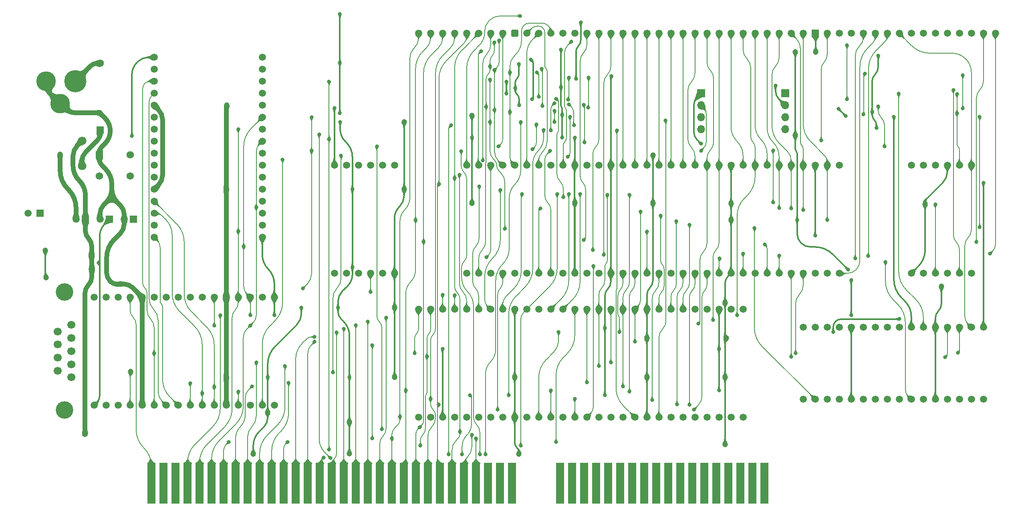
<source format=gbl>
%TF.GenerationSoftware,KiCad,Pcbnew,8.0.7*%
%TF.CreationDate,2025-02-20T09:58:39+02:00*%
%TF.ProjectId,Speed,53706565-642e-46b6-9963-61645f706362,V0*%
%TF.SameCoordinates,Original*%
%TF.FileFunction,Copper,L2,Bot*%
%TF.FilePolarity,Positive*%
%FSLAX46Y46*%
G04 Gerber Fmt 4.6, Leading zero omitted, Abs format (unit mm)*
G04 Created by KiCad (PCBNEW 8.0.7) date 2025-02-20 09:58:39*
%MOMM*%
%LPD*%
G01*
G04 APERTURE LIST*
G04 Aperture macros list*
%AMRoundRect*
0 Rectangle with rounded corners*
0 $1 Rounding radius*
0 $2 $3 $4 $5 $6 $7 $8 $9 X,Y pos of 4 corners*
0 Add a 4 corners polygon primitive as box body*
4,1,4,$2,$3,$4,$5,$6,$7,$8,$9,$2,$3,0*
0 Add four circle primitives for the rounded corners*
1,1,$1+$1,$2,$3*
1,1,$1+$1,$4,$5*
1,1,$1+$1,$6,$7*
1,1,$1+$1,$8,$9*
0 Add four rect primitives between the rounded corners*
20,1,$1+$1,$2,$3,$4,$5,0*
20,1,$1+$1,$4,$5,$6,$7,0*
20,1,$1+$1,$6,$7,$8,$9,0*
20,1,$1+$1,$8,$9,$2,$3,0*%
G04 Aperture macros list end*
%TA.AperFunction,ComponentPad*%
%ADD10O,1.700000X1.700000*%
%TD*%
%TA.AperFunction,ComponentPad*%
%ADD11R,1.700000X1.700000*%
%TD*%
%TA.AperFunction,ComponentPad*%
%ADD12C,1.500000*%
%TD*%
%TA.AperFunction,WasherPad*%
%ADD13C,3.700000*%
%TD*%
%TA.AperFunction,WasherPad*%
%ADD14C,1.700000*%
%TD*%
%TA.AperFunction,ComponentPad*%
%ADD15R,1.600000X1.600000*%
%TD*%
%TA.AperFunction,ComponentPad*%
%ADD16RoundRect,0.400000X-0.400000X-0.400000X0.400000X-0.400000X0.400000X0.400000X-0.400000X0.400000X0*%
%TD*%
%TA.AperFunction,ComponentPad*%
%ADD17C,1.800000*%
%TD*%
%TA.AperFunction,ComponentPad*%
%ADD18R,1.500000X1.500000*%
%TD*%
%TA.AperFunction,ConnectorPad*%
%ADD19R,1.780000X8.620000*%
%TD*%
%TA.AperFunction,ComponentPad*%
%ADD20C,4.150000*%
%TD*%
%TA.AperFunction,ComponentPad*%
%ADD21C,4.700000*%
%TD*%
%TA.AperFunction,ComponentPad*%
%ADD22C,1.575000*%
%TD*%
%TA.AperFunction,ComponentPad*%
%ADD23R,1.575000X1.575000*%
%TD*%
%TA.AperFunction,ViaPad*%
%ADD24C,0.800000*%
%TD*%
%TA.AperFunction,ViaPad*%
%ADD25C,1.200000*%
%TD*%
%TA.AperFunction,ViaPad*%
%ADD26C,1.300000*%
%TD*%
%TA.AperFunction,Conductor*%
%ADD27C,0.380000*%
%TD*%
%TA.AperFunction,Conductor*%
%ADD28C,1.000000*%
%TD*%
%TA.AperFunction,Conductor*%
%ADD29C,0.200000*%
%TD*%
G04 APERTURE END LIST*
D10*
%TO.P,J4,4,Pin_4*%
%TO.N,/CLK*%
X133350000Y74930000D03*
%TO.P,J4,3,Pin_3*%
%TO.N,unconnected-(J4-Pin_3-Pad3)*%
X133350000Y77470000D03*
%TO.P,J4,2,Pin_2*%
%TO.N,/3.3V*%
X133350000Y80010000D03*
D11*
%TO.P,J4,1,Pin_1*%
%TO.N,unconnected-(J4-Pin_1-Pad1)*%
X133350000Y82550000D03*
%TD*%
D12*
%TO.P,B3,12,GND*%
%TO.N,GND*%
X172720000Y44450000D03*
%TO.P,B3,11,Clock*%
%TO.N,Net-(B3-Clock)*%
X170180000Y44450000D03*
%TO.P,B3,10,N.C.*%
%TO.N,unconnected-(B3-N.C.-Pad10)*%
X167640000Y44450000D03*
%TO.P,B3,9,~{Select_Fast}*%
%TO.N,/~{RAM}_{N}*%
X165100000Y44450000D03*
%TO.P,B3,8,N.C.*%
%TO.N,unconnected-(B3-N.C.-Pad8)*%
X162560000Y44450000D03*
%TO.P,B3,7,GND*%
%TO.N,GND*%
X160020000Y44450000D03*
%TO.P,B3,6,5V*%
%TO.N,/5V*%
X160020000Y67310000D03*
%TO.P,B3,5,Fast_Clock*%
%TO.N,/50MHZ*%
X162560000Y67310000D03*
%TO.P,B3,4,N.C.*%
%TO.N,unconnected-(B3-N.C.-Pad4)*%
X165100000Y67310000D03*
%TO.P,B3,3,GND*%
%TO.N,GND*%
X167640000Y67310000D03*
%TO.P,B3,2,Slow_Clock*%
%TO.N,6.25MHZ*%
X170180000Y67310000D03*
%TO.P,B3,1,~{Reset}*%
%TO.N,~{Reset}*%
X172720000Y67310000D03*
%TD*%
%TO.P,B2,32,N.C.*%
%TO.N,unconnected-(B2-N.C.-Pad32)*%
X-12700000Y39370000D03*
%TO.P,B2,31,N.C.*%
%TO.N,unconnected-(B2-N.C.-Pad31)*%
X-10160000Y39370000D03*
%TO.P,B2,30,N.C.*%
%TO.N,unconnected-(B2-N.C.-Pad30)*%
X-7620000Y39370000D03*
%TO.P,B2,29,~{Reset}*%
%TO.N,~{Reset}*%
X-5080000Y39370000D03*
%TO.P,B2,28,GND*%
%TO.N,GND*%
X-2540000Y39370000D03*
%TO.P,B2,27,~{INT}*%
%TO.N,/~{INT}*%
X0Y39370000D03*
%TO.P,B2,26,~{Out1}*%
%TO.N,unconnected-(B2-~{Out1}-Pad26)*%
X2540000Y39370000D03*
%TO.P,B2,25,~{Out2}*%
%TO.N,unconnected-(B2-~{Out2}-Pad25)*%
X5080000Y39370000D03*
%TO.P,B2,24,TX_Ready*%
%TO.N,unconnected-(B2-TX_Ready-Pad24)*%
X7620000Y39370000D03*
%TO.P,B2,23,RX_Ready*%
%TO.N,unconnected-(B2-RX_Ready-Pad23)*%
X10160000Y39370000D03*
%TO.P,B2,22,A2*%
%TO.N,A2*%
X12700000Y39370000D03*
%TO.P,B2,21,GND*%
%TO.N,GND*%
X15240000Y39370000D03*
%TO.P,B2,20,A1*%
%TO.N,A1*%
X17780000Y39370000D03*
%TO.P,B2,19,A0*%
%TO.N,A0*%
X20320000Y39370000D03*
%TO.P,B2,18,1.8432Mhz*%
%TO.N,unconnected-(B2-1.8432Mhz-Pad18)*%
X22860000Y39370000D03*
%TO.P,B2,17,5V*%
%TO.N,/5V*%
X25400000Y39370000D03*
%TO.P,B2,16,D0*%
%TO.N,D0*%
X25400000Y16510000D03*
%TO.P,B2,15,D1*%
%TO.N,D1*%
X22860000Y16510000D03*
%TO.P,B2,14,D2*%
%TO.N,D2*%
X20320000Y16510000D03*
%TO.P,B2,13,D3*%
%TO.N,D3*%
X17780000Y16510000D03*
%TO.P,B2,12,GND*%
%TO.N,GND*%
X15240000Y16510000D03*
%TO.P,B2,11,D4*%
%TO.N,D4*%
X12700000Y16510000D03*
%TO.P,B2,10,D5*%
%TO.N,D5*%
X10160000Y16510000D03*
%TO.P,B2,9,D6*%
%TO.N,D6*%
X7620000Y16510000D03*
%TO.P,B2,8,D7*%
%TO.N,D7*%
X5080000Y16510000D03*
%TO.P,B2,7,~{WD}*%
%TO.N,~{WD}*%
X2540000Y16510000D03*
%TO.P,B2,6,~{RD}*%
%TO.N,~{RD}*%
X0Y16510000D03*
%TO.P,B2,5,GND*%
%TO.N,GND*%
X-2540000Y16510000D03*
%TO.P,B2,4,~{CS}*%
%TO.N,/~{UART}*%
X-5080000Y16510000D03*
%TO.P,B2,3,~{ADS}*%
%TO.N,unconnected-(B2-~{ADS}-Pad3)*%
X-7620000Y16510000D03*
%TO.P,B2,2,N.C.*%
%TO.N,unconnected-(B2-N.C.-Pad2)*%
X-10160000Y16510000D03*
%TO.P,B2,1,5V*%
%TO.N,/5V*%
X-12700000Y16510000D03*
D13*
%TO.P,B2,*%
%TO.N,*%
X-18923000Y40484000D03*
D14*
X-17503000Y33534000D03*
X-20343000Y32148000D03*
X-17503000Y30761000D03*
X-20343000Y29375000D03*
X-17503000Y27989000D03*
X-20343000Y26603000D03*
X-17503000Y25216000D03*
X-20343000Y23830000D03*
X-17503000Y22444000D03*
D13*
X-18923000Y15494000D03*
%TD*%
D12*
%TO.P,B13,49,X*%
%TO.N,/X*%
X177800000Y95250000D03*
%TO.P,B13,48,VPA*%
%TO.N,/VPA*%
X175260000Y95250000D03*
%TO.P,B13,47,~{NMI}*%
%TO.N,unconnected-(B13-~{NMI}-Pad47)*%
X172720000Y95250000D03*
%TO.P,B13,46,~{ML}*%
%TO.N,/~{ML}*%
X170180000Y95250000D03*
%TO.P,B13,45,~{IRQ}*%
%TO.N,unconnected-(B13-~{IRQ}-Pad45)*%
X167640000Y95250000D03*
%TO.P,B13,44,~{ABORT}*%
%TO.N,unconnected-(B13-~{ABORT}-Pad44)*%
X165100000Y95250000D03*
%TO.P,B13,43,RDY*%
%TO.N,unconnected-(B13-RDY-Pad43)*%
X162560000Y95250000D03*
%TO.P,B13,42,~{VP}*%
%TO.N,/~{VP}*%
X160020000Y95250000D03*
%TO.P,B13,41,~{RES}*%
%TO.N,~{Reset}*%
X157480000Y95250000D03*
%TO.P,B13,40,VDA*%
%TO.N,/VDA*%
X154940000Y95250000D03*
%TO.P,B13,39,M*%
%TO.N,/M*%
X152400000Y95250000D03*
%TO.P,B13,38,E*%
%TO.N,/E*%
X149860000Y95250000D03*
%TO.P,B13,37,R~{W}*%
%TO.N,/R~{W}*%
X147320000Y95250000D03*
%TO.P,B13,36,BE*%
%TO.N,unconnected-(B13-BE-Pad36)*%
X144780000Y95250000D03*
%TO.P,B13,35,PHI2*%
%TO.N,/PHI2*%
X142240000Y95250000D03*
D15*
%TO.P,B13,34,GND*%
%TO.N,GND*%
X139700000Y95250000D03*
D12*
%TO.P,B13,33,A0*%
%TO.N,A0*%
X137160000Y95250000D03*
%TO.P,B13,32,A1*%
%TO.N,A1*%
X134620000Y95250000D03*
%TO.P,B13,31,A2*%
%TO.N,A2*%
X132080000Y95250000D03*
%TO.P,B13,30,A3*%
%TO.N,A3*%
X129540000Y95250000D03*
%TO.P,B13,29,A4*%
%TO.N,A4*%
X127000000Y95250000D03*
%TO.P,B13,28,A5*%
%TO.N,A5*%
X124460000Y95250000D03*
%TO.P,B13,27,A6*%
%TO.N,A6*%
X121920000Y95250000D03*
%TO.P,B13,26,A7*%
%TO.N,A7*%
X119380000Y95250000D03*
%TO.P,B13,25,A8*%
%TO.N,A8*%
X116840000Y95250000D03*
%TO.P,B13,24,A9*%
%TO.N,A9*%
X114300000Y95250000D03*
%TO.P,B13,23,A10*%
%TO.N,A10*%
X111760000Y95250000D03*
%TO.P,B13,22,A11*%
%TO.N,A11*%
X109220000Y95250000D03*
%TO.P,B13,21,A12*%
%TO.N,A12*%
X106680000Y95250000D03*
%TO.P,B13,20,A13*%
%TO.N,A13*%
X104140000Y95250000D03*
%TO.P,B13,19,A14*%
%TO.N,A14*%
X101600000Y95250000D03*
%TO.P,B13,18,A15*%
%TO.N,A15*%
X99060000Y95250000D03*
%TO.P,B13,17,A16*%
%TO.N,A16*%
X96520000Y95250000D03*
%TO.P,B13,16,A17*%
%TO.N,/A17*%
X93980000Y95250000D03*
%TO.P,B13,15,A18*%
%TO.N,/A18*%
X91440000Y95250000D03*
%TO.P,B13,14,A19*%
%TO.N,/A19*%
X88900000Y95250000D03*
%TO.P,B13,13,A20*%
%TO.N,/A20*%
X86360000Y95250000D03*
%TO.P,B13,12,A21*%
%TO.N,/A21*%
X83820000Y95250000D03*
%TO.P,B13,11,A22*%
%TO.N,/A22*%
X81280000Y95250000D03*
%TO.P,B13,10,A23*%
%TO.N,/A23*%
X78740000Y95250000D03*
D16*
%TO.P,B13,9,12V*%
%TO.N,12V*%
X76200000Y95250000D03*
D12*
%TO.P,B13,8,D0*%
%TO.N,D0*%
X73660000Y95250000D03*
%TO.P,B13,7,D1*%
%TO.N,D1*%
X71120000Y95250000D03*
%TO.P,B13,6,D2*%
%TO.N,D2*%
X68580000Y95250000D03*
%TO.P,B13,5,D3*%
%TO.N,D3*%
X66040000Y95250000D03*
%TO.P,B13,4,D4*%
%TO.N,D4*%
X63500000Y95250000D03*
%TO.P,B13,3,D5*%
%TO.N,D5*%
X60960000Y95250000D03*
%TO.P,B13,2,D6*%
%TO.N,D6*%
X58420000Y95250000D03*
%TO.P,B13,1,D7*%
%TO.N,D7*%
X55880000Y95250000D03*
%TD*%
D10*
%TO.P,J2,4,Pin_4*%
%TO.N,GND*%
X115570000Y74930000D03*
%TO.P,J2,3,Pin_3*%
%TO.N,unconnected-(J2-Pin_3-Pad3)*%
X115570000Y77470000D03*
%TO.P,J2,2,Pin_2*%
%TO.N,~{Reset}*%
X115570000Y80010000D03*
D11*
%TO.P,J2,1,Pin_1*%
%TO.N,/5V*%
X115570000Y82550000D03*
%TD*%
D17*
%TO.P,S2,2,2*%
%TO.N,12V*%
X-15240000Y72500000D03*
%TO.P,S2,1,1*%
%TO.N,/12V Forward*%
X-15240000Y67200000D03*
%TD*%
D12*
%TO.P,C4,2*%
%TO.N,GND*%
X-6350000Y55880000D03*
D18*
%TO.P,C4,1*%
%TO.N,12V*%
X-4350000Y55880000D03*
%TD*%
D19*
%TO.P,J3,C18,C18*%
%TO.N,unconnected-(J3-PadC18)*%
X128981198Y1D03*
%TO.P,J3,C17,C17*%
%TO.N,unconnected-(J3-PadC17)*%
X126441198Y1D03*
%TO.P,J3,C16,C16*%
%TO.N,unconnected-(J3-PadC16)*%
X123901198Y1D03*
%TO.P,J3,C15,C15*%
%TO.N,unconnected-(J3-PadC15)*%
X121361198Y1D03*
%TO.P,J3,C14,C14*%
%TO.N,unconnected-(J3-PadC14)*%
X118821198Y1D03*
%TO.P,J3,C13,C13*%
%TO.N,unconnected-(J3-PadC13)*%
X116281198Y1D03*
%TO.P,J3,C12,C12*%
%TO.N,unconnected-(J3-PadC12)*%
X113741198Y1D03*
%TO.P,J3,C11,C11*%
%TO.N,unconnected-(J3-PadC11)*%
X111201198Y1D03*
%TO.P,J3,C10,C10*%
%TO.N,unconnected-(J3-PadC10)*%
X108661198Y1D03*
%TO.P,J3,C9,C9*%
%TO.N,unconnected-(J3-PadC9)*%
X106121198Y1D03*
%TO.P,J3,C8,C8*%
%TO.N,unconnected-(J3-PadC8)*%
X103581198Y1D03*
%TO.P,J3,C7,C7*%
%TO.N,unconnected-(J3-PadC7)*%
X101041198Y1D03*
%TO.P,J3,C6,C6*%
%TO.N,unconnected-(J3-PadC6)*%
X98501198Y1D03*
%TO.P,J3,C5,C5*%
%TO.N,unconnected-(J3-PadC5)*%
X95961198Y1D03*
%TO.P,J3,C4,C4*%
%TO.N,unconnected-(J3-PadC4)*%
X93421198Y1D03*
%TO.P,J3,C3,C3*%
%TO.N,unconnected-(J3-PadC3)*%
X90881198Y1D03*
%TO.P,J3,C2,C2*%
%TO.N,unconnected-(J3-PadC2)*%
X88341198Y1D03*
%TO.P,J3,C1,C1*%
%TO.N,unconnected-(J3-PadC1)*%
X85801198Y1D03*
%TO.P,J3,A31,A31*%
%TO.N,unconnected-(J3-PadA31)*%
X75641198Y1D03*
%TO.P,J3,A30,A30*%
%TO.N,unconnected-(J3-PadA30)*%
X73101198Y1D03*
%TO.P,J3,A29,A29*%
%TO.N,unconnected-(J3-PadA29)*%
X70561198Y1D03*
%TO.P,J3,A28,A28*%
%TO.N,D0*%
X68021198Y1D03*
%TO.P,J3,A27,A27*%
%TO.N,D1*%
X65481198Y1D03*
%TO.P,J3,A26,A26*%
%TO.N,D2*%
X62941198Y1D03*
%TO.P,J3,A25,A25*%
%TO.N,D3*%
X60401198Y1D03*
%TO.P,J3,A24,A24*%
%TO.N,D4*%
X57861198Y1D03*
%TO.P,J3,A23,A23*%
%TO.N,D5*%
X55321198Y1D03*
%TO.P,J3,A22,A22*%
%TO.N,D6*%
X52781198Y1D03*
%TO.P,J3,A21,A21*%
%TO.N,D7*%
X50241198Y1D03*
%TO.P,J3,A20,A20*%
%TO.N,A16*%
X47701198Y1D03*
%TO.P,J3,A19,A19*%
%TO.N,A15*%
X45161198Y1D03*
%TO.P,J3,A18,A18*%
%TO.N,A14*%
X42621198Y1D03*
%TO.P,J3,A17,A17*%
%TO.N,A13*%
X40081198Y1D03*
%TO.P,J3,A16,A16*%
%TO.N,A12*%
X37541198Y1D03*
%TO.P,J3,A15,A15*%
%TO.N,A11*%
X35001198Y1D03*
%TO.P,J3,A14,A14*%
%TO.N,A10*%
X32461198Y1D03*
%TO.P,J3,A13,A13*%
%TO.N,A9*%
X29921198Y1D03*
%TO.P,J3,A12,A12*%
%TO.N,A8*%
X27381198Y1D03*
%TO.P,J3,A11,A11*%
%TO.N,A7*%
X24841198Y1D03*
%TO.P,J3,A10,A10*%
%TO.N,A6*%
X22301198Y1D03*
%TO.P,J3,A9,A9*%
%TO.N,A5*%
X19761198Y1D03*
%TO.P,J3,A8,A8*%
%TO.N,A4*%
X17221198Y1D03*
%TO.P,J3,A7,A7*%
%TO.N,A3*%
X14681198Y1D03*
%TO.P,J3,A6,A6*%
%TO.N,A2*%
X12141198Y1D03*
%TO.P,J3,A5,A5*%
%TO.N,A1*%
X9601198Y1D03*
%TO.P,J3,A4,A4*%
%TO.N,A0*%
X7061198Y1D03*
%TO.P,J3,A3,A3*%
%TO.N,unconnected-(J3-PadA3)*%
X4521198Y1D03*
%TO.P,J3,A2,A2*%
%TO.N,unconnected-(J3-PadA2)*%
X1981198Y1D03*
%TO.P,J3,A1,A1*%
%TO.N,~{Reset}*%
X-558802Y1D03*
%TD*%
D20*
%TO.P,J1,SHL2,GND*%
%TO.N,GND*%
X-22860000Y85090000D03*
%TO.P,J1,SHL1,GND*%
X-19860000Y80390000D03*
D21*
%TO.P,J1,INNER,VCC*%
%TO.N,/12V Socket*%
X-16660000Y85090000D03*
%TD*%
D12*
%TO.P,B19,12,GND*%
%TO.N,GND*%
X50800000Y44450000D03*
%TO.P,B19,11,N.C.*%
%TO.N,unconnected-(B19-N.C.-Pad11)*%
X48260000Y44450000D03*
%TO.P,B19,10,Bank_Latch*%
%TO.N,/~{Trans Out}*%
X45720000Y44450000D03*
%TO.P,B19,9,~{Data_Output}*%
%TO.N,/Bank Latch*%
X43180000Y44450000D03*
%TO.P,B19,8,N.C.*%
%TO.N,unconnected-(B19-N.C.-Pad8)*%
X40640000Y44450000D03*
%TO.P,B19,7,N.C.*%
%TO.N,unconnected-(B19-N.C.-Pad7)*%
X38100000Y44450000D03*
%TO.P,B19,6,3.3V*%
%TO.N,/3.3V*%
X38100000Y67310000D03*
%TO.P,B19,5,N.C.*%
%TO.N,unconnected-(B19-N.C.-Pad5)*%
X40640000Y67310000D03*
%TO.P,B19,4,N.C.*%
%TO.N,unconnected-(B19-N.C.-Pad4)*%
X43180000Y67310000D03*
%TO.P,B19,3,~{PHI2}*%
%TO.N,/~{PHI2}*%
X45720000Y67310000D03*
%TO.P,B19,2,N.C.*%
%TO.N,unconnected-(B19-N.C.-Pad2)*%
X48260000Y67310000D03*
%TO.P,B19,1,N.C.*%
%TO.N,unconnected-(B19-N.C.-Pad1)*%
X50800000Y67310000D03*
%TD*%
%TO.P,C5,2*%
%TO.N,GND*%
X-16510000Y55880000D03*
D18*
%TO.P,C5,1*%
%TO.N,12V*%
X-14510000Y55880000D03*
%TD*%
D12*
%TO.P,B6,32,N.C.*%
%TO.N,unconnected-(B6-N.C.-Pad32)*%
X175260000Y17780000D03*
%TO.P,B6,31,N.C.*%
%TO.N,unconnected-(B6-N.C.-Pad31)*%
X172720000Y17780000D03*
%TO.P,B6,30,N.C.*%
%TO.N,unconnected-(B6-N.C.-Pad30)*%
X170180000Y17780000D03*
%TO.P,B6,29,N.C.*%
%TO.N,unconnected-(B6-N.C.-Pad29)*%
X167640000Y17780000D03*
%TO.P,B6,28,GND*%
%TO.N,GND*%
X165100000Y17780000D03*
%TO.P,B6,27,N.C.*%
%TO.N,unconnected-(B6-N.C.-Pad27)*%
X162560000Y17780000D03*
%TO.P,B6,26,~{Set_Timer}*%
%TO.N,/~{NMI}*%
X160020000Y17780000D03*
%TO.P,B6,25,N.C.*%
%TO.N,unconnected-(B6-N.C.-Pad25)*%
X157480000Y17780000D03*
%TO.P,B6,24,N.C.*%
%TO.N,unconnected-(B6-N.C.-Pad24)*%
X154940000Y17780000D03*
%TO.P,B6,23,N.C.*%
%TO.N,unconnected-(B6-N.C.-Pad23)*%
X152400000Y17780000D03*
%TO.P,B6,22,N.C.*%
%TO.N,unconnected-(B6-N.C.-Pad22)*%
X149860000Y17780000D03*
%TO.P,B6,21,GND*%
%TO.N,GND*%
X147320000Y17780000D03*
%TO.P,B6,20,N.C.*%
%TO.N,unconnected-(B6-N.C.-Pad20)*%
X144780000Y17780000D03*
%TO.P,B6,19,N.C.*%
%TO.N,unconnected-(B6-N.C.-Pad19)*%
X142240000Y17780000D03*
%TO.P,B6,18,~{Hold}*%
%TO.N,/Native Latch*%
X139700000Y17780000D03*
%TO.P,B6,17,5V*%
%TO.N,/5V*%
X137160000Y17780000D03*
%TO.P,B6,16,D7*%
%TO.N,D7*%
X137160000Y33020000D03*
%TO.P,B6,15,D6*%
%TO.N,D6*%
X139700000Y33020000D03*
%TO.P,B6,14,D5*%
%TO.N,D5*%
X142240000Y33020000D03*
%TO.P,B6,13,D4*%
%TO.N,D4*%
X144780000Y33020000D03*
%TO.P,B6,12,GND*%
%TO.N,GND*%
X147320000Y33020000D03*
%TO.P,B6,11,D3*%
%TO.N,D3*%
X149860000Y33020000D03*
%TO.P,B6,10,D2*%
%TO.N,D2*%
X152400000Y33020000D03*
%TO.P,B6,9,D1*%
%TO.N,D1*%
X154940000Y33020000D03*
%TO.P,B6,8,D0*%
%TO.N,D0*%
X157480000Y33020000D03*
%TO.P,B6,7,~{NMI_Rate_Select}*%
%TO.N,/3.3V*%
X160020000Y33020000D03*
%TO.P,B6,6,CLK*%
%TO.N,/25MHZ*%
X162560000Y33020000D03*
%TO.P,B6,5,GND*%
%TO.N,GND*%
X165100000Y33020000D03*
%TO.P,B6,4,~{WD}*%
%TO.N,~{WD}*%
X167640000Y33020000D03*
%TO.P,B6,3,~{RD}*%
%TO.N,~{RD}*%
X170180000Y33020000D03*
%TO.P,B6,2,~{Reset}*%
%TO.N,~{Reset}*%
X172720000Y33020000D03*
%TO.P,B6,1,5V*%
%TO.N,/5V*%
X175260000Y33020000D03*
%TD*%
%TO.P,C3,2*%
%TO.N,GND*%
X-11430000Y55880000D03*
D18*
%TO.P,C3,1*%
%TO.N,/5V*%
X-9430000Y55880000D03*
%TD*%
D12*
%TO.P,B1,64,M*%
%TO.N,/M*%
X144780000Y44450000D03*
%TO.P,B1,63,X*%
%TO.N,/X*%
X142240000Y44450000D03*
%TO.P,B1,62,VPA\u00B7VDA*%
%TO.N,unconnected-(B1-VPA\u00B7VDA-Pad62)*%
X139700000Y44450000D03*
%TO.P,B1,61,~{RD}*%
%TO.N,~{RD}*%
X137160000Y44450000D03*
%TO.P,B1,60,~{WD}*%
%TO.N,~{WD}*%
X134620000Y44450000D03*
%TO.P,B1,59,VDA*%
%TO.N,/VDA*%
X132080000Y44450000D03*
%TO.P,B1,58,~{Data_Output}*%
%TO.N,/~{Trans Out}*%
X129540000Y44450000D03*
%TO.P,B1,57,Native_Latch*%
%TO.N,/Native Latch*%
X127000000Y44450000D03*
%TO.P,B1,56,VPA*%
%TO.N,/VPA*%
X124460000Y44450000D03*
%TO.P,B1,55,GND*%
%TO.N,GND*%
X121920000Y44450000D03*
%TO.P,B1,54,E*%
%TO.N,/E*%
X119380000Y44450000D03*
%TO.P,B1,53,D0*%
%TO.N,D0*%
X116840000Y44450000D03*
%TO.P,B1,52,D1*%
%TO.N,D1*%
X114300000Y44450000D03*
%TO.P,B1,51,D2*%
%TO.N,D2*%
X111760000Y44450000D03*
%TO.P,B1,50,D3*%
%TO.N,D3*%
X109220000Y44450000D03*
%TO.P,B1,49,D4*%
%TO.N,D4*%
X106680000Y44450000D03*
%TO.P,B1,48,D5*%
%TO.N,D5*%
X104140000Y44450000D03*
%TO.P,B1,47,D6*%
%TO.N,D6*%
X101600000Y44450000D03*
%TO.P,B1,46,D7*%
%TO.N,D7*%
X99060000Y44450000D03*
%TO.P,B1,45,DE*%
%TO.N,/3.3V*%
X96520000Y44450000D03*
%TO.P,B1,44,~{ABORT}*%
%TO.N,unconnected-(B1-~{ABORT}-Pad44)*%
X93980000Y44450000D03*
%TO.P,B1,43,~{IRQ}*%
%TO.N,/~{INT}*%
X91440000Y44450000D03*
%TO.P,B1,42,GND*%
%TO.N,GND*%
X88900000Y44450000D03*
%TO.P,B1,41,~{NMI}*%
%TO.N,/~{NMI}*%
X86360000Y44450000D03*
%TO.P,B1,40,~{Reset}*%
%TO.N,~{Reset}*%
X83820000Y44450000D03*
%TO.P,B1,39,PHI2*%
%TO.N,/PHI2*%
X81280000Y44450000D03*
%TO.P,B1,38,BA0*%
%TO.N,A16*%
X78740000Y44450000D03*
%TO.P,B1,37,BA1*%
%TO.N,/A17*%
X76200000Y44450000D03*
%TO.P,B1,36,BA2*%
%TO.N,/A18*%
X73660000Y44450000D03*
%TO.P,B1,35,5V*%
%TO.N,/W65C816V*%
X71120000Y44450000D03*
%TO.P,B1,34,BA3*%
%TO.N,/A19*%
X68580000Y44450000D03*
%TO.P,B1,33,~{BANK_0}*%
%TO.N,unconnected-(B1-~{BANK_0}-Pad33)*%
X66040000Y44450000D03*
%TO.P,B1,32,~{ML}*%
%TO.N,/~{ML}*%
X66040000Y67310000D03*
%TO.P,B1,31,~{VP}*%
%TO.N,/~{VP}*%
X68580000Y67310000D03*
%TO.P,B1,30,Bank_Latch*%
%TO.N,/Bank Latch*%
X71120000Y67310000D03*
%TO.P,B1,29,BA4*%
%TO.N,/A20*%
X73660000Y67310000D03*
%TO.P,B1,28,BA5*%
%TO.N,/A21*%
X76200000Y67310000D03*
%TO.P,B1,27,BA6*%
%TO.N,/A22*%
X78740000Y67310000D03*
%TO.P,B1,26,BA7*%
%TO.N,/A23*%
X81280000Y67310000D03*
%TO.P,B1,25,~{PHI2}_{OUT}*%
%TO.N,/~{PHI2}*%
X83820000Y67310000D03*
%TO.P,B1,24,R~{W}*%
%TO.N,/R~{W}*%
X86360000Y67310000D03*
%TO.P,B1,23,GND*%
%TO.N,GND*%
X88900000Y67310000D03*
%TO.P,B1,22,Address_Valid*%
%TO.N,unconnected-(B1-Address_Valid-Pad22)*%
X91440000Y67310000D03*
%TO.P,B1,21,RDY*%
%TO.N,unconnected-(B1-RDY-Pad21)*%
X93980000Y67310000D03*
%TO.P,B1,20,BE*%
%TO.N,/3.3V*%
X96520000Y67310000D03*
%TO.P,B1,19,A15*%
%TO.N,A15*%
X99060000Y67310000D03*
%TO.P,B1,18,A14*%
%TO.N,A14*%
X101600000Y67310000D03*
%TO.P,B1,17,A13*%
%TO.N,A13*%
X104140000Y67310000D03*
%TO.P,B1,16,A12*%
%TO.N,A12*%
X106680000Y67310000D03*
%TO.P,B1,15,A11*%
%TO.N,A11*%
X109220000Y67310000D03*
%TO.P,B1,14,A10*%
%TO.N,A10*%
X111760000Y67310000D03*
%TO.P,B1,13,A9*%
%TO.N,A9*%
X114300000Y67310000D03*
%TO.P,B1,12,A8*%
%TO.N,A8*%
X116840000Y67310000D03*
%TO.P,B1,11,A7*%
%TO.N,A7*%
X119380000Y67310000D03*
%TO.P,B1,10,GND*%
%TO.N,GND*%
X121920000Y67310000D03*
%TO.P,B1,9,A6*%
%TO.N,A6*%
X124460000Y67310000D03*
%TO.P,B1,8,A5*%
%TO.N,A5*%
X127000000Y67310000D03*
%TO.P,B1,7,A4*%
%TO.N,A4*%
X129540000Y67310000D03*
%TO.P,B1,6,A3*%
%TO.N,A3*%
X132080000Y67310000D03*
%TO.P,B1,5,A2*%
%TO.N,A2*%
X134620000Y67310000D03*
%TO.P,B1,4,A1*%
%TO.N,A1*%
X137160000Y67310000D03*
%TO.P,B1,3,5V*%
%TO.N,/W65C816V*%
X139700000Y67310000D03*
%TO.P,B1,2,A0*%
%TO.N,A0*%
X142240000Y67310000D03*
%TO.P,B1,1,Opcode_Valid*%
%TO.N,unconnected-(B1-Opcode_Valid-Pad1)*%
X144780000Y67310000D03*
%TD*%
D22*
%TO.P,S1,4,N2*%
%TO.N,unconnected-(S1-N2-Pad4)*%
X-5080000Y65060000D03*
%TO.P,S1,3,N1*%
%TO.N,/~{Reset Switch}*%
X-11580000Y65060000D03*
%TO.P,S1,2,C2*%
%TO.N,unconnected-(S1-C2-Pad2)*%
X-5080000Y69560000D03*
D23*
%TO.P,S1,1,C1*%
%TO.N,GND*%
X-11580000Y69560000D03*
%TD*%
D12*
%TO.P,B4,56,N.C.*%
%TO.N,unconnected-(B4-N.C.-Pad56)*%
X124460000Y13970000D03*
%TO.P,B4,55,N.C.*%
%TO.N,unconnected-(B4-N.C.-Pad55)*%
X121920000Y13970000D03*
%TO.P,B4,54,~{Main}*%
%TO.N,/3.3V*%
X119380000Y13970000D03*
%TO.P,B4,53,~{Special}*%
X116840000Y13970000D03*
%TO.P,B4,52,H2*%
%TO.N,unconnected-(B4-H2-Pad52)*%
X114300000Y13970000D03*
%TO.P,B4,51,H1*%
%TO.N,unconnected-(B4-H1-Pad51)*%
X111760000Y13970000D03*
%TO.P,B4,50,H0*%
%TO.N,unconnected-(B4-H0-Pad50)*%
X109220000Y13970000D03*
%TO.P,B4,49,~{ROM}*%
%TO.N,/~{ROM}*%
X106680000Y13970000D03*
%TO.P,B4,48,GND*%
%TO.N,GND*%
X104140000Y13970000D03*
%TO.P,B4,47,~{RAM}*%
%TO.N,/~{RAM}*%
X101600000Y13970000D03*
%TO.P,B4,46,D0*%
%TO.N,D0*%
X99060000Y13970000D03*
%TO.P,B4,45,D1*%
%TO.N,D1*%
X96520000Y13970000D03*
%TO.P,B4,44,D2*%
%TO.N,D2*%
X93980000Y13970000D03*
%TO.P,B4,43,D3*%
%TO.N,D3*%
X91440000Y13970000D03*
%TO.P,B4,42,D4*%
%TO.N,D4*%
X88900000Y13970000D03*
%TO.P,B4,41,D5*%
%TO.N,D5*%
X86360000Y13970000D03*
%TO.P,B4,40,D6*%
%TO.N,D6*%
X83820000Y13970000D03*
%TO.P,B4,39,D7*%
%TO.N,D7*%
X81280000Y13970000D03*
%TO.P,B4,38,N.C.*%
%TO.N,unconnected-(B4-N.C.-Pad38)*%
X78740000Y13970000D03*
%TO.P,B4,37,GND*%
%TO.N,GND*%
X76200000Y13970000D03*
%TO.P,B4,36,N.C.*%
%TO.N,unconnected-(B4-N.C.-Pad36)*%
X73660000Y13970000D03*
%TO.P,B4,35,N.C.*%
%TO.N,unconnected-(B4-N.C.-Pad35)*%
X71120000Y13970000D03*
%TO.P,B4,34,N.C.*%
%TO.N,unconnected-(B4-N.C.-Pad34)*%
X68580000Y13970000D03*
%TO.P,B4,33,A18*%
%TO.N,/A18*%
X66040000Y13970000D03*
%TO.P,B4,32,N.C.*%
%TO.N,unconnected-(B4-N.C.-Pad32)*%
X63500000Y13970000D03*
%TO.P,B4,31,5V*%
%TO.N,/5V*%
X60960000Y13970000D03*
%TO.P,B4,30,N.C.*%
%TO.N,unconnected-(B4-N.C.-Pad30)*%
X58420000Y13970000D03*
%TO.P,B4,29,N.C.*%
%TO.N,unconnected-(B4-N.C.-Pad29)*%
X55880000Y13970000D03*
%TO.P,B4,28,~{RD}*%
%TO.N,~{RD}*%
X55880000Y36830000D03*
%TO.P,B4,27,~{WD}*%
%TO.N,~{WD}*%
X58420000Y36830000D03*
%TO.P,B4,26,A17*%
%TO.N,/A17*%
X60960000Y36830000D03*
%TO.P,B4,25,A16*%
%TO.N,A16*%
X63500000Y36830000D03*
%TO.P,B4,24,A15*%
%TO.N,A15*%
X66040000Y36830000D03*
%TO.P,B4,23,A14*%
%TO.N,A14*%
X68580000Y36830000D03*
%TO.P,B4,22,A13*%
%TO.N,A13*%
X71120000Y36830000D03*
%TO.P,B4,21,A12*%
%TO.N,A12*%
X73660000Y36830000D03*
%TO.P,B4,20,GND*%
%TO.N,GND*%
X76200000Y36830000D03*
%TO.P,B4,19,A11*%
%TO.N,A11*%
X78740000Y36830000D03*
%TO.P,B4,18,N.C.*%
%TO.N,unconnected-(B4-N.C.-Pad18)*%
X81280000Y36830000D03*
%TO.P,B4,17,A10*%
%TO.N,A10*%
X83820000Y36830000D03*
%TO.P,B4,16,A9*%
%TO.N,A9*%
X86360000Y36830000D03*
%TO.P,B4,15,A8*%
%TO.N,A8*%
X88900000Y36830000D03*
%TO.P,B4,14,A7*%
%TO.N,A7*%
X91440000Y36830000D03*
%TO.P,B4,13,A6*%
%TO.N,A6*%
X93980000Y36830000D03*
%TO.P,B4,12,A5*%
%TO.N,A5*%
X96520000Y36830000D03*
%TO.P,B4,11,A4*%
%TO.N,A4*%
X99060000Y36830000D03*
%TO.P,B4,10,A3*%
%TO.N,A3*%
X101600000Y36830000D03*
%TO.P,B4,9,GND*%
%TO.N,GND*%
X104140000Y36830000D03*
%TO.P,B4,8,A2*%
%TO.N,A2*%
X106680000Y36830000D03*
%TO.P,B4,7,A1*%
%TO.N,A1*%
X109220000Y36830000D03*
%TO.P,B4,6,A0*%
%TO.N,A0*%
X111760000Y36830000D03*
%TO.P,B4,5,N.C.*%
%TO.N,unconnected-(B4-N.C.-Pad5)*%
X114300000Y36830000D03*
%TO.P,B4,4,N.C.*%
%TO.N,unconnected-(B4-N.C.-Pad4)*%
X116840000Y36830000D03*
%TO.P,B4,3,5V*%
%TO.N,/5V*%
X119380000Y36830000D03*
%TO.P,B4,2,N.C.*%
%TO.N,unconnected-(B4-N.C.-Pad2)*%
X121920000Y36830000D03*
%TO.P,B4,1,N.C.*%
%TO.N,unconnected-(B4-N.C.-Pad1)*%
X124460000Y36830000D03*
%TD*%
D22*
%TO.P,D1,2*%
%TO.N,/12V Socket*%
X-11430000Y88900000D03*
D23*
%TO.P,D1,1*%
%TO.N,/12V Forward*%
X-11430000Y74800000D03*
%TD*%
D12*
%TO.P,LED2,2,A*%
%TO.N,GND*%
X-26670000Y57150000D03*
D18*
%TO.P,LED2,1,K*%
%TO.N,Net-(LED2-K)*%
X-24130000Y57150000D03*
%TD*%
D12*
%TO.P,B5,32,N.C.*%
%TO.N,unconnected-(B5-N.C.-Pad32)*%
X22860000Y90170000D03*
%TO.P,B5,31,N.C.*%
%TO.N,unconnected-(B5-N.C.-Pad31)*%
X22860000Y87630000D03*
%TO.P,B5,30,N.C.*%
%TO.N,unconnected-(B5-N.C.-Pad30)*%
X22860000Y85090000D03*
%TO.P,B5,29,N.C.*%
%TO.N,unconnected-(B5-N.C.-Pad29)*%
X22860000Y82550000D03*
%TO.P,B5,28,GND*%
%TO.N,GND*%
X22860000Y80010000D03*
%TO.P,B5,27,A0*%
%TO.N,A0*%
X22860000Y77470000D03*
%TO.P,B5,26,A1*%
%TO.N,A1*%
X22860000Y74930000D03*
%TO.P,B5,25,A2*%
%TO.N,A2*%
X22860000Y72390000D03*
%TO.P,B5,24,N.C.*%
%TO.N,unconnected-(B5-N.C.-Pad24)*%
X22860000Y69850000D03*
%TO.P,B5,23,N.C.*%
%TO.N,unconnected-(B5-N.C.-Pad23)*%
X22860000Y67310000D03*
%TO.P,B5,22,N.C.*%
%TO.N,unconnected-(B5-N.C.-Pad22)*%
X22860000Y64770000D03*
%TO.P,B5,21,GND*%
%TO.N,GND*%
X22860000Y62230000D03*
%TO.P,B5,20,N.C.*%
%TO.N,unconnected-(B5-N.C.-Pad20)*%
X22860000Y59690000D03*
%TO.P,B5,19,N.C.*%
%TO.N,unconnected-(B5-N.C.-Pad19)*%
X22860000Y57150000D03*
%TO.P,B5,18,N.C.*%
%TO.N,unconnected-(B5-N.C.-Pad18)*%
X22860000Y54610000D03*
%TO.P,B5,17,5V*%
%TO.N,/5V*%
X22860000Y52070000D03*
%TO.P,B5,16,D7*%
%TO.N,D7*%
X0Y52070000D03*
%TO.P,B5,15,D6*%
%TO.N,D6*%
X0Y54610000D03*
%TO.P,B5,14,D5*%
%TO.N,D5*%
X0Y57150000D03*
%TO.P,B5,13,D4*%
%TO.N,D4*%
X0Y59690000D03*
%TO.P,B5,12,GND*%
%TO.N,GND*%
X0Y62230000D03*
%TO.P,B5,11,D3*%
%TO.N,D3*%
X0Y64770000D03*
%TO.P,B5,10,D2*%
%TO.N,D2*%
X0Y67310000D03*
%TO.P,B5,9,D1*%
%TO.N,D1*%
X0Y69850000D03*
%TO.P,B5,8,D0*%
%TO.N,D0*%
X0Y72390000D03*
%TO.P,B5,7,N.C.*%
%TO.N,unconnected-(B5-N.C.-Pad7)*%
X0Y74930000D03*
%TO.P,B5,6,~{CS}*%
%TO.N,/~{LCD}*%
X0Y77470000D03*
%TO.P,B5,5,GND*%
%TO.N,GND*%
X0Y80010000D03*
%TO.P,B5,4,~{WD}*%
%TO.N,~{WD}*%
X0Y82550000D03*
%TO.P,B5,3,~{RD}*%
%TO.N,~{RD}*%
X0Y85090000D03*
%TO.P,B5,2,N.C.*%
%TO.N,unconnected-(B5-N.C.-Pad2)*%
X0Y87630000D03*
%TO.P,B5,1,5V*%
%TO.N,/5V*%
X0Y90170000D03*
%TD*%
D24*
%TO.N,/5V*%
X90170000Y97536000D03*
X89154000Y85598000D03*
X39243000Y99314000D03*
X115570000Y71882000D03*
%TO.N,GND*%
X67182995Y73151997D03*
X88900000Y73151996D03*
%TO.N,~{Reset}*%
X115570008Y70421497D03*
%TO.N,GND*%
X152654000Y75184000D03*
%TO.N,/3.3V*%
X131318000Y84171000D03*
%TO.N,/5V*%
X119380000Y28447998D03*
X39242998Y89027000D03*
X25400001Y35559997D03*
X-11735500Y46693400D03*
X-4699600Y73483800D03*
X39242998Y78359000D03*
X119379998Y19685000D03*
X60960000Y28458900D03*
X175264600Y63604700D03*
%TO.N,/3.3V*%
X96646998Y86233000D03*
X38099994Y79419994D03*
X74421998Y82468400D03*
X95249998Y32893000D03*
X156336997Y77591897D03*
X74471407Y85051957D03*
X79882998Y81280000D03*
X79628996Y89662000D03*
X143509999Y32003999D03*
X157502325Y34820335D03*
X95249999Y18657000D03*
%TO.N,/~{UART}*%
X87883998Y77597000D03*
X39511600Y69342000D03*
X87375998Y69088000D03*
D25*
X-4953002Y23622000D03*
D24*
X37786300Y23455200D03*
%TO.N,/Bank Latch*%
X70230998Y47879000D03*
%TO.N,/R~{W}*%
X88138004Y93472000D03*
%TO.N,/Clock*%
X170887200Y86350000D03*
X170887200Y79375000D03*
%TO.N,/~{RAM}*%
X83819998Y74676000D03*
X84568659Y80433320D03*
X97790008Y74676000D03*
%TO.N,/A19*%
X70164000Y79745000D03*
X71870000Y93370489D03*
X70992998Y88243000D03*
%TO.N,/PHI2*%
X81660998Y58225000D03*
X140964737Y72567201D03*
X130810000Y70485000D03*
X130809998Y59436000D03*
%TO.N,/~{VP}*%
X69088000Y91440000D03*
%TO.N,/~{ML}*%
X77343000Y98933000D03*
%TO.N,/E*%
X148168200Y47637000D03*
X119506998Y47613000D03*
%TO.N,/~{Trans Out}*%
X129031998Y50546000D03*
X45719998Y40513000D03*
%TO.N,/VPA*%
X124459998Y48641000D03*
X173771200Y51065200D03*
%TO.N,/VDA*%
X132079998Y48248000D03*
X150873200Y48145000D03*
%TO.N,/25MHZ*%
X157360600Y82469700D03*
%TO.N,/X*%
X176656998Y48641000D03*
%TO.N,/A20*%
X71946802Y87503000D03*
X71946802Y79042302D03*
X72897998Y93727633D03*
%TO.N,A16*%
X63499998Y39830000D03*
X49021998Y35052000D03*
X95040600Y48362600D03*
%TO.N,/A17*%
X92710000Y49365500D03*
X60959998Y39878000D03*
%TO.N,/A18*%
X90748500Y51484000D03*
X72600000Y15622400D03*
%TO.N,/W65C816V*%
X139699998Y52451006D03*
D25*
X-22860002Y43561000D03*
X-22987002Y49276000D03*
D24*
%TO.N,/~{LCD}*%
X90804998Y80137000D03*
X90931998Y72136000D03*
%TO.N,/~{NMI}*%
X154558998Y46863000D03*
%TO.N,D5*%
X10160000Y19050000D03*
X56939900Y51181000D03*
X56133998Y11882345D03*
X104140000Y53321400D03*
%TO.N,D6*%
X83819998Y19685000D03*
X55244998Y55753000D03*
X53182900Y19685000D03*
X7619998Y21209000D03*
X100456998Y19431000D03*
%TO.N,~{Reset}*%
X33273998Y70358000D03*
X33273988Y77470000D03*
X146430998Y92710000D03*
X83692998Y70358000D03*
X31413049Y41230949D03*
X146431000Y81280000D03*
%TO.N,A15*%
X45161200Y34278000D03*
X64516000Y65278000D03*
%TO.N,~{WD}*%
X134620000Y26797000D03*
X167131998Y26670000D03*
X56260998Y7989000D03*
X57658400Y26837400D03*
%TO.N,A1*%
X110345998Y55499002D03*
X17779998Y74930000D03*
X137159997Y57833999D03*
X17780000Y53340000D03*
%TO.N,A2*%
X12699998Y33401000D03*
X134619998Y58166000D03*
X20319997Y33400999D03*
X21589998Y58420000D03*
X107061000Y56642000D03*
%TO.N,A12*%
X77723998Y61247698D03*
X38565300Y31992000D03*
%TO.N,GND*%
X31114998Y37211000D03*
D25*
X41274998Y6289000D03*
D24*
X153034998Y90551000D03*
D25*
X135509006Y73659998D03*
X67182998Y77851000D03*
X52831998Y76504000D03*
X121919998Y59243006D03*
X104140000Y22479000D03*
D24*
X86233000Y73151997D03*
X15240000Y42164000D03*
D25*
X76200000Y22479000D03*
D24*
X85978998Y83820000D03*
D25*
X50799998Y37211000D03*
D24*
X24002998Y22479000D03*
D25*
X120649998Y22479000D03*
X50799991Y22478993D03*
D24*
X147319998Y35560000D03*
D25*
X15239998Y62230000D03*
X41274998Y12954000D03*
D24*
X41909998Y62230000D03*
X151764998Y78613000D03*
D25*
X52832000Y62230000D03*
D24*
X146684998Y45212000D03*
X41274998Y22479000D03*
D25*
X-11493502Y78422500D03*
X20954998Y6222990D03*
X24002998Y14986000D03*
D24*
X86220998Y78036000D03*
X38861998Y37211000D03*
D25*
X120910984Y30726972D03*
X67182998Y59309000D03*
X121919998Y55753000D03*
X88900004Y59375000D03*
X-19860000Y69596000D03*
X105409998Y69469004D03*
X139826998Y91313000D03*
X104132968Y30726970D03*
X162940998Y59055000D03*
D24*
X39319996Y76503992D03*
D25*
X166369986Y41656000D03*
X105409996Y59309003D03*
D24*
X77088998Y88773000D03*
D25*
X120649998Y8255000D03*
D24*
X76326998Y83693000D03*
X77139007Y80060009D03*
X85978998Y91821000D03*
D25*
X15240000Y22352002D03*
X-7238998Y42164000D03*
D24*
X135889998Y55753000D03*
D25*
X120649998Y38227000D03*
X15366998Y80010000D03*
X135509000Y91313000D03*
D24*
X147319998Y43000000D03*
D25*
X77088998Y6210300D03*
D24*
X41909998Y45720000D03*
%TO.N,A4*%
X100477574Y61111085D03*
X20700998Y20552600D03*
X99060000Y20552600D03*
%TO.N,A11*%
X35813998Y5461000D03*
X85174700Y61214000D03*
X77469998Y8008000D03*
%TO.N,D1*%
X27153200Y68564600D03*
X113129900Y16613400D03*
X67130961Y10239000D03*
X69462300Y68338000D03*
%TO.N,A5*%
X96520000Y25606300D03*
X21590000Y25606300D03*
X123189998Y35560000D03*
%TO.N,D4*%
X105251000Y17653000D03*
X58420000Y17907002D03*
X88899993Y17906995D03*
X12700000Y20447000D03*
%TO.N,A9*%
X90023300Y61214000D03*
X33908998Y30988000D03*
%TO.N,A10*%
X33908998Y29972000D03*
X87617495Y61214000D03*
%TO.N,D7*%
X50241200Y9489000D03*
X51942998Y14097000D03*
X85470998Y32004000D03*
X98360000Y32004000D03*
%TO.N,A8*%
X84934100Y8763000D03*
X28193998Y8751000D03*
X115034700Y33782000D03*
%TO.N,A14*%
X68698849Y62873149D03*
X42621200Y33516000D03*
%TO.N,D0*%
X114096300Y15612800D03*
X47061200Y71278900D03*
X72774900Y71278900D03*
X48132998Y11430000D03*
X68041295Y9489000D03*
%TO.N,A13*%
X40081200Y32754000D03*
X73152000Y62123149D03*
%TO.N,A3*%
X46111200Y9489000D03*
X132079998Y58293000D03*
X102803600Y57543000D03*
X46111200Y29230900D03*
X15747998Y8751000D03*
X101599998Y29972000D03*
%TO.N,A7*%
X118109998Y34544000D03*
X91440000Y21373100D03*
X28421467Y21298934D03*
%TO.N,A0*%
X18922998Y50165000D03*
X20320000Y35560000D03*
X142239998Y55753000D03*
X13969998Y35560000D03*
X113156998Y54767000D03*
%TO.N,~{RD}*%
X0Y27582200D03*
X135565000Y27582200D03*
X55061400Y27582200D03*
X169846913Y27607998D03*
%TO.N,D3*%
X17779998Y19431000D03*
X92836998Y45974000D03*
X60186700Y63321500D03*
X60173800Y16637000D03*
%TO.N,A6*%
X27664700Y24809800D03*
X93980000Y24809800D03*
X95742300Y61087000D03*
%TO.N,D2*%
X63499996Y64643000D03*
X64619900Y10989000D03*
X110490000Y16742800D03*
%TO.N,6.25MHZ*%
X169671998Y82373000D03*
X36979700Y85063300D03*
X169671998Y78359000D03*
X36979700Y72886000D03*
X36979700Y7112000D03*
D26*
%TO.N,12V*%
X-13218400Y48217200D03*
X-14605002Y10414000D03*
X-13173500Y45316500D03*
D24*
%TO.N,~{6.25MHZ}*%
X37249774Y5372776D03*
X34866000Y73851000D03*
%TO.N,~{Select}_{Device}4*%
X62749996Y75768800D03*
X62230000Y6096000D03*
%TO.N,~{Select}_{Device}3*%
X66740000Y18657000D03*
X82295500Y74803000D03*
X74930000Y18657000D03*
X65081000Y6095996D03*
%TO.N,~{Select}_{Device}2*%
X79987667Y70761331D03*
X80774217Y75944884D03*
X64896998Y70346000D03*
X68831600Y6096000D03*
%TO.N,~{Select}_{Device}1*%
X70027800Y6096000D03*
X77470000Y76495000D03*
%TO.N,/~{RAM}_{N}*%
X84962998Y81407000D03*
X165099998Y59055000D03*
X86486998Y60579000D03*
%TO.N,/A21*%
X75183992Y86943000D03*
X75183990Y78613000D03*
%TO.N,/Native Latch*%
X126873016Y54017000D03*
X174472900Y54183400D03*
X74138500Y53872000D03*
X70997000Y76470500D03*
X174472900Y77584300D03*
X70992998Y85471006D03*
%TO.N,Net-(B3-Clock)*%
X168910000Y83287600D03*
%TO.N,Net-(IC5-Q0)*%
X154346300Y71318700D03*
X153034998Y79815000D03*
%TO.N,Net-(IC5-Q3)*%
X149907835Y78097539D03*
X150217500Y86741000D03*
%TO.N,/~{ROM}*%
X84581998Y76454000D03*
X84630998Y78867000D03*
X108076998Y76835000D03*
%TO.N,/~{RAM}_{E}*%
X80911486Y86997652D03*
X81279998Y81788000D03*
%TO.N,/~{LCD}_{E}*%
X87629998Y85852000D03*
X87499058Y81257972D03*
%TO.N,/~{UART}_{E}*%
X91693998Y79502000D03*
X91820998Y85852000D03*
%TO.N,/~{ROM}_{E}*%
X82041998Y79883000D03*
X81862158Y87733000D03*
%TO.N,/~{LCD}_{N}*%
X87655863Y80219744D03*
X88760998Y75788096D03*
%TO.N,/3.3V*%
X146177000Y77723998D03*
X144653000Y79248000D03*
%TD*%
D27*
%TO.N,GND*%
X120910969Y30727028D02*
X120910971Y30727022D01*
X120910973Y30727016D01*
X120910974Y30727009D01*
X120910974Y30727003D01*
X120910974Y30726996D01*
X120910974Y30726994D01*
X135699502Y70294496D02*
G75*
G02*
X135889995Y69834597I-459902J-459896D01*
G01*
D28*
X-6350000Y54800501D02*
G75*
G02*
X-7113320Y52957680I-2606138J-3D01*
G01*
D27*
X76200000Y8629616D02*
G75*
G03*
X76644494Y7556496I1517600J-16D01*
G01*
X39760023Y40649025D02*
G75*
G03*
X38862013Y38481000I2168077J-2168025D01*
G01*
X151717496Y78694090D02*
G75*
G03*
X151741249Y78636753I81104J10D01*
G01*
X77088998Y86644815D02*
G75*
G02*
X76708002Y85724996I-1300798J-15D01*
G01*
D28*
X888999Y79121001D02*
G75*
G02*
X1777998Y76974767I-2146245J-2146238D01*
G01*
D27*
X24002998Y13874750D02*
G75*
G02*
X23217226Y11977726I-2682798J0D01*
G01*
X88873300Y59420586D02*
G75*
G03*
X88886656Y59388356I45600J14D01*
G01*
D28*
X-10382252Y77311250D02*
G75*
G02*
X-9271002Y74628455I-2682791J-2682793D01*
G01*
D27*
X104136484Y30723454D02*
G75*
G02*
X104139977Y30714965I-8484J-8454D01*
G01*
D28*
X-9129917Y42657915D02*
G75*
G03*
X-7937500Y42164000I1192416J1192416D01*
G01*
D27*
X104140000Y30738974D02*
G75*
G02*
X104136470Y30730500I-12000J26D01*
G01*
X40614996Y72161000D02*
G75*
G02*
X41909994Y69034592I-3126396J-3126400D01*
G01*
X86099998Y79635000D02*
G75*
G02*
X86220990Y79342880I-292098J-292100D01*
G01*
X121920000Y45348027D02*
G75*
G02*
X121285007Y43814991I-2168000J-27D01*
G01*
X165734993Y36448995D02*
G75*
G03*
X165100009Y34915986I1533007J-1532995D01*
G01*
X41909998Y44259500D02*
G75*
G02*
X40877276Y41766262I-3525998J0D01*
G01*
D28*
X-10187899Y59408101D02*
G75*
G03*
X-8945800Y62406796I-2998698J2998695D01*
G01*
X-7703700Y59408102D02*
G75*
G03*
X-10187899Y59408101I-1242099J-1242100D01*
G01*
X-8945800Y62406796D02*
G75*
G03*
X-7703700Y59408102I4240799J2D01*
G01*
X-19860000Y66182961D02*
G75*
G03*
X-18266207Y62335205I5441554J2D01*
G01*
X1777998Y65265232D02*
G75*
G02*
X888999Y63118999I-3035239J3D01*
G01*
D27*
X22189786Y10950288D02*
G75*
G03*
X20954957Y7969245I2981014J-2981088D01*
G01*
D28*
X-18876250Y79406250D02*
G75*
G03*
X-16501267Y78422500I2374983J2374983D01*
G01*
X15303498Y79946500D02*
G75*
G03*
X15240000Y79793197I153302J-153300D01*
G01*
D27*
X51816000Y58547002D02*
G75*
G03*
X50800016Y56094161I2452800J-2452802D01*
G01*
X120649998Y31172544D02*
G75*
G03*
X120780475Y30857491I445502J-44D01*
G01*
D28*
X-18103792Y62172790D02*
G75*
G02*
X-16510000Y58325034I-3847760J-3847757D01*
G01*
D27*
X151764998Y77971621D02*
G75*
G03*
X152209492Y76898494I1517602J-21D01*
G01*
X76707998Y85725000D02*
G75*
G03*
X76327005Y84805184I919802J-919800D01*
G01*
X162940998Y49436455D02*
G75*
G02*
X161480486Y45910512I-4986498J45D01*
G01*
X163255306Y60258308D02*
G75*
G03*
X162940993Y59499500I758794J-758808D01*
G01*
X135889998Y52856433D02*
G75*
G03*
X136715488Y50863490I2818402J-33D01*
G01*
X76733002Y82270995D02*
G75*
G02*
X77139010Y81290813I-980202J-980195D01*
G01*
D28*
X-7118767Y58823169D02*
G75*
G02*
X-6350000Y56967201I-1855971J-1855969D01*
G01*
D27*
X135509006Y70754394D02*
G75*
G03*
X135699505Y70294499I650394J6D01*
G01*
D28*
X-22860000Y84240000D02*
G75*
G03*
X-22258959Y82788959I2052086J2D01*
G01*
D27*
X86220998Y73172485D02*
G75*
G03*
X86227003Y73158002I20502J15D01*
G01*
X31114998Y35877500D02*
G75*
G02*
X30172080Y33601064I-3219398J0D01*
G01*
X143385641Y48511356D02*
G75*
G03*
X139699998Y50037994I-3685641J-3685656D01*
G01*
D28*
X-10262900Y66523898D02*
G75*
G02*
X-8945800Y63344137I-3179761J-3179761D01*
G01*
D27*
X152209499Y76898501D02*
G75*
G02*
X152653993Y75825380I-1073099J-1073101D01*
G01*
D28*
X-8439209Y51631792D02*
G75*
G03*
X-10033002Y47784036I3847766J-3847760D01*
G01*
D27*
X40068497Y34226499D02*
G75*
G02*
X41275018Y31313751I-2912797J-2912799D01*
G01*
X121284999Y43814999D02*
G75*
G03*
X120650011Y42281970I1533001J-1532999D01*
G01*
D28*
X-11171291Y71124710D02*
G75*
G03*
X-11580000Y70138001I986718J-986714D01*
G01*
X-10033002Y44548828D02*
G75*
G03*
X-9334502Y42862500I2384832J2D01*
G01*
D27*
X167640000Y65976501D02*
G75*
G02*
X166697084Y63700064I-3219400J-1D01*
G01*
X153034998Y88180614D02*
G75*
G02*
X152376250Y86590246I-2249098J-14D01*
G01*
X39319996Y74979997D02*
G75*
G03*
X40397634Y72378385I3679204J3D01*
G01*
X38861998Y36322000D02*
G75*
G03*
X39490623Y34804390I2146202J0D01*
G01*
X76770198Y7430801D02*
G75*
G02*
X77089019Y6661151I-769698J-769701D01*
G01*
X88886652Y59361648D02*
G75*
G03*
X88873294Y59329413I32248J-32248D01*
G01*
X104774998Y41402000D02*
G75*
G03*
X104140009Y39868979I1533002J-1533000D01*
G01*
X52832000Y60896501D02*
G75*
G02*
X51889084Y58620064I-3219400J-1D01*
G01*
D28*
X-11580000Y68700499D02*
G75*
G03*
X-10972241Y67233239I2075023J2D01*
G01*
D27*
X76326998Y83185000D02*
G75*
G03*
X76686212Y82317793I1226402J0D01*
G01*
D28*
X-9271002Y74612500D02*
G75*
G02*
X-10393534Y71902467I-3832557J-4D01*
G01*
D27*
X105409996Y42935020D02*
G75*
G02*
X104775004Y41401994I-2167996J-20D01*
G01*
D28*
X-10661232Y58934769D02*
G75*
G03*
X-11430000Y57078801I1855976J-1855973D01*
G01*
D27*
X152376247Y86590249D02*
G75*
G03*
X151717504Y84999883I1590353J-1590349D01*
G01*
X120780491Y30596479D02*
G75*
G03*
X120649961Y30281441I315009J-315079D01*
G01*
X136715498Y50863500D02*
G75*
G03*
X138708431Y50038012I1992902J1992900D01*
G01*
X25596790Y29025792D02*
G75*
G03*
X24002958Y25178036I3847710J-3847792D01*
G01*
D28*
X-4660481Y41490481D02*
G75*
G03*
X-6286499Y42164000I-1626018J-1626017D01*
G01*
D27*
X85978998Y79927119D02*
G75*
G03*
X86099992Y79634994I413102J-19D01*
G01*
X166369986Y37982003D02*
G75*
G02*
X165734992Y36448996I-2167986J-3D01*
G01*
X121919998Y67309998D02*
X121919998Y59530003D01*
%TO.N,/W65C816V*%
X-22987002Y43777802D02*
G75*
G03*
X-22923502Y43624500I216809J3D01*
G01*
%TO.N,/3.3V*%
X95884999Y41148001D02*
G75*
G03*
X95250009Y39614974I1533001J-1533001D01*
G01*
X145174144Y34756835D02*
G75*
G03*
X143997396Y34269438I-44J-1664135D01*
G01*
X131318000Y83106500D02*
G75*
G03*
X132070722Y81289291I2569900J0D01*
G01*
X158650829Y38580167D02*
G75*
G02*
X160020009Y35274699I-3305429J-3305467D01*
G01*
X96583499Y86169501D02*
G75*
G03*
X96520000Y86016200I153301J-153301D01*
G01*
X156336997Y43147964D02*
G75*
G03*
X157930817Y39300236I5441503J36D01*
G01*
X80119653Y81683995D02*
G75*
G02*
X80001314Y81398338I-403953J5D01*
G01*
X157470575Y34788585D02*
G75*
G02*
X157393923Y34756808I-76675J76615D01*
G01*
X74471407Y82552746D02*
G75*
G02*
X74446717Y82493089I-84307J-46D01*
G01*
X79874324Y89416671D02*
G75*
G02*
X80119664Y88824396I-592224J-592271D01*
G01*
X143997416Y34269418D02*
G75*
G03*
X143509993Y33092689I1176684J-1176718D01*
G01*
X96520000Y42681028D02*
G75*
G02*
X95885008Y41147992I-2168000J-28D01*
G01*
%TO.N,/5V*%
X-11503500Y18552553D02*
G75*
G02*
X-12101750Y17108250I-2042548J-2D01*
G01*
X22860000Y48405049D02*
G75*
G03*
X24130001Y45338999I4336050J1D01*
G01*
X60962750Y28456150D02*
G75*
G02*
X60965505Y28449510I-6650J-6650D01*
G01*
X90170000Y93809420D02*
G75*
G02*
X89662006Y92582994I-1734400J-20D01*
G01*
X89662000Y92583000D02*
G75*
G03*
X89154008Y91356579I1226400J-1226400D01*
G01*
X114046000Y74483630D02*
G75*
G03*
X114807991Y72643991I2601600J-30D01*
G01*
X24130000Y45338998D02*
G75*
G02*
X25400019Y42272946I-3066100J-3066098D01*
G01*
X114808000Y81788000D02*
G75*
G03*
X114046013Y79948369I1839600J-1839600D01*
G01*
X-3619799Y89090199D02*
G75*
G03*
X-4699600Y86483332I2606874J-2606872D01*
G01*
X-11619500Y46693400D02*
G75*
G03*
X-11503500Y46809400I2J115998D01*
G01*
X-11503500Y46577400D02*
G75*
G03*
X-11619500Y46693400I-116000J0D01*
G01*
X-10466750Y54843250D02*
G75*
G03*
X-11503500Y52340314I2502942J-2502938D01*
G01*
X-1270000Y90170000D02*
G75*
G03*
X-3438025Y89271974I4J-3066060D01*
G01*
X-11503500Y46809400D02*
X-11503500Y46577400D01*
D28*
%TO.N,12V*%
X-13195950Y48194750D02*
G75*
G02*
X-13173500Y48140550I-54194J-54197D01*
G01*
X-13864200Y51837198D02*
G75*
G02*
X-13218400Y50278098I-1559090J-1559095D01*
G01*
X-13173500Y43718726D02*
G75*
G02*
X-13889251Y41990751I-2443715J-4D01*
G01*
X-17145600Y67265650D02*
G75*
G03*
X-15827800Y64084200I4499257J3D01*
G01*
X-16192800Y71547200D02*
G75*
G03*
X-17145600Y69246937I2300269J-2300265D01*
G01*
X-13889251Y41990751D02*
G75*
G03*
X-14605002Y40262775I1727985J-1727979D01*
G01*
X-14510000Y53396297D02*
G75*
G03*
X-13864200Y51837198I2204896J-1D01*
G01*
X-15827800Y64084200D02*
G75*
G02*
X-14510000Y60902749I-3181455J-3181452D01*
G01*
%TO.N,/12V Forward*%
X-14482687Y70099313D02*
G75*
G03*
X-15240000Y68271001I1828318J-1828317D01*
G01*
X-11430000Y73976001D02*
G75*
G02*
X-12012655Y72569346I-1989311J0D01*
G01*
%TO.N,/12V Socket*%
X-12140000Y88900000D02*
G75*
G03*
X-13352045Y88397954I3J-1714095D01*
G01*
D29*
%TO.N,/~{LCD}_{N}*%
X88633998Y76004898D02*
G75*
G03*
X88697499Y75851597I216802J2D01*
G01*
X88144930Y79730676D02*
G75*
G02*
X88633966Y78549963I-1180730J-1180676D01*
G01*
%TO.N,/~{ROM}_{E}*%
X81952078Y87643080D02*
G75*
G02*
X82041996Y87425993I-217078J-217080D01*
G01*
%TO.N,/~{UART}_{E}*%
X91820998Y79718802D02*
G75*
G02*
X91757498Y79565500I-216798J-2D01*
G01*
%TO.N,/~{LCD}_{E}*%
X87629998Y81481500D02*
G75*
G02*
X87564522Y81323448I-223498J0D01*
G01*
%TO.N,/~{RAM}_{E}*%
X81095742Y86813396D02*
G75*
G02*
X81279969Y86368562I-444842J-444796D01*
G01*
%TO.N,/~{ROM}*%
X107425000Y32622002D02*
G75*
G03*
X106679994Y30823412I1798600J-1798602D01*
G01*
X84606498Y78842500D02*
G75*
G03*
X84582019Y78783351I59102J-59100D01*
G01*
X108123499Y76788499D02*
G75*
G02*
X108170015Y76676235I-112299J-112299D01*
G01*
X108170000Y34420591D02*
G75*
G02*
X107424998Y32622004I-2543600J9D01*
G01*
%TO.N,Net-(IC5-Q3)*%
X150102249Y86625749D02*
G75*
G03*
X149986995Y86347508I278251J-278249D01*
G01*
X149986998Y78232678D02*
G75*
G02*
X149947397Y78137139I-135098J22D01*
G01*
%TO.N,Net-(IC5-Q0)*%
X153690648Y77380313D02*
G75*
G02*
X154346331Y75797432I-1582848J-1582913D01*
G01*
X153034998Y78925482D02*
G75*
G03*
X153663987Y77406987I2147502J18D01*
G01*
%TO.N,Net-(B3-Clock)*%
X168910000Y52587023D02*
G75*
G03*
X169544993Y51053991I2168000J-23D01*
G01*
X169545000Y51053998D02*
G75*
G02*
X170179988Y49520972I-1533000J-1532998D01*
G01*
%TO.N,/Native Latch*%
X72390000Y67303350D02*
G75*
G03*
X72861296Y66165451I1609200J-50D01*
G01*
X73264250Y65762550D02*
G75*
G02*
X74138510Y63651923I-2110650J-2110650D01*
G01*
X71918677Y68441222D02*
G75*
G02*
X72390033Y67303350I-1137877J-1137922D01*
G01*
X126873016Y32860947D02*
G75*
G03*
X128466778Y29013161I5441584J-47D01*
G01*
X70997000Y70347899D02*
G75*
G03*
X71693500Y68666400I2378000J1D01*
G01*
X70992998Y76477331D02*
G75*
G03*
X70994989Y76472491I6802J-31D01*
G01*
%TO.N,/A21*%
X77645700Y93737392D02*
G75*
G02*
X76414843Y90765851I-4202400J8D01*
G01*
X78129349Y96925351D02*
G75*
G03*
X77645692Y95757719I1167651J-1167651D01*
G01*
X83445000Y96685659D02*
G75*
G02*
X83820029Y95780330I-905300J-905359D01*
G01*
X76100400Y90451402D02*
G75*
G03*
X75183993Y88238997I2212400J-2212402D01*
G01*
X79296980Y97409000D02*
G75*
G03*
X78129355Y96925345I20J-1651300D01*
G01*
X75183990Y69044437D02*
G75*
G03*
X75691982Y67817992I1734410J-37D01*
G01*
X83270830Y96859830D02*
G75*
G03*
X81945016Y97409007I-1325830J-1325830D01*
G01*
%TO.N,/~{RAM}_{N}*%
X85788498Y63944500D02*
G75*
G02*
X86486987Y62258171I-1686298J-1686300D01*
G01*
X85216998Y81153000D02*
G75*
G02*
X85470994Y80539789I-613198J-613200D01*
G01*
X85470998Y74691407D02*
G75*
G02*
X85280500Y74231498I-650398J-7D01*
G01*
X85280498Y74231500D02*
G75*
G03*
X85090002Y73771592I459902J-459900D01*
G01*
X85089998Y65630828D02*
G75*
G03*
X85788489Y63944491I2384802J-28D01*
G01*
%TO.N,~{Select}_{Device}1*%
X77470000Y66222743D02*
G75*
G02*
X76263163Y63309137I-4120400J-43D01*
G01*
X75056300Y49829470D02*
G75*
G02*
X73622441Y46367859I-4895500J30D01*
G01*
X76263150Y63309150D02*
G75*
G03*
X75056318Y60395556I2913550J-2913550D01*
G01*
X71108200Y25742400D02*
G75*
G03*
X70027807Y23134083I2608300J-2608300D01*
G01*
X73622450Y46367850D02*
G75*
G03*
X72188588Y42906229I3461650J-3461650D01*
G01*
X72188600Y28350716D02*
G75*
G02*
X71108205Y25742395I-3688700J-16D01*
G01*
%TO.N,~{Select}_{Device}2*%
X80774217Y72104055D02*
G75*
G02*
X80380918Y71154630I-1342717J45D01*
G01*
X64896998Y67229224D02*
G75*
G03*
X65468492Y65849492I1951202J-24D01*
G01*
X68160800Y12414884D02*
G75*
G02*
X68831608Y10795429I-1619500J-1619484D01*
G01*
X65513400Y46971400D02*
G75*
G03*
X64986810Y45700075I1271300J-1271300D01*
G01*
X67490000Y14034338D02*
G75*
G03*
X68160792Y12414876I2290200J-38D01*
G01*
X66040000Y48242724D02*
G75*
G02*
X65513407Y46971393I-1797900J-24D01*
G01*
X66238400Y40568598D02*
G75*
G02*
X67489986Y37546968I-3021600J-3021598D01*
G01*
X64986800Y43590227D02*
G75*
G03*
X66238392Y40568590I4273200J-27D01*
G01*
X65468499Y65849499D02*
G75*
G02*
X66039989Y64469773I-1379699J-1379699D01*
G01*
%TO.N,~{Select}_{Device}3*%
X82295500Y73116594D02*
G75*
G02*
X81152749Y70357753I-3901600J6D01*
G01*
X67090000Y12626077D02*
G75*
G02*
X66085493Y10201007I-3429600J23D01*
G01*
X80010000Y45433965D02*
G75*
G02*
X78416200Y41586216I-5441600J35D01*
G01*
X66915000Y18482000D02*
G75*
G02*
X67090005Y18059512I-422500J-422500D01*
G01*
X66085500Y10201000D02*
G75*
G03*
X65080991Y7775922I2425100J-2425100D01*
G01*
X76523792Y39693794D02*
G75*
G03*
X74929988Y35846038I3847808J-3847794D01*
G01*
X81152750Y70357752D02*
G75*
G03*
X80009995Y67598909I2758850J-2758852D01*
G01*
%TO.N,~{Select}_{Device}4*%
X62489997Y75508801D02*
G75*
G03*
X62229995Y74881107I627703J-627701D01*
G01*
%TO.N,~{6.25MHZ}*%
X34866000Y9442117D02*
G75*
G03*
X36057882Y6564658I4069300J-17D01*
G01*
%TO.N,6.25MHZ*%
X169671998Y71860211D02*
G75*
G03*
X169925996Y71246996I867202J-11D01*
G01*
X169925999Y71246999D02*
G75*
G02*
X170179994Y70633786I-613199J-613199D01*
G01*
%TO.N,D2*%
X63780549Y9043551D02*
G75*
G03*
X62941207Y7017178I2026351J-2026351D01*
G01*
X63499996Y41685893D02*
G75*
G03*
X64059949Y40334051I1911804J7D01*
G01*
X111760000Y42427027D02*
G75*
G02*
X111125009Y40893993I-2168000J-27D01*
G01*
X111125000Y40894002D02*
G75*
G03*
X110490009Y39360976I1533000J-1533002D01*
G01*
X64059948Y40334050D02*
G75*
G02*
X64619903Y38982206I-1351848J-1351850D01*
G01*
X64619900Y10435951D02*
G75*
G02*
X64228815Y9491857I-1335200J49D01*
G01*
X65093788Y91763788D02*
G75*
G03*
X63499960Y87916032I3847712J-3847788D01*
G01*
%TO.N,A6*%
X95742300Y47068410D02*
G75*
G02*
X95496154Y46474148I-840400J-10D01*
G01*
X121920000Y75456049D02*
G75*
G03*
X123189986Y72389984I4336000J-49D01*
G01*
X95250000Y42935027D02*
G75*
G02*
X94615009Y41401993I-2168000J-27D01*
G01*
X95496150Y46474152D02*
G75*
G03*
X95250002Y45879893I594250J-594252D01*
G01*
X23894992Y10178994D02*
G75*
G03*
X22301188Y6331238I3847808J-3847794D01*
G01*
X123190000Y72389998D02*
G75*
G02*
X124460019Y69323946I-3066100J-3066098D01*
G01*
X94615000Y41402002D02*
G75*
G03*
X93980009Y39868976I1533000J-1533002D01*
G01*
X27664700Y16202665D02*
G75*
G02*
X26070905Y12354911I-5441550J5D01*
G01*
%TO.N,D3*%
X92836998Y16354824D02*
G75*
G02*
X92138506Y14668492I-2384798J-24D01*
G01*
X61780492Y89466494D02*
G75*
G03*
X60186688Y85618738I3847808J-3847794D01*
G01*
X66040000Y94488001D02*
G75*
G02*
X65501180Y93187192I-1839600J-1D01*
G01*
X59885000Y17130012D02*
G75*
G03*
X60029396Y16781396I493000J-12D01*
G01*
X60029400Y16492600D02*
G75*
G03*
X59885005Y16143987I348600J-348600D01*
G01*
X60035850Y63170650D02*
G75*
G03*
X59885014Y62806465I364150J-364150D01*
G01*
%TO.N,~{RD}*%
X-1490000Y36579589D02*
G75*
G03*
X-744999Y34781000I2543590J1D01*
G01*
X-895382Y85090000D02*
G75*
G03*
X-1968500Y84645500I2J-1517622D01*
G01*
X137160000Y41894837D02*
G75*
G02*
X136362511Y39969491I-2722800J-37D01*
G01*
X-1968500Y84645500D02*
G75*
G03*
X-2413000Y83572382I1073122J-1073120D01*
G01*
X170180001Y28176614D02*
G75*
G02*
X170013461Y27774538I-568601J-14D01*
G01*
X55470700Y31721702D02*
G75*
G03*
X55061414Y30733564I988100J-988102D01*
G01*
X-2413000Y42435659D02*
G75*
G03*
X-1951500Y41321500I1575657J-1D01*
G01*
X-1951500Y41321500D02*
G75*
G02*
X-1490000Y40207340I-1114150J-1114156D01*
G01*
X-744999Y34781000D02*
G75*
G02*
X0Y32982410I-1798583J-1798585D01*
G01*
X55880000Y32709839D02*
G75*
G02*
X55470712Y31721690I-1397400J-39D01*
G01*
X136362500Y39969502D02*
G75*
G03*
X135565013Y38044166I1925300J-1925302D01*
G01*
%TO.N,A0*%
X18922998Y41754831D02*
G75*
G03*
X19621500Y40068502I2384822J-1D01*
G01*
X137160000Y76172156D02*
G75*
G03*
X138753824Y72324432I5441500J44D01*
G01*
X113156998Y42516826D02*
G75*
G02*
X112458507Y40830493I-2384798J-26D01*
G01*
X141699702Y69378490D02*
G75*
G02*
X142239995Y68074096I-1304402J-1304390D01*
G01*
X8654992Y8273994D02*
G75*
G03*
X7061201Y4426238I3847758J-3847754D01*
G01*
X20516790Y75126790D02*
G75*
G03*
X18922960Y71279034I3847710J-3847790D01*
G01*
X112458499Y40830501D02*
G75*
G03*
X111760010Y39144175I1686301J-1686301D01*
G01*
X13969998Y15842963D02*
G75*
G02*
X12376204Y11995208I-5441558J7D01*
G01*
%TO.N,A7*%
X26434992Y10686994D02*
G75*
G03*
X24841188Y6839238I3847808J-3847794D01*
G01*
X28421467Y14927432D02*
G75*
G02*
X26827677Y11079673I-5441557J-2D01*
G01*
X119380000Y50936029D02*
G75*
G02*
X118745008Y49402992I-2168000J-29D01*
G01*
X118744999Y49403001D02*
G75*
G03*
X118110009Y47869972I1533001J-1533001D01*
G01*
%TO.N,A3*%
X129540000Y75265551D02*
G75*
G03*
X130809985Y72199485I4336000J-51D01*
G01*
X132080000Y59055002D02*
X132079998Y59054996D01*
X132080000Y59055004D02*
X132080000Y59055002D01*
X102803600Y38884673D02*
G75*
G02*
X102201792Y37431808I-2054700J27D01*
G01*
X15214599Y8217601D02*
G75*
G03*
X14681216Y6929861I1287701J-1287701D01*
G01*
X130810000Y72199500D02*
G75*
G02*
X132080020Y69133448I-3066100J-3066100D01*
G01*
X132080000Y59055002D02*
X132079998Y59054998D01*
X132080000Y59055003D02*
X132080000Y59055002D01*
X132079998Y59054996D02*
X132080000Y59055004D01*
X132079998Y59054998D02*
X132080000Y59055003D01*
%TO.N,A13*%
X71443790Y47567792D02*
G75*
G03*
X69849958Y43720036I3847710J-3847792D01*
G01*
X69849998Y38998029D02*
G75*
G03*
X70484990Y37464992I2168002J-29D01*
G01*
X73152000Y51529965D02*
G75*
G02*
X71558200Y47682216I-5441600J35D01*
G01*
%TO.N,D0*%
X47597099Y34190899D02*
G75*
G02*
X48133008Y32897124I-1293799J-1293799D01*
G01*
X47061200Y35484673D02*
G75*
G03*
X47597107Y34190907I1829700J27D01*
G01*
X116840000Y42021211D02*
G75*
G02*
X116312354Y40747348I-1801500J-11D01*
G01*
X115784700Y18495079D02*
G75*
G02*
X114940494Y16457006I-2882300J21D01*
G01*
X73660000Y72789860D02*
G75*
G02*
X73217438Y71721462I-1511000J40D01*
G01*
X68031247Y9478952D02*
G75*
G03*
X68021202Y9454695I24253J-24252D01*
G01*
X116312350Y40747352D02*
G75*
G03*
X115784703Y39473492I1273850J-1273852D01*
G01*
%TO.N,A14*%
X68004423Y50224425D02*
G75*
G03*
X67309970Y48547934I1676477J-1676525D01*
G01*
X67944999Y41274999D02*
G75*
G02*
X68579988Y39741970I-1532999J-1532999D01*
G01*
X68698849Y51900916D02*
G75*
G02*
X68004438Y50224410I-2370949J-16D01*
G01*
X67309998Y42808027D02*
G75*
G03*
X67944991Y41274991I2168002J-27D01*
G01*
%TO.N,A8*%
X88900000Y31336965D02*
G75*
G02*
X87306200Y27489216I-5441600J35D01*
G01*
X115350000Y34320250D02*
G75*
G02*
X115192365Y33939635I-538200J-50D01*
G01*
X116840000Y50837591D02*
G75*
G02*
X116094998Y49039004I-2543600J9D01*
G01*
X118237000Y72234828D02*
G75*
G02*
X117538508Y70548492I-2384800J-28D01*
G01*
X27787599Y8344601D02*
G75*
G03*
X27381214Y7363467I981101J-981101D01*
G01*
X86527892Y26710894D02*
G75*
G03*
X84934088Y22863138I3847808J-3847794D01*
G01*
X117538500Y87439500D02*
G75*
G02*
X118236988Y85753171I-1686300J-1686300D01*
G01*
X117538500Y70548500D02*
G75*
G03*
X116840012Y68862171I1686300J-1686300D01*
G01*
X116095000Y49039002D02*
G75*
G03*
X115349994Y47240412I1798600J-1798602D01*
G01*
X116840000Y89125828D02*
G75*
G03*
X117538492Y87439492I2384800J-28D01*
G01*
%TO.N,D7*%
X50819684Y11703686D02*
G75*
G03*
X50241208Y10307101I1396616J-1396586D01*
G01*
X1270000Y38586210D02*
G75*
G03*
X1524002Y37973002I867200J0D01*
G01*
X85470998Y30416500D02*
G75*
G02*
X84348472Y27706460I-3832598J0D01*
G01*
X82873792Y26231794D02*
G75*
G03*
X81279988Y22384038I3847808J-3847794D01*
G01*
X1778000Y22065963D02*
G75*
G03*
X3371791Y18218206I5441550J-3D01*
G01*
X55880000Y94170501D02*
G75*
G02*
X55116670Y92327688I-2606100J-1D01*
G01*
X98185000Y35385000D02*
G75*
G02*
X98360005Y34962512I-422500J-422500D01*
G01*
X98010000Y35807487D02*
G75*
G03*
X98185004Y35385004I597500J13D01*
G01*
X99060000Y42271464D02*
G75*
G02*
X98534990Y41004012I-1792500J36D01*
G01*
X52989498Y57942500D02*
G75*
G03*
X51942988Y55416025I2526502J-2526500D01*
G01*
X54035998Y60468974D02*
G75*
G02*
X52989490Y57942508I-3572998J26D01*
G01*
X51942998Y13462000D02*
G75*
G02*
X51493979Y12377993I-1532998J0D01*
G01*
X1524000Y37973000D02*
G75*
G02*
X1777996Y37359789I-613200J-613200D01*
G01*
X635000Y51435000D02*
G75*
G02*
X1270000Y49901974I-1533039J-1533031D01*
G01*
X54957999Y92169001D02*
G75*
G03*
X54036001Y89943093I2225901J-2225901D01*
G01*
X98535000Y41004002D02*
G75*
G03*
X98009983Y39736539I1267500J-1267502D01*
G01*
%TO.N,A10*%
X33185099Y29248101D02*
G75*
G03*
X32461219Y27500454I1747601J-1747601D01*
G01*
X87617495Y42881458D02*
G75*
G02*
X86023691Y39033713I-5441595J42D01*
G01*
%TO.N,A9*%
X33273998Y30988000D02*
G75*
G03*
X32189991Y30538981I2J-1533000D01*
G01*
X112776000Y72959630D02*
G75*
G03*
X113537991Y71119991I2601600J-30D01*
G01*
X90023300Y42747263D02*
G75*
G02*
X88429499Y38899515I-5441600J37D01*
G01*
X114300000Y86802630D02*
G75*
G02*
X113538009Y84962991I-2601600J-30D01*
G01*
X113538000Y84963000D02*
G75*
G03*
X112776013Y83123369I1839600J-1839600D01*
G01*
X113538000Y71120000D02*
G75*
G02*
X114299987Y69280369I-1839600J-1839600D01*
G01*
X31280099Y29629101D02*
G75*
G03*
X29921188Y26348428I3280701J-3280701D01*
G01*
%TO.N,D4*%
X6350000Y40099961D02*
G75*
G03*
X7943792Y36252205I5441550J-1D01*
G01*
X59472102Y32784050D02*
G75*
G02*
X58946037Y31514065I-1796102J50D01*
G01*
X63500000Y94170501D02*
G75*
G02*
X62736670Y92327688I-2606100J-1D01*
G01*
X58420000Y16872947D02*
G75*
G03*
X58946036Y15602936I1796000J-47D01*
G01*
X105965500Y40814502D02*
G75*
G03*
X105250980Y39089546I1725000J-1725002D01*
G01*
X58946051Y31514051D02*
G75*
G03*
X58420019Y30244051I1269949J-1269951D01*
G01*
X59472100Y13875180D02*
G75*
G02*
X58666645Y11930657I-2750000J20D01*
G01*
X11106207Y33089790D02*
G75*
G02*
X12699999Y29242034I-3847767J-3847760D01*
G01*
X58946050Y15602950D02*
G75*
G02*
X59472081Y14332952I-1269950J-1269950D01*
G01*
X4756207Y54933792D02*
G75*
G02*
X6350001Y51086036I-3847767J-3847762D01*
G01*
X58666650Y11930652D02*
G75*
G03*
X57861190Y9986123I1944550J-1944552D01*
G01*
X106680000Y42539457D02*
G75*
G02*
X105965488Y40814514I-2439500J43D01*
G01*
X61065894Y90656896D02*
G75*
G03*
X59472088Y86809140I3847806J-3847796D01*
G01*
%TO.N,A5*%
X127000000Y64864965D02*
G75*
G02*
X125406200Y61017216I-5441600J35D01*
G01*
X124783790Y60394792D02*
G75*
G03*
X123189958Y56547036I3847710J-3847792D01*
G01*
X125285499Y89852499D02*
G75*
G02*
X126110985Y87859568I-1992899J-1992899D01*
G01*
X126555499Y72199499D02*
G75*
G02*
X126999991Y71126378I-1073099J-1073099D01*
G01*
X20675600Y12039602D02*
G75*
G03*
X19761151Y9832045I2207500J-2207602D01*
G01*
X126110998Y73272619D02*
G75*
G03*
X126555493Y72199493I1517602J-19D01*
G01*
X21590000Y14247158D02*
G75*
G02*
X20675600Y12039602I-3121960J2D01*
G01*
X124460000Y91845429D02*
G75*
G03*
X125285490Y89852490I2818400J-29D01*
G01*
%TO.N,D1*%
X114300000Y42229387D02*
G75*
G02*
X113714947Y40816955I-1997500J13D01*
G01*
X113714950Y40816952D02*
G75*
G03*
X113129893Y39404516I1412450J-1412452D01*
G01*
X27153200Y38297165D02*
G75*
G02*
X25559405Y34449411I-5441550J5D01*
G01*
X70291150Y90865152D02*
G75*
G03*
X69462287Y88864131I2001050J-2001052D01*
G01*
X24453792Y33343794D02*
G75*
G03*
X22859988Y29496038I3847808J-3847794D01*
G01*
X71120000Y92866172D02*
G75*
G02*
X70291142Y90865160I-2829900J28D01*
G01*
X67130961Y7718521D02*
G75*
G02*
X66306098Y5727062I-2816361J-21D01*
G01*
X66306079Y5727081D02*
G75*
G03*
X65481163Y3735641I1991421J-1991481D01*
G01*
%TO.N,A11*%
X78104999Y36194999D02*
G75*
G03*
X77470011Y34661970I1533001J-1532999D01*
G01*
X35407598Y5054600D02*
G75*
G03*
X35001214Y4073463I981102J-981100D01*
G01*
X85174700Y45518663D02*
G75*
G02*
X83580899Y41670915I-5441600J37D01*
G01*
X78104999Y36194999D02*
X83580907Y41670907D01*
%TO.N,A4*%
X99768787Y40967789D02*
G75*
G03*
X99059967Y39256625I1711113J-1711189D01*
G01*
X100477574Y42678952D02*
G75*
G02*
X99768768Y40967808I-2419974J48D01*
G01*
X18236450Y12013452D02*
G75*
G03*
X17221190Y9562421I2451050J-2451052D01*
G01*
X128270000Y72770998D02*
G75*
G02*
X129540019Y69704946I-3066100J-3066098D01*
G01*
X19976349Y19827951D02*
G75*
G03*
X19251703Y18078493I1749451J-1749451D01*
G01*
X19251700Y14464482D02*
G75*
G02*
X18236451Y12013451I-3466280J-2D01*
G01*
X127000000Y75837049D02*
G75*
G03*
X128269986Y72770984I4336000J-49D01*
G01*
%TO.N,A12*%
X77596998Y45052963D02*
G75*
G02*
X76003197Y41205215I-5441598J37D01*
G01*
X74378421Y39580423D02*
G75*
G03*
X73659987Y37846001I1734379J-1734423D01*
G01*
X38053249Y5160251D02*
G75*
G03*
X37541218Y3924050I1236151J-1236151D01*
G01*
X77660498Y61184198D02*
G75*
G03*
X77597001Y61030895I153302J-153298D01*
G01*
X38565300Y6396451D02*
G75*
G02*
X38053235Y5160265I-1748300J49D01*
G01*
%TO.N,A2*%
X13734992Y9035994D02*
G75*
G03*
X12141201Y5188238I3847758J-3847754D01*
G01*
X131318000Y88265000D02*
G75*
G03*
X130556013Y86425369I1839600J-1839600D01*
G01*
X107770000Y41791746D02*
G75*
G02*
X107225014Y40475986I-1860700J-46D01*
G01*
X21589998Y35569026D02*
G75*
G02*
X20954995Y34036001I-2168028J4D01*
G01*
X130556000Y75786963D02*
G75*
G03*
X132149801Y71939215I5441600J37D01*
G01*
X107061000Y47110338D02*
G75*
G03*
X107415489Y46254489I1210300J-38D01*
G01*
X107415500Y46254500D02*
G75*
G02*
X107769984Y45398661I-855800J-855800D01*
G01*
X18850000Y16404965D02*
G75*
G02*
X17256205Y12557211I-5441550J5D01*
G01*
X107225000Y40476000D02*
G75*
G03*
X106680019Y39160253I1315700J-1315700D01*
G01*
X132080000Y90104630D02*
G75*
G02*
X131318009Y88264991I-2601600J-30D01*
G01*
X19584998Y32666000D02*
G75*
G03*
X18850018Y30891557I1774402J-1774400D01*
G01*
X22224999Y71754999D02*
G75*
G03*
X21590011Y70221970I1533001J-1532999D01*
G01*
X133856678Y70232321D02*
G75*
G02*
X134620012Y68389500I-1842778J-1842821D01*
G01*
%TO.N,A1*%
X110345998Y42181200D02*
G75*
G02*
X109782999Y40822001I-1922198J0D01*
G01*
X16487900Y15820865D02*
G75*
G02*
X14894105Y11973111I-5441550J5D01*
G01*
X11194992Y8273994D02*
G75*
G03*
X9601201Y4426238I3847758J-3847754D01*
G01*
X17780000Y38251654D02*
G75*
G02*
X17133952Y36691950I-2205750J-4D01*
G01*
X136586000Y72226879D02*
G75*
G03*
X136873006Y71534006I979900J21D01*
G01*
X109782999Y40822001D02*
G75*
G03*
X109220000Y39462801I1359201J-1359201D01*
G01*
X17133950Y36691952D02*
G75*
G03*
X16487920Y35132249I1559650J-1559652D01*
G01*
X135603000Y94267000D02*
G75*
G02*
X136586012Y91893828I-2373200J-2373200D01*
G01*
X136873000Y71534000D02*
G75*
G02*
X137160009Y70841120I-692900J-692900D01*
G01*
%TO.N,~{WD}*%
X58420000Y32542534D02*
G75*
G02*
X58039211Y31623191I-1300100J-34D01*
G01*
X57341600Y11623703D02*
G75*
G02*
X56801300Y10319300I-1844700J-3D01*
G01*
X167640000Y27537213D02*
G75*
G02*
X167386003Y26923997I-867200J-13D01*
G01*
X56801299Y10319301D02*
G75*
G03*
X56260998Y9014898I1304401J-1304401D01*
G01*
X58039200Y31623202D02*
G75*
G03*
X57658412Y30703869I919300J-919302D01*
G01*
X57500000Y18827400D02*
G75*
G03*
X57341605Y18444988I382400J-382400D01*
G01*
X850000Y19395010D02*
G75*
G03*
X1695002Y17355002I2885000J0D01*
G01*
X57658400Y19209811D02*
G75*
G02*
X57500003Y18827397I-540800J-11D01*
G01*
X-1058400Y39110842D02*
G75*
G03*
X-104199Y36807200I3257843J2D01*
G01*
X-104199Y36807200D02*
G75*
G02*
X850000Y34503557I-2303658J-2303647D01*
G01*
X-529200Y82020800D02*
G75*
G03*
X-1058399Y80743198I1277600J-1277600D01*
G01*
%TO.N,A15*%
X64516000Y42352628D02*
G75*
G03*
X65277992Y40512990I2601600J-28D01*
G01*
X65278000Y40512998D02*
G75*
G02*
X66039986Y38673367I-1839600J-1839598D01*
G01*
%TO.N,~{Reset}*%
X33273979Y70358000D02*
X33273979Y70358002D01*
X33273980Y70358004D01*
X33273980Y70358005D01*
X33273980Y70358007D01*
X33273981Y70358009D01*
X33273982Y70358010D01*
X33273983Y70358012D01*
X33273984Y70358013D01*
X33273985Y70358015D01*
X33273987Y70358016D01*
X33273988Y70358017D01*
X116145000Y79435000D02*
G75*
G02*
X116720011Y78046827I-1388200J-1388200D01*
G01*
X-5080000Y36712022D02*
G75*
G03*
X-4445001Y35178999I2168019J-1D01*
G01*
X172720000Y53692830D02*
G75*
G02*
X172021508Y52006491I-2384800J-30D01*
G01*
X82549998Y60969027D02*
G75*
G03*
X83184991Y59435991I2168002J-27D01*
G01*
X-4445001Y35178999D02*
G75*
G02*
X-3810002Y33645975I-1533018J-1533021D01*
G01*
X171322998Y35404831D02*
G75*
G03*
X172021489Y33718491I2384802J-31D01*
G01*
X33273988Y44407770D02*
G75*
G02*
X32343496Y42161440I-3176788J30D01*
G01*
X171513499Y89852499D02*
G75*
G03*
X168600747Y91059020I-2912799J-2912799D01*
G01*
X83121498Y69786500D02*
G75*
G03*
X82550008Y68406776I1379702J-1379700D01*
G01*
X83184999Y59435999D02*
G75*
G02*
X83819988Y57902970I-1532999J-1532999D01*
G01*
X171513499Y89852499D02*
G75*
G02*
X172720020Y86939747I-2912799J-2912799D01*
G01*
X116720000Y72384656D02*
G75*
G02*
X116144991Y70996506I-1963200J44D01*
G01*
X33273999Y70357998D02*
X33273999Y70357998D01*
X33273999Y70357999D01*
X33273998Y70357999D01*
X33273998Y70357999D01*
X33273998Y70357999D01*
X33273998Y70357999D01*
X33273998Y70357999D01*
X33273998Y70357999D01*
X33273998Y70358000D01*
X33273998Y70358000D01*
X33273998Y70358000D01*
X33273998Y70358000D01*
X-2152592Y7486590D02*
G75*
G02*
X-558799Y3638834I-3847754J-3847756D01*
G01*
X172021499Y52006500D02*
G75*
G03*
X171323011Y50320169I1686301J-1686300D01*
G01*
X160077207Y92652792D02*
G75*
G03*
X163924963Y91058959I3847793J3847708D01*
G01*
X-3810002Y11397963D02*
G75*
G03*
X-2216209Y7550207I5441554J2D01*
G01*
%TO.N,D6*%
X101600000Y42337226D02*
G75*
G02*
X101028507Y40957493I-1951200J-26D01*
G01*
X101028499Y40957501D02*
G75*
G03*
X100457008Y39577775I1379701J-1379701D01*
G01*
X53194650Y19673250D02*
G75*
G02*
X53206393Y19644882I-28350J-28350D01*
G01*
X58420000Y94170501D02*
G75*
G02*
X57656670Y92327688I-2606100J-1D01*
G01*
X54213949Y42656951D02*
G75*
G03*
X53182909Y40167778I2489151J-2489151D01*
G01*
X55244998Y45146123D02*
G75*
G02*
X54213956Y42656944I-3520198J-23D01*
G01*
X56832499Y91503501D02*
G75*
G03*
X55244984Y87670934I3832601J-3832601D01*
G01*
%TO.N,D5*%
X58533692Y90664694D02*
G75*
G03*
X56939888Y86816938I3847808J-3847794D01*
G01*
X2476498Y55816498D02*
G75*
G02*
X3810000Y52597142I-3219354J-3219357D01*
G01*
X55727599Y11475946D02*
G75*
G03*
X55321182Y10494812I981101J-981146D01*
G01*
X60960000Y94170501D02*
G75*
G02*
X60196670Y92327688I-2606100J-1D01*
G01*
X3810000Y40226961D02*
G75*
G03*
X5403792Y36379205I5441550J-1D01*
G01*
X1547108Y56745889D02*
G75*
G03*
X571499Y57150000I-975613J-975617D01*
G01*
X8566207Y33216790D02*
G75*
G02*
X10159999Y29369034I-3847767J-3847760D01*
G01*
X56939900Y13258105D02*
G75*
G02*
X56536960Y12285285I-1375800J-5D01*
G01*
%TO.N,/~{NMI}*%
X154558998Y42766963D02*
G75*
G03*
X156152819Y38919235I5441502J37D01*
G01*
X157156207Y37915790D02*
G75*
G02*
X158750009Y34068034I-3847807J-3847790D01*
G01*
X158750000Y19948025D02*
G75*
G03*
X159384992Y18414992I2168000J-25D01*
G01*
%TO.N,/~{LCD}*%
X90868498Y80073500D02*
G75*
G02*
X90931998Y79920197I-153298J-153300D01*
G01*
%TO.N,/A22*%
X80010000Y93980000D02*
G75*
G03*
X78739980Y90913948I3066100J-3066100D01*
G01*
%TO.N,/A18*%
X91185998Y52230855D02*
G75*
G02*
X90967236Y51702762I-746898J45D01*
G01*
X90747499Y91116501D02*
G75*
G03*
X90055016Y89444655I1671801J-1671801D01*
G01*
X73130000Y41253002D02*
G75*
G03*
X72600012Y39973468I1279500J-1279502D01*
G01*
X73660000Y42532535D02*
G75*
G02*
X73130011Y41252991I-1809500J-35D01*
G01*
X90620498Y63634802D02*
G75*
G02*
X91185984Y62269564I-1365198J-1365202D01*
G01*
X90054998Y65000039D02*
G75*
G03*
X90620486Y63634790I1930702J-39D01*
G01*
X91440000Y92788346D02*
G75*
G02*
X90747533Y91116467I-2364400J-46D01*
G01*
%TO.N,/A23*%
X81014311Y96774000D02*
G75*
G03*
X79733446Y96243452I-11J-1811400D01*
G01*
X82157310Y96381312D02*
G75*
G03*
X81209279Y96773990I-948010J-948012D01*
G01*
X82797749Y87858068D02*
G75*
G02*
X83045524Y87259944I-598149J-598168D01*
G01*
X82549998Y88456191D02*
G75*
G03*
X82797747Y87858066I845902J9D01*
G01*
X81998421Y70060423D02*
G75*
G03*
X81279987Y68326001I1734379J-1734423D01*
G01*
X83045500Y72355899D02*
G75*
G02*
X82162750Y70224752I-3013900J1D01*
G01*
X82157310Y96381312D02*
G75*
G02*
X82549990Y95433281I-948010J-948012D01*
G01*
%TO.N,/A17*%
X93980000Y72780027D02*
G75*
G02*
X93345009Y71246993I-2168000J-27D01*
G01*
X93345000Y71247002D02*
G75*
G03*
X92710009Y69713976I1533000J-1533002D01*
G01*
%TO.N,A16*%
X95780300Y86509302D02*
G75*
G03*
X95040596Y84723508I1785800J-1785802D01*
G01*
X49021998Y11601945D02*
G75*
G02*
X48361633Y10007567I-2254798J-45D01*
G01*
X48361599Y10007601D02*
G75*
G03*
X47701218Y8413256I1594301J-1594301D01*
G01*
X96520000Y88295095D02*
G75*
G02*
X95780299Y86509303I-2525500J5D01*
G01*
%TO.N,/A20*%
X71946802Y70234611D02*
G75*
G03*
X72803398Y68166596I2924598J-11D01*
G01*
X72897998Y89126793D02*
G75*
G02*
X72422398Y87978600I-1623798J7D01*
G01*
%TO.N,/M*%
X149157835Y47153778D02*
G75*
G02*
X148365917Y45241917I-2703835J22D01*
G01*
X150751627Y92077629D02*
G75*
G03*
X149157858Y88229873I3847773J-3847729D01*
G01*
X152400000Y94488001D02*
G75*
G02*
X151861180Y93187192I-1839600J-1D01*
G01*
X148365916Y45241918D02*
G75*
G02*
X146454056Y44450037I-1911816J1911882D01*
G01*
%TO.N,/X*%
X177800000Y50592226D02*
G75*
G02*
X177228507Y49212493I-1951200J-26D01*
G01*
%TO.N,/25MHZ*%
X157360600Y44791361D02*
G75*
G03*
X158954402Y40943614I5441600J39D01*
G01*
X161033357Y38864640D02*
G75*
G02*
X162559994Y35178999I-3685657J-3685640D01*
G01*
%TO.N,/VDA*%
X150967500Y48305980D02*
G75*
G02*
X150920344Y48192156I-161000J20D01*
G01*
X152561292Y91601294D02*
G75*
G03*
X150967488Y87753538I3847808J-3847794D01*
G01*
X154940000Y94615001D02*
G75*
G02*
X154490983Y93530993I-1533000J-1D01*
G01*
%TO.N,/VPA*%
X173773500Y62567400D02*
G75*
G03*
X173771222Y62561847I5500J-5500D01*
G01*
X173773500Y77291500D02*
G75*
G02*
X173775819Y77285947I-5600J-5600D01*
G01*
X173775800Y62572952D02*
G75*
G02*
X173773486Y62567414I-7900J48D01*
G01*
X175260000Y85091540D02*
G75*
G02*
X174515612Y83294388I-2541500J-40D01*
G01*
X173771200Y77297052D02*
G75*
G03*
X173773484Y77291484I7800J-52D01*
G01*
X174515600Y83294400D02*
G75*
G03*
X173771217Y81497259I1797100J-1797100D01*
G01*
%TO.N,/~{Trans Out}*%
X129285999Y50291999D02*
G75*
G02*
X129539994Y49678786I-613199J-613199D01*
G01*
%TO.N,/E*%
X149014100Y92499102D02*
G75*
G03*
X148168192Y90456918I2042200J-2042202D01*
G01*
X149860000Y94297501D02*
G75*
G02*
X149186474Y92671490I-2299500J-1D01*
G01*
X119443499Y47549501D02*
G75*
G03*
X119380000Y47396200I153301J-153301D01*
G01*
%TO.N,/~{ML}*%
X67633792Y91636794D02*
G75*
G03*
X66039988Y87789038I3847808J-3847794D01*
G01*
X70802501Y97980501D02*
G75*
G03*
X69850016Y95680964I2299499J-2299501D01*
G01*
X73102037Y98933000D02*
G75*
G03*
X70802490Y97980512I-37J-3252000D01*
G01*
X69850002Y95440503D02*
G75*
G02*
X68727480Y92730462I-3832602J-3D01*
G01*
%TO.N,/~{VP}*%
X68783800Y91135800D02*
G75*
G03*
X68479602Y90401396I734400J-734400D01*
G01*
%TO.N,/PHI2*%
X81470499Y58034501D02*
G75*
G03*
X81280002Y57574595I459901J-459901D01*
G01*
X142240000Y90690749D02*
G75*
G02*
X141602340Y89151398I-2177000J51D01*
G01*
X141602368Y89151370D02*
G75*
G03*
X140964729Y87611991I1539332J-1539370D01*
G01*
%TO.N,/A19*%
X70164000Y68049325D02*
G75*
G02*
X70114316Y67929323I-169700J-25D01*
G01*
X69322300Y49383302D02*
G75*
G03*
X68579986Y47591231I1792100J-1792102D01*
G01*
X70114300Y67929339D02*
G75*
G03*
X70064638Y67809352I120000J-119939D01*
G01*
X71431499Y90481501D02*
G75*
G03*
X70993012Y89422865I1058601J-1058601D01*
G01*
X70064600Y51175372D02*
G75*
G02*
X69322292Y49383310I-2534400J28D01*
G01*
X71870000Y91540136D02*
G75*
G02*
X71431510Y90481490I-1497100J-36D01*
G01*
X70992998Y87581190D02*
G75*
G02*
X70578496Y86580504I-1415198J10D01*
G01*
X70578499Y86580501D02*
G75*
G03*
X70163995Y85579811I1000701J-1000701D01*
G01*
%TO.N,/~{RAM}*%
X84194328Y80058989D02*
G75*
G03*
X83820003Y79155275I903672J-903689D01*
G01*
X97790000Y41211779D02*
G75*
G02*
X97699994Y40994506I-307300J21D01*
G01*
X97610000Y20213963D02*
G75*
G03*
X99203821Y16366236I5441500J37D01*
G01*
X97700000Y40994500D02*
G75*
G03*
X97609991Y40777220I217300J-217300D01*
G01*
%TO.N,/R~{W}*%
X86728998Y79898407D02*
G75*
G03*
X86919495Y79438497I650402J-7D01*
G01*
X86792498Y72314500D02*
G75*
G03*
X86475004Y71547987I766502J-766500D01*
G01*
X87109998Y73081012D02*
G75*
G02*
X86792501Y72314497I-1083998J-12D01*
G01*
X87433501Y92767497D02*
G75*
G03*
X86729008Y91066676I1700799J-1700797D01*
G01*
X86919498Y79438500D02*
G75*
G02*
X87109995Y78978592I-459898J-459900D01*
G01*
%TO.N,/Bank Latch*%
X71120000Y49396621D02*
G75*
G02*
X70675505Y48323495I-1517600J-21D01*
G01*
%TO.N,/~{UART}*%
X87883998Y69955210D02*
G75*
G02*
X87630001Y69341997I-867198J-10D01*
G01*
X39511600Y43398573D02*
G75*
G02*
X38648943Y41315959I-2945300J27D01*
G01*
X38648950Y41315952D02*
G75*
G03*
X37786287Y39233330I2082650J-2082652D01*
G01*
X-5016501Y23558501D02*
G75*
G03*
X-5080000Y23405200I153303J-153301D01*
G01*
D27*
%TO.N,/3.3V*%
X131318000Y83106500D02*
X131318000Y84171000D01*
X132070715Y81289284D02*
X133350000Y80010000D01*
D29*
%TO.N,A2*%
X130556000Y86425369D02*
X130556000Y75786963D01*
X132080000Y90104630D02*
X132080000Y95250000D01*
X134620000Y67310000D02*
X134620000Y68389500D01*
X132149792Y71939206D02*
X133856678Y70232321D01*
%TO.N,A3*%
X129540000Y75265551D02*
X129540000Y95250000D01*
X132080000Y67310000D02*
X132080000Y69133448D01*
%TO.N,/VPA*%
X173771200Y77297052D02*
X173771200Y81497259D01*
X175260000Y85091540D02*
X175260000Y95250000D01*
%TO.N,/PHI2*%
X130809998Y70484998D02*
X130810000Y70485000D01*
X130809998Y70484998D02*
X130809998Y59436000D01*
D27*
%TO.N,/5V*%
X90170000Y93809420D02*
X90170000Y97536000D01*
X89154000Y91356579D02*
X89154000Y85598000D01*
D29*
%TO.N,/A18*%
X91440000Y92788346D02*
X91440000Y95250000D01*
X90054998Y89444655D02*
X90054998Y65000039D01*
%TO.N,/R~{W}*%
X88138004Y93472000D02*
X87433501Y92767497D01*
X86728998Y79898407D02*
X86728998Y91066676D01*
X87109998Y73081012D02*
X87109998Y78978592D01*
X86474998Y71547987D02*
X86474998Y67424998D01*
%TO.N,/~{ML}*%
X77343000Y98933000D02*
X73102037Y98933000D01*
X67633792Y91636794D02*
X68727470Y92730472D01*
X66040000Y87789038D02*
X66040000Y67310000D01*
X69850002Y95680964D02*
X69850002Y95440503D01*
D27*
%TO.N,/5V*%
X39242998Y99313998D02*
X39243000Y99314000D01*
X39242998Y89027000D02*
X39242998Y99313998D01*
%TO.N,GND*%
X135509006Y91312994D02*
X135509006Y73659998D01*
X135509006Y91312994D02*
X135509000Y91313000D01*
D29*
%TO.N,A9*%
X114300000Y86802630D02*
X114300000Y95250000D01*
X112776000Y72959630D02*
X112776000Y83123369D01*
X114300000Y69280369D02*
X114300000Y67310000D01*
D27*
%TO.N,/5V*%
X114808000Y81788000D02*
X115570000Y82550000D01*
X114046000Y74483630D02*
X114046000Y79948369D01*
X114808000Y72644000D02*
X115570000Y71882000D01*
D29*
%TO.N,/~{RAM}*%
X97790000Y41211779D02*
X97790000Y74675992D01*
X97790000Y74675992D02*
X97790008Y74676000D01*
X97610000Y20213963D02*
X97610000Y40777220D01*
X99203792Y16366207D02*
X101600000Y13970000D01*
D27*
%TO.N,GND*%
X88900000Y73151996D02*
X88900000Y67310000D01*
D29*
%TO.N,~{Reset}*%
X146430998Y81280002D02*
X146431000Y81280000D01*
X146430998Y92710000D02*
X146430998Y81280002D01*
%TO.N,A8*%
X116840000Y89125828D02*
X116840000Y95250000D01*
X118237000Y72234828D02*
X118237000Y85753171D01*
X116840000Y68862171D02*
X116840000Y67310000D01*
%TO.N,~{Reset}*%
X116720000Y78046827D02*
X116720000Y72384656D01*
X115570008Y70421497D02*
X116145004Y70996493D01*
X116145000Y79435000D02*
X115570000Y80010000D01*
D27*
%TO.N,GND*%
X152654000Y75184000D02*
X152654000Y75825380D01*
X151764998Y77971621D02*
X151764998Y78613000D01*
D29*
%TO.N,Net-(IC5-Q0)*%
X153690648Y77380313D02*
X153663981Y77406981D01*
X153034998Y79815000D02*
X153034998Y78925482D01*
X154346300Y75797432D02*
X154346300Y71318700D01*
%TO.N,A1*%
X137160000Y67310000D02*
X137160000Y70841120D01*
X136586000Y72226879D02*
X136586000Y91893828D01*
X135603000Y94267000D02*
X134620000Y95250000D01*
D27*
%TO.N,GND*%
X135509006Y70754394D02*
X135509006Y73659998D01*
X135889998Y69834597D02*
X135889998Y55753000D01*
D29*
%TO.N,A0*%
X142240000Y67310000D02*
X142240000Y68074096D01*
X137160000Y76172156D02*
X137160000Y95250000D01*
X138753792Y72324400D02*
X141699702Y69378490D01*
D27*
%TO.N,/5V*%
X39242998Y78359000D02*
X39242998Y89027000D01*
X-10466750Y54843250D02*
X-9430000Y55880000D01*
X60962750Y28456150D02*
X60960000Y28458900D01*
X-11735500Y46693400D02*
X-11619500Y46693400D01*
X25400000Y39370000D02*
X25400000Y35559998D01*
X-12101750Y17108250D02*
X-12700000Y16510000D01*
X-11503500Y18552553D02*
X-11503500Y46577400D01*
X-1270000Y90170000D02*
X0Y90170000D01*
X-11503500Y46809400D02*
X-11503500Y52340314D01*
X-3619799Y89090199D02*
X-3438025Y89271974D01*
X25400000Y39370000D02*
X25400000Y42272946D01*
X119380000Y28447998D02*
X119380000Y36830000D01*
X22860000Y48405049D02*
X22860000Y52070000D01*
X-4699600Y73483800D02*
X-4699600Y86483332D01*
X60965500Y28449510D02*
X60965500Y13975500D01*
X25400000Y35559998D02*
X25400001Y35559997D01*
X175264600Y63604700D02*
X175264600Y33024600D01*
X119380000Y28447998D02*
X119380000Y19685002D01*
X119380000Y19685002D02*
X119379998Y19685000D01*
%TO.N,/3.3V*%
X38100000Y79420000D02*
X38100000Y67310000D01*
X145174144Y34756835D02*
X157393923Y34756835D01*
X95249998Y32893000D02*
X95249999Y32892999D01*
X96534000Y44464000D02*
X96534000Y67296000D01*
X96520000Y42681028D02*
X96520000Y44450000D01*
X74471407Y82552746D02*
X74471407Y85051957D01*
X79882998Y81280000D02*
X80001325Y81398327D01*
X158650829Y38580167D02*
X157930789Y39300208D01*
X96583499Y86169501D02*
X96646998Y86233000D01*
X95249999Y32893001D02*
X95249998Y32893000D01*
X156336997Y77591897D02*
X156336997Y43147964D01*
X96520000Y86016200D02*
X96520000Y67310000D01*
X74421998Y82468400D02*
X74446702Y82493104D01*
X95249999Y32892999D02*
X95249999Y18657000D01*
X160020000Y35274699D02*
X160020000Y33338400D01*
X157502325Y34820335D02*
X157470575Y34788585D01*
X95249999Y32893001D02*
X95249999Y39614974D01*
X143509999Y32003999D02*
X143509999Y33092689D01*
X80119653Y81683995D02*
X80119653Y88824396D01*
X38100000Y79420000D02*
X38099994Y79419994D01*
X79628996Y89662000D02*
X79874324Y89416671D01*
D29*
%TO.N,/~{UART}*%
X-5080000Y23405200D02*
X-5080000Y16510000D01*
X87883998Y69955210D02*
X87883998Y77597000D01*
X39511600Y43398573D02*
X39511600Y69342000D01*
X87629998Y69342000D02*
X87375998Y69088000D01*
X-4953002Y23622000D02*
X-5016501Y23558501D01*
X37786300Y39233330D02*
X37786300Y23455200D01*
%TO.N,/Bank Latch*%
X71120000Y49396621D02*
X71120000Y67310000D01*
X70230998Y47879000D02*
X70675499Y48323501D01*
%TO.N,/Clock*%
X170887200Y86350000D02*
X170887200Y79375000D01*
%TO.N,/~{RAM}*%
X83819998Y79155275D02*
X83819998Y74676000D01*
X84194328Y80058989D02*
X84568659Y80433320D01*
%TO.N,/A19*%
X71870000Y91540136D02*
X71870000Y93370489D01*
X70992998Y88243000D02*
X70992998Y89422865D01*
X70164000Y68049325D02*
X70164000Y79745000D01*
X70064600Y67809352D02*
X70064600Y51175372D01*
X70164000Y79745000D02*
X70164000Y85579811D01*
X70992998Y88243000D02*
X70992998Y87581190D01*
X68580000Y47591231D02*
X68580000Y44450000D01*
%TO.N,/PHI2*%
X142240000Y90690749D02*
X142240000Y95250000D01*
X81280000Y57574595D02*
X81280000Y44450000D01*
X140964737Y72567201D02*
X140964737Y87611991D01*
X81660998Y58225000D02*
X81470499Y58034501D01*
%TO.N,/~{VP}*%
X68783800Y91135800D02*
X69088000Y91440000D01*
X68479600Y90401396D02*
X68479600Y67410400D01*
%TO.N,/E*%
X148168200Y90456918D02*
X148168200Y47637000D01*
X119380000Y47396200D02*
X119380000Y44450000D01*
X119506998Y47613000D02*
X119443499Y47549501D01*
X149014100Y92499102D02*
X149186481Y92671483D01*
X149860000Y94297501D02*
X149860000Y95250000D01*
%TO.N,/~{Trans Out}*%
X45719998Y40513000D02*
X45720000Y40513002D01*
X129540000Y49678786D02*
X129540000Y44450000D01*
X129031998Y50546000D02*
X129285999Y50291999D01*
X45720000Y40513002D02*
X45720000Y44450000D01*
%TO.N,/VPA*%
X173775800Y77285947D02*
X173775800Y62572952D01*
X124460000Y48640998D02*
X124459998Y48641000D01*
X124460000Y48640998D02*
X124460000Y44450000D01*
X173771200Y62561847D02*
X173771200Y51065200D01*
%TO.N,/VDA*%
X150920350Y48192150D02*
X150873200Y48145000D01*
X150967500Y48305980D02*
X150967500Y87753538D01*
X132080000Y48247998D02*
X132080000Y44450000D01*
X152561292Y91601294D02*
X154490987Y93530989D01*
X132080000Y48247998D02*
X132079998Y48248000D01*
%TO.N,/25MHZ*%
X162560000Y35178999D02*
X162560000Y33020000D01*
X158954392Y40943604D02*
X161033357Y38864640D01*
X157360600Y44791361D02*
X157360600Y82469700D01*
%TO.N,/X*%
X177228499Y49212501D02*
X176656998Y48641000D01*
X177800000Y50592226D02*
X177800000Y95250000D01*
%TO.N,/M*%
X150751627Y92077629D02*
X151861185Y93187187D01*
X149157835Y47153778D02*
X149157835Y88229873D01*
X146454056Y44450000D02*
X144780000Y44450000D01*
X152400000Y94488001D02*
X152400000Y95250000D01*
%TO.N,/A20*%
X71946802Y79042302D02*
X71946802Y87503000D01*
X72803401Y68166599D02*
X73660000Y67310000D01*
X72897998Y93727633D02*
X72897998Y89126793D01*
X71946802Y79042302D02*
X71946802Y70234611D01*
X72422400Y87978598D02*
X71946802Y87503000D01*
%TO.N,A16*%
X63500000Y39829998D02*
X63500000Y36830000D01*
X63500000Y39829998D02*
X63499998Y39830000D01*
X95040600Y84723508D02*
X95040600Y48362600D01*
X49021998Y11601945D02*
X49021998Y35052000D01*
X47701200Y8413256D02*
X47701200Y0D01*
X96520000Y88295095D02*
X96520000Y95250000D01*
%TO.N,/A17*%
X60960000Y39877998D02*
X60959998Y39878000D01*
X92710000Y49365500D02*
X92710000Y69713976D01*
X60960000Y39877998D02*
X60960000Y36830000D01*
X93980000Y72780027D02*
X93980000Y95250000D01*
%TO.N,/A23*%
X81998421Y70060423D02*
X82162750Y70224752D01*
X81280000Y68326001D02*
X81280000Y67310000D01*
X83045500Y87259944D02*
X83045500Y72355899D01*
X81014311Y96774000D02*
X81209279Y96774000D01*
X82549998Y88456191D02*
X82549998Y95433281D01*
X79733449Y96243449D02*
X78740000Y95250000D01*
%TO.N,/A18*%
X90967249Y51702749D02*
X90748500Y51484000D01*
X72600000Y39973468D02*
X72600000Y15622400D01*
X91185998Y52230855D02*
X91185998Y62269564D01*
X73660000Y42532535D02*
X73660000Y44450000D01*
%TO.N,/A22*%
X78740000Y90913948D02*
X78740000Y67310000D01*
X80010000Y93980000D02*
X81280000Y95250000D01*
D27*
%TO.N,/W65C816V*%
X139700001Y52451009D02*
X139700001Y67310000D01*
X-22923502Y43624500D02*
X-22860002Y43561000D01*
X-22987002Y49276000D02*
X-22987002Y43777802D01*
X139700001Y52451009D02*
X139699998Y52451006D01*
D29*
%TO.N,/~{LCD}*%
X90931998Y79920197D02*
X90931998Y72136000D01*
X90804998Y80137000D02*
X90868498Y80073500D01*
D28*
%TO.N,/12V Socket*%
X-13352045Y88397954D02*
X-16660000Y85090000D01*
X-12140000Y88900000D02*
X-11430000Y88900000D01*
%TO.N,/12V Forward*%
X-15240000Y68271001D02*
X-15240000Y67200000D01*
X-11430000Y73976001D02*
X-11430000Y74800000D01*
X-14482687Y70099313D02*
X-12012655Y72569346D01*
D29*
%TO.N,/~{NMI}*%
X159385000Y18415000D02*
X160020000Y17780000D01*
X156152790Y38919206D02*
X157156207Y37915790D01*
X158750000Y34068034D02*
X158750000Y19948025D01*
X154558998Y42766963D02*
X154558998Y46863000D01*
%TO.N,D5*%
X56939900Y86816938D02*
X56939900Y51181000D01*
X104140000Y53321400D02*
X104140000Y44450000D01*
X55727599Y11475946D02*
X56133998Y11882345D01*
X55321200Y10494812D02*
X55321200Y0D01*
X3810000Y52597142D02*
X3810000Y40226961D01*
X58533692Y90664694D02*
X60196678Y92327680D01*
X56939900Y51181000D02*
X56939900Y13258105D01*
X10160000Y19050000D02*
X10160000Y29369034D01*
X5403792Y36379205D02*
X8566207Y33216790D01*
X60960000Y94170501D02*
X60960000Y95250000D01*
X2476498Y55816498D02*
X1547108Y56745889D01*
X10160000Y19050000D02*
X10160000Y16693100D01*
X56133998Y11882345D02*
X56536949Y12285296D01*
%TO.N,D6*%
X83819999Y19684999D02*
X83819998Y19685000D01*
X53194650Y19673250D02*
X53182900Y19685000D01*
X101600000Y42337226D02*
X101600000Y44450000D01*
X55244998Y55753000D02*
X55244998Y87670934D01*
X58420000Y94170501D02*
X58420000Y95250000D01*
X100456998Y39577775D02*
X100456998Y19431000D01*
X53206400Y19644882D02*
X53206400Y425200D01*
X83819999Y19684999D02*
X83819999Y13970000D01*
X55244998Y55753000D02*
X55244998Y45146123D01*
X7620000Y21208998D02*
X7619998Y21209000D01*
X7620000Y21208998D02*
X7620000Y16510000D01*
X53182900Y40167778D02*
X53182900Y19685000D01*
X57656678Y92327680D02*
X56832499Y91503501D01*
%TO.N,~{Reset}*%
X33273988Y44407770D02*
X33273988Y70357982D01*
X172720000Y53692830D02*
X172720000Y67310000D01*
X-2152592Y7486590D02*
X-2216209Y7550207D01*
X160077207Y92652792D02*
X157480000Y95250000D01*
X168600747Y91059000D02*
X163924963Y91059000D01*
X-3810002Y33645975D02*
X-3810002Y11397963D01*
X33273988Y70358017D02*
X33273988Y77470000D01*
X-5080000Y36712022D02*
X-5080000Y39370000D01*
X82549998Y60969027D02*
X82549998Y68406776D01*
X83121498Y69786500D02*
X83692998Y70358000D01*
X171322998Y35404831D02*
X171322998Y50320169D01*
X32343518Y42161418D02*
X31413049Y41230949D01*
X83820000Y57902970D02*
X83820000Y44450000D01*
X172021499Y33718501D02*
X172720000Y33020000D01*
X172720000Y86939747D02*
X172720000Y67310000D01*
%TO.N,A15*%
X45161200Y34278000D02*
X45161200Y0D01*
X66040000Y38673367D02*
X66040000Y37397900D01*
X99060000Y67310000D02*
X99060000Y95250000D01*
X64516000Y42352628D02*
X64516000Y65278000D01*
%TO.N,~{WD}*%
X167640000Y27537213D02*
X167640000Y33020000D01*
X57658400Y30703869D02*
X57658400Y26837400D01*
X57341600Y11623703D02*
X57341600Y18444988D01*
X57658400Y26837400D02*
X57658400Y19209811D01*
X850000Y19395010D02*
X850000Y34503557D01*
X167385999Y26924001D02*
X167131998Y26670000D01*
X1695000Y17355000D02*
X2540000Y16510000D01*
X-529200Y82020800D02*
X0Y82550000D01*
X-1058400Y39110842D02*
X-1058400Y80743198D01*
X134620000Y26797000D02*
X134620000Y44450000D01*
X56260998Y9014898D02*
X56260998Y7989000D01*
X58420000Y32542534D02*
X58420000Y36830000D01*
%TO.N,A1*%
X9601200Y4426238D02*
X9601200Y0D01*
X17780000Y53340000D02*
X17780000Y74929998D01*
X17780000Y53340000D02*
X17780000Y39370000D01*
X137160000Y57834002D02*
X137160000Y67310000D01*
X16487900Y15820865D02*
X16487900Y35132249D01*
X109220000Y39462801D02*
X109220000Y36830000D01*
X17780000Y74929998D02*
X17779998Y74930000D01*
X110345998Y42181200D02*
X110345998Y55499002D01*
X14894107Y11973109D02*
X11194992Y8273994D01*
X137160000Y57834002D02*
X137159997Y57833999D01*
X17780000Y38251654D02*
X17780000Y39370000D01*
%TO.N,A2*%
X107770000Y41791746D02*
X107770000Y45398661D01*
X18850000Y16404965D02*
X18850000Y30891557D01*
X12141200Y5188238D02*
X12141200Y0D01*
X13734992Y9035994D02*
X17256207Y12557209D01*
X12700000Y33401002D02*
X12699998Y33401000D01*
X21589998Y58420000D02*
X21589998Y35569026D01*
X22224999Y71754999D02*
X22860000Y72390000D01*
X107061000Y56642000D02*
X107061000Y47110338D01*
X134619998Y58166000D02*
X134620000Y58166002D01*
X21589998Y58420000D02*
X21589998Y70221970D01*
X20954997Y34035999D02*
X20319997Y33400999D01*
X12700000Y33401002D02*
X12700000Y39370000D01*
X20319997Y33400999D02*
X19584998Y32666000D01*
X134620000Y67310000D02*
X134620000Y58166002D01*
X106680000Y39160253D02*
X106680000Y36830000D01*
%TO.N,A12*%
X76003205Y41205207D02*
X74378421Y39580423D01*
X77596998Y45052963D02*
X77596998Y61030895D01*
X38565300Y31992000D02*
X38565300Y6396451D01*
X106680000Y67310000D02*
X106680000Y95250000D01*
X73660000Y37846001D02*
X73660000Y36830000D01*
X77723998Y61247698D02*
X77660498Y61184198D01*
D28*
%TO.N,GND*%
X-7703700Y59408102D02*
X-7118767Y58823169D01*
D27*
X85978998Y83820000D02*
X85978998Y79927119D01*
X39760023Y40649025D02*
X40877268Y41766270D01*
X121919998Y59243006D02*
X121919998Y59530003D01*
X104140000Y36830000D02*
X104140000Y39868979D01*
X135889998Y55753000D02*
X135889998Y52856433D01*
X139699998Y50038000D02*
X138708431Y50038000D01*
X38861998Y37211000D02*
X38861998Y36322000D01*
X151717496Y78694090D02*
X151717496Y84999883D01*
X120910984Y30726993D02*
X120910984Y30726972D01*
X120649998Y38227000D02*
X120649998Y31172544D01*
X76200000Y13970000D02*
X76200000Y22479000D01*
X121920000Y45348027D02*
X121920000Y55752998D01*
D28*
X15239998Y22352000D02*
X15240000Y22352002D01*
X-16501267Y78422500D02*
X-11493502Y78422500D01*
D27*
X40614996Y72161000D02*
X40397623Y72378374D01*
X52832000Y62230000D02*
X52832000Y76503998D01*
D28*
X-10187899Y59408101D02*
X-10661232Y58934769D01*
D27*
X146684998Y45212000D02*
X143385641Y48511356D01*
X67182995Y73151997D02*
X67182995Y59309003D01*
X147319998Y43000000D02*
X147319998Y35560000D01*
X163255306Y60258308D02*
X166697073Y63700075D01*
D28*
X-2540000Y39370000D02*
X-2540000Y16510000D01*
D27*
X77088998Y6210300D02*
X77088998Y6661151D01*
X104140000Y30714965D02*
X104140000Y22479000D01*
D28*
X-10262900Y66523898D02*
X-10972241Y67233239D01*
D27*
X51816000Y58547002D02*
X51889073Y58620075D01*
X23217225Y11977727D02*
X22189786Y10950288D01*
X151741247Y78636751D02*
X151764998Y78613000D01*
X41274998Y22479000D02*
X41274998Y31313751D01*
D28*
X-7238998Y42164000D02*
X-6286499Y42164000D01*
X15240000Y22351998D02*
X15240000Y16510000D01*
D27*
X120649998Y22479000D02*
X120649998Y30281441D01*
X31114998Y37211000D02*
X31114998Y35877500D01*
X86220998Y79342880D02*
X86220998Y78036000D01*
X167640000Y65976501D02*
X167640000Y67310000D01*
X121920000Y55752998D02*
X121919998Y55753000D01*
X104140000Y36830000D02*
X104140000Y30738974D01*
X50799998Y22479000D02*
X50799991Y22478993D01*
X105409996Y59309003D02*
X105409996Y42935020D01*
X77088998Y86644815D02*
X77088998Y88773000D01*
D28*
X1777998Y76974767D02*
X1777998Y65265232D01*
X15240000Y22351998D02*
X15239998Y22352000D01*
D27*
X67182998Y73152000D02*
X67182995Y73151997D01*
X104136484Y30723454D02*
X104132968Y30726970D01*
X162940998Y59499500D02*
X162940998Y59055000D01*
D28*
X888999Y79121001D02*
X0Y80010000D01*
D27*
X139826998Y91313000D02*
X139826998Y95123002D01*
X41909998Y69034592D02*
X41909998Y62230000D01*
D28*
X-11580000Y68700499D02*
X-11580000Y69560000D01*
D27*
X41909998Y45720000D02*
X41909998Y44259500D01*
X86233000Y73151997D02*
X86226999Y73157998D01*
X41274998Y12954000D02*
X41274998Y22479000D01*
X105409998Y59309005D02*
X105409998Y69469004D01*
X153034998Y90551000D02*
X153034998Y88180614D01*
D28*
X15240000Y39370000D02*
X15240000Y22352002D01*
X15303498Y79946500D02*
X15366998Y80010000D01*
X15240000Y62229998D02*
X15240000Y42164000D01*
X-2540000Y39370000D02*
X-4660481Y41490481D01*
D27*
X165100000Y34915986D02*
X165100000Y33020000D01*
X30172071Y33601073D02*
X25596790Y29025792D01*
D28*
X-11171291Y71124710D02*
X-10393534Y71902467D01*
X15240000Y39370000D02*
X15240000Y42164000D01*
X-11430000Y57078801D02*
X-11430000Y55991600D01*
D27*
X104136484Y30730486D02*
X104132968Y30726970D01*
X85978998Y91821000D02*
X85978998Y83820000D01*
D28*
X-7937500Y42164000D02*
X-7238998Y42164000D01*
X-20843750Y81373750D02*
X-22258959Y82788959D01*
D27*
X76326998Y83693000D02*
X76326998Y83185000D01*
X105409998Y59309005D02*
X105409996Y59309003D01*
X24002998Y22479000D02*
X24002998Y25178036D01*
X38861998Y38481000D02*
X38861998Y37211000D01*
X67182995Y59309003D02*
X67182998Y59309000D01*
X76200000Y22479000D02*
X76200000Y36830000D01*
D28*
X-19860000Y66182961D02*
X-19860000Y69596000D01*
X-16510000Y58325034D02*
X-16510000Y55880000D01*
D27*
X147320000Y33020000D02*
X147320000Y17780000D01*
X88900004Y59375000D02*
X88886652Y59361648D01*
X41274998Y12954000D02*
X41274998Y6289000D01*
X52832000Y62230000D02*
X52832000Y60896501D01*
D28*
X-9271002Y74628455D02*
X-9271002Y74612500D01*
D27*
X76326998Y84805184D02*
X76326998Y83693000D01*
D28*
X-6350000Y54800501D02*
X-6350000Y55880000D01*
D27*
X41909998Y45720000D02*
X41909998Y62230000D01*
X120910984Y30726972D02*
X120780491Y30596479D01*
X20954998Y7969245D02*
X20954998Y6222990D01*
X50800000Y37211002D02*
X50799998Y37211000D01*
X76644498Y7556500D02*
X76770198Y7430801D01*
X50800000Y37211002D02*
X50800000Y44450000D01*
D28*
X-10033002Y47784036D02*
X-10033002Y44548828D01*
D27*
X120910969Y30727028D02*
X120780491Y30857507D01*
D28*
X-10382252Y77311250D02*
X-11493502Y78422500D01*
D27*
X76733002Y82270995D02*
X76686208Y82317789D01*
X88873300Y59329413D02*
X88873300Y44476700D01*
X120649998Y38227000D02*
X120649998Y42281970D01*
X24002998Y13874750D02*
X24002998Y14986000D01*
D28*
X-7113320Y52957680D02*
X-8439209Y51631792D01*
D27*
X88900000Y59374996D02*
X88900004Y59375000D01*
X88900000Y59374996D02*
X88900000Y44450000D01*
X50800000Y56094161D02*
X50800000Y44450000D01*
X52832000Y76503998D02*
X52831998Y76504000D01*
X76200000Y8629616D02*
X76200000Y13970000D01*
D28*
X-6350000Y56967201D02*
X-6350000Y55880000D01*
D27*
X24002998Y14986000D02*
X24002998Y22479000D01*
D28*
X-9129917Y42657915D02*
X-9334502Y42862500D01*
D27*
X88873300Y59420586D02*
X88873300Y67283300D01*
X86220998Y78036000D02*
X86220998Y73172485D01*
X166369986Y41656000D02*
X166369986Y37982003D01*
X77139007Y80060009D02*
X77139007Y81290813D01*
X67182998Y77851000D02*
X67182998Y73152000D01*
D28*
X-11580000Y70138001D02*
X-11580000Y69560000D01*
X-8945800Y62406796D02*
X-8945800Y63344137D01*
X888999Y63118999D02*
X0Y62230000D01*
X15240000Y62229998D02*
X15239998Y62230000D01*
D27*
X121919998Y59243006D02*
X121919998Y55753000D01*
X39319996Y76503992D02*
X39319996Y74979997D01*
X162940998Y49436455D02*
X162940998Y59055000D01*
X88886652Y59388352D02*
X88900004Y59375000D01*
X50799998Y37211000D02*
X50799998Y22479000D01*
X104140000Y22479000D02*
X104140000Y13970000D01*
X120649998Y22479000D02*
X120649998Y8255000D01*
D28*
X-18266207Y62335205D02*
X-18103792Y62172790D01*
D27*
X161480499Y45910499D02*
X160020000Y44450000D01*
X40068497Y34226499D02*
X39490615Y34804382D01*
X165100000Y33020000D02*
X165100000Y17780000D01*
D28*
X15239998Y79793197D02*
X15239998Y62230000D01*
D29*
%TO.N,A4*%
X19976349Y19827951D02*
X20700998Y20552600D01*
X129540000Y69704946D02*
X129540000Y67310000D01*
X17221200Y9562421D02*
X17221200Y0D01*
X99060000Y20552600D02*
X99060000Y36830000D01*
X127000000Y75837049D02*
X127000000Y95250000D01*
X19251700Y18078493D02*
X19251700Y14464482D01*
X99060000Y39256625D02*
X99060000Y36830000D01*
X100477574Y42678952D02*
X100477574Y61111085D01*
%TO.N,A11*%
X85174700Y61214000D02*
X85174700Y45518663D01*
X109220000Y67310000D02*
X109220000Y95250000D01*
X35813998Y5461000D02*
X35407598Y5054600D01*
X77469998Y8008000D02*
X77469998Y34661970D01*
%TO.N,D1*%
X67130961Y10239000D02*
X67130961Y7718521D01*
X113129900Y39404516D02*
X113129900Y16613400D01*
X22860000Y29496038D02*
X22860000Y16510000D01*
X27153200Y38297165D02*
X27153200Y68564600D01*
X69462300Y68338000D02*
X69462300Y88864131D01*
X25559407Y34449409D02*
X24453792Y33343794D01*
X114300000Y42229387D02*
X114300000Y44450000D01*
X71120000Y92866172D02*
X71120000Y95250000D01*
%TO.N,A5*%
X125406207Y61017209D02*
X124783790Y60394792D01*
X96520000Y25606300D02*
X96520000Y36830000D01*
X124460000Y91845429D02*
X124460000Y95250000D01*
X127000000Y64864965D02*
X127000000Y67310000D01*
X19761200Y9832045D02*
X19761200Y0D01*
X127000000Y71126378D02*
X127000000Y67310000D01*
X126110998Y87859568D02*
X126110998Y73272619D01*
X21590000Y25606300D02*
X21590000Y14247158D01*
X123189998Y56547036D02*
X123189998Y35560000D01*
%TO.N,D4*%
X88900000Y17906988D02*
X88899993Y17906995D01*
X6350000Y40099961D02*
X6350000Y51086036D01*
X57861200Y9986123D02*
X57861200Y0D01*
X62736678Y92327680D02*
X61065894Y90656896D01*
X105251000Y17653000D02*
X105251000Y39089546D01*
X58420000Y16872947D02*
X58420000Y17907002D01*
X7943792Y36252205D02*
X11106207Y33089790D01*
X4756207Y54933792D02*
X0Y59690000D01*
X63500000Y94170501D02*
X63500000Y95250000D01*
X106680000Y42539457D02*
X106680000Y44450000D01*
X59472100Y13875180D02*
X59472100Y14332952D01*
X59472102Y32784050D02*
X59472102Y86809140D01*
X58420000Y17907002D02*
X58420000Y30244051D01*
X88900000Y17906988D02*
X88900000Y13970000D01*
X12700000Y20447000D02*
X12700000Y16510000D01*
X12700000Y29242034D02*
X12700000Y20447000D01*
%TO.N,A9*%
X33273998Y30988000D02*
X33908998Y30988000D01*
X88429507Y38899507D02*
X86360000Y36830000D01*
X90023300Y61214000D02*
X90023300Y42747263D01*
X32189985Y30538987D02*
X31280099Y29629101D01*
X29921200Y26348428D02*
X29921200Y0D01*
%TO.N,A10*%
X32461200Y27500454D02*
X32461200Y0D01*
X111760000Y67310000D02*
X111760000Y95250000D01*
X33185099Y29248101D02*
X33908998Y29972000D01*
X87617495Y42881458D02*
X87617495Y61214000D01*
X86023702Y39033702D02*
X83820000Y36830000D01*
%TO.N,D7*%
X1778000Y22065963D02*
X1778000Y37359789D01*
X99060000Y42271464D02*
X99060000Y44450000D01*
X50819684Y11703686D02*
X51493985Y12377987D01*
X1270000Y38586210D02*
X1270000Y49901974D01*
X54035998Y60468974D02*
X54035998Y89943093D01*
X85470998Y30416500D02*
X85470998Y32004000D01*
X98360000Y34962512D02*
X98360000Y32004000D01*
X51942998Y14097000D02*
X51942998Y55416025D01*
X55116678Y92327680D02*
X54957999Y92169001D01*
X50241200Y9489000D02*
X50241200Y0D01*
X50241200Y9489000D02*
X50241200Y10307101D01*
X84348465Y27706467D02*
X82873792Y26231794D01*
X3371792Y18218207D02*
X5080000Y16510000D01*
X81280000Y22384038D02*
X81280000Y13970000D01*
X635000Y51435000D02*
X0Y52070000D01*
X55880000Y94170501D02*
X55880000Y95250000D01*
X51942998Y14097000D02*
X51942998Y13462000D01*
X98010000Y35807487D02*
X98010000Y39736539D01*
%TO.N,A8*%
X88900000Y31336965D02*
X88900000Y36830000D01*
X115034700Y33782000D02*
X115367200Y34114500D01*
X27787599Y8344601D02*
X28193998Y8751000D01*
X87306207Y27489209D02*
X86527892Y26710894D01*
X84934100Y8763000D02*
X84934100Y22863138D01*
X116840000Y50837591D02*
X116840000Y67310000D01*
X115350000Y34320250D02*
X115350000Y47240412D01*
X27381200Y7363467D02*
X27381200Y0D01*
X115192350Y33939650D02*
X115034700Y33782000D01*
%TO.N,A14*%
X67309998Y48547934D02*
X67309998Y42808027D01*
X68580000Y39741970D02*
X68580000Y36830000D01*
X42621200Y33516000D02*
X42621200Y0D01*
X101600000Y67310000D02*
X101600000Y95250000D01*
X68698849Y62873149D02*
X68698849Y51900916D01*
%TO.N,D0*%
X68041295Y9489000D02*
X68031247Y9478952D01*
X115784700Y18495079D02*
X115784700Y39473492D01*
X68021200Y9454695D02*
X68021200Y0D01*
X73660000Y72789860D02*
X73660000Y95250000D01*
X114940500Y16457000D02*
X114096300Y15612800D01*
X48132998Y32897124D02*
X48132998Y11430000D01*
X72774900Y71278900D02*
X73217450Y71721450D01*
X47061200Y35484673D02*
X47061200Y71278900D01*
X116840000Y42021211D02*
X116840000Y44450000D01*
%TO.N,A13*%
X71443790Y47567792D02*
X71558207Y47682209D01*
X104140000Y67310000D02*
X104140000Y95250000D01*
X69849998Y43720036D02*
X69849998Y38998029D01*
X40081200Y32754000D02*
X40081200Y0D01*
X73152000Y62123149D02*
X73152000Y51529965D01*
X70484999Y37465001D02*
X71120000Y36830000D01*
%TO.N,A3*%
X15214599Y8217601D02*
X15747998Y8751000D01*
X101600000Y29972002D02*
X101599998Y29972000D01*
X101600000Y29972002D02*
X101600000Y36830000D01*
X102201800Y37431800D02*
X101600000Y36830000D01*
X132079998Y58293000D02*
X132079998Y59054996D01*
X132080000Y59055004D02*
X132080000Y67310000D01*
X102803600Y57543000D02*
X102803600Y38884673D01*
X46111200Y29230900D02*
X46111200Y9489000D01*
X14681200Y6929861D02*
X14681200Y0D01*
%TO.N,A7*%
X119380000Y67310000D02*
X119380000Y95250000D01*
X28421467Y21298934D02*
X28421467Y14927432D01*
X118109998Y34544000D02*
X118109998Y47869972D01*
X91440000Y21373100D02*
X91440000Y36830000D01*
X26434992Y10686994D02*
X26827674Y11079676D01*
X24841200Y6839238D02*
X24841200Y0D01*
X119380000Y67310000D02*
X119380000Y50936029D01*
%TO.N,A0*%
X20516790Y75126790D02*
X22860000Y77470000D01*
X19621499Y40068501D02*
X20320000Y39370000D01*
X142240000Y67310000D02*
X142240000Y55753002D01*
X20320000Y35560000D02*
X20320000Y39370000D01*
X7061200Y4426238D02*
X7061200Y0D01*
X13969998Y35560000D02*
X13969998Y15842963D01*
X111760000Y39144175D02*
X111760000Y36830000D01*
X18922998Y41754831D02*
X18922998Y50165000D01*
X8654992Y8273994D02*
X12376205Y11995207D01*
X113156998Y42516826D02*
X113156998Y54767000D01*
X142240000Y55753002D02*
X142239998Y55753000D01*
X18922998Y71279034D02*
X18922998Y50165000D01*
%TO.N,~{RD}*%
X169846913Y27607998D02*
X170013457Y27774542D01*
X0Y27582200D02*
X0Y16510000D01*
X-895382Y85090000D02*
X0Y85090000D01*
X137160000Y41894837D02*
X137160000Y44450000D01*
X-2413000Y83572382D02*
X-2413000Y42435659D01*
X55061400Y30733564D02*
X55061400Y27582200D01*
X170180001Y28176614D02*
X170180001Y33020000D01*
X135565000Y27582200D02*
X135565000Y38044166D01*
X55880000Y32709839D02*
X55880000Y36830000D01*
X-1490000Y36579589D02*
X-1490000Y40207340D01*
X0Y27582200D02*
X0Y32982410D01*
%TO.N,D3*%
X60173800Y16637000D02*
X60029400Y16492600D01*
X92836998Y16354824D02*
X92836998Y45974000D01*
X60029400Y16781400D02*
X60173800Y16637000D01*
X60186700Y63321500D02*
X60035850Y63170650D01*
X61780492Y89466494D02*
X65501185Y93187187D01*
X60186700Y85618738D02*
X60186700Y63321500D01*
X17780000Y19430998D02*
X17780000Y16510000D01*
X59885000Y17130012D02*
X59885000Y62806465D01*
X59885000Y16143987D02*
X59885000Y516200D01*
X92138499Y14668499D02*
X91440000Y13970000D01*
X66040000Y94488001D02*
X66040000Y95250000D01*
X17780000Y19430998D02*
X17779998Y19431000D01*
%TO.N,A6*%
X93980000Y36830000D02*
X93980000Y24809800D01*
X121920000Y75456049D02*
X121920000Y95250000D01*
X95250000Y42935027D02*
X95250000Y45879893D01*
X23894992Y10178994D02*
X26070907Y12354909D01*
X95742300Y47068410D02*
X95742300Y61087000D01*
X22301200Y6331238D02*
X22301200Y0D01*
X93980000Y36830000D02*
X93980000Y39868976D01*
X124460000Y69323946D02*
X124460000Y67310000D01*
X27664700Y24809800D02*
X27664700Y16202665D01*
%TO.N,D2*%
X63499996Y64643000D02*
X63499996Y87916032D01*
X110490000Y39360976D02*
X110490000Y16742800D01*
X64619900Y10435951D02*
X64619900Y10989000D01*
X64619900Y38982206D02*
X64619900Y10989000D01*
X65093788Y91763788D02*
X68580000Y95250000D01*
X62941198Y7017178D02*
X62941198Y1D01*
X111760000Y42427027D02*
X111760000Y44447900D01*
X63780549Y9043551D02*
X64228835Y9491837D01*
X63499996Y41685893D02*
X63499996Y64643000D01*
%TO.N,6.25MHZ*%
X36979700Y72886000D02*
X36979700Y85063300D01*
X169671998Y78359000D02*
X169671998Y82373000D01*
X36979700Y72886000D02*
X36979700Y7112000D01*
X169671998Y78359000D02*
X169671998Y71860211D01*
X170180000Y70633786D02*
X170180000Y67310000D01*
D28*
%TO.N,12V*%
X-13218400Y50278098D02*
X-13218400Y48217200D01*
X-14605002Y10414000D02*
X-14605002Y40262775D01*
X-13173500Y48140550D02*
X-13173500Y45316500D01*
X-13195950Y48194750D02*
X-13218400Y48217200D01*
X-14510000Y55880000D02*
X-14510000Y60902749D01*
X-17145600Y67265650D02*
X-17145600Y69246937D01*
X-16192800Y71547200D02*
X-15240000Y72500000D01*
X-13173500Y43718726D02*
X-13173500Y45316500D01*
X-14510000Y55880000D02*
X-14510000Y53396297D01*
D29*
%TO.N,~{6.25MHZ}*%
X34866000Y73851000D02*
X34866000Y9442117D01*
X37249765Y5372776D02*
X36057882Y6564658D01*
X37249765Y5372776D02*
X37249774Y5372776D01*
%TO.N,~{Select}_{Device}4*%
X62489997Y75508801D02*
X62749996Y75768800D01*
X62230000Y6096000D02*
X62229998Y6096002D01*
X62229998Y6096002D02*
X62229998Y74881107D01*
%TO.N,~{Select}_{Device}3*%
X65081000Y6095996D02*
X65081000Y7775922D01*
X67090000Y12626077D02*
X67090000Y18059512D01*
X74930000Y35846038D02*
X74930000Y18657000D01*
X78416207Y41586209D02*
X76523792Y39693794D01*
X82295500Y73116594D02*
X82295500Y74803000D01*
X66915000Y18482000D02*
X66740000Y18657000D01*
X80010000Y45433965D02*
X80010000Y67598909D01*
%TO.N,~{Select}_{Device}2*%
X68831600Y6096000D02*
X68831600Y10795429D01*
X80380942Y71154606D02*
X79987667Y70761331D01*
X67490000Y14034338D02*
X67490000Y37546968D01*
X64896998Y67229224D02*
X64896998Y70346000D01*
X66040000Y48242724D02*
X66040000Y64469773D01*
X80774217Y72104055D02*
X80774217Y75944884D01*
X64986800Y45700075D02*
X64986800Y43590227D01*
%TO.N,~{Select}_{Device}1*%
X75056300Y49829470D02*
X75056300Y60395556D01*
X72188600Y42906229D02*
X72188600Y28350716D01*
X77470000Y66222743D02*
X77470000Y76495000D01*
X70027800Y6096000D02*
X70027800Y23134083D01*
%TO.N,/~{RAM}_{N}*%
X86486998Y62258171D02*
X86486998Y60579000D01*
X85216998Y81153000D02*
X84962998Y81407000D01*
X85470998Y80539789D02*
X85470998Y74691407D01*
X165100000Y59054998D02*
X165099998Y59055000D01*
X165100000Y59054998D02*
X165100000Y44450000D01*
X85089998Y73771592D02*
X85089998Y65630828D01*
%TO.N,/A21*%
X83445000Y96685659D02*
X83270830Y96859830D01*
X75691995Y67818005D02*
X76200000Y67310000D01*
X76414846Y90765848D02*
X76100400Y90451402D01*
X75183990Y78613000D02*
X75183990Y69044437D01*
X75183990Y86942998D02*
X75183992Y86943000D01*
X75183992Y86943000D02*
X75183992Y88238997D01*
X75183990Y86942998D02*
X75183990Y78613000D01*
X77645700Y93737392D02*
X77645700Y95757719D01*
X79296980Y97409000D02*
X81945016Y97409000D01*
%TO.N,/Native Latch*%
X70992998Y85471006D02*
X70992998Y76477331D01*
X71918677Y68441222D02*
X71693500Y68666400D01*
X72861322Y66165477D02*
X73264250Y65762550D01*
X128466808Y29013191D02*
X139700000Y17780000D01*
X70997000Y76470500D02*
X70994999Y76472501D01*
X174472900Y77584300D02*
X174472900Y54183400D01*
X74138500Y63651923D02*
X74138500Y53872000D01*
X70997000Y76470500D02*
X70997000Y70347899D01*
X126873016Y54017000D02*
X126873016Y32860947D01*
%TO.N,Net-(B3-Clock)*%
X170180000Y49520972D02*
X170180000Y44450000D01*
X168910000Y52587023D02*
X168910000Y83287600D01*
%TO.N,Net-(IC5-Q3)*%
X149986998Y86347508D02*
X149986998Y78232678D01*
X150217500Y86741000D02*
X150102249Y86625749D01*
X149907835Y78097539D02*
X149947416Y78137120D01*
%TO.N,/~{ROM}*%
X108123499Y76788499D02*
X108076998Y76835000D01*
X106680000Y30823412D02*
X106680000Y13970000D01*
X84606498Y78842500D02*
X84630998Y78867000D01*
X108170000Y76676235D02*
X108170000Y34420591D01*
X84581998Y76454000D02*
X84581998Y78783351D01*
%TO.N,/~{RAM}_{E}*%
X81279998Y86368562D02*
X81279998Y81788000D01*
X81095742Y86813396D02*
X80911486Y86997652D01*
%TO.N,/~{LCD}_{E}*%
X87629998Y81481500D02*
X87629998Y85852000D01*
X87499058Y81257972D02*
X87564528Y81323442D01*
%TO.N,/~{UART}_{E}*%
X91757498Y79565500D02*
X91693998Y79502000D01*
X91820998Y79718802D02*
X91820998Y85852000D01*
%TO.N,/~{ROM}_{E}*%
X81952078Y87643080D02*
X81862158Y87733000D01*
X82041998Y87425993D02*
X82041998Y79883000D01*
%TO.N,/~{LCD}_{N}*%
X88697498Y75851596D02*
X88760998Y75788096D01*
X87655863Y80219744D02*
X88144930Y79730676D01*
X88633998Y76004898D02*
X88633998Y78549963D01*
D27*
%TO.N,/3.3V*%
X146177000Y77724000D02*
X144653000Y79248000D01*
X146177000Y77723998D02*
X146177000Y77724000D01*
%TD*%
%TA.AperFunction,Conductor*%
%TO.N,GND*%
G36*
X122107559Y45945973D02*
G01*
X122110941Y45938727D01*
X122138192Y45629505D01*
X122214692Y45413748D01*
X122327397Y45236683D01*
X122463753Y45033539D01*
X122464493Y45032273D01*
X122607263Y44748246D01*
X122607916Y44739315D01*
X122602064Y44732537D01*
X122601305Y44732189D01*
X121924489Y44450865D01*
X121915537Y44450855D01*
X121238697Y44732188D01*
X121232375Y44738527D01*
X121232386Y44747482D01*
X121232736Y44748246D01*
X121375504Y45032273D01*
X121376244Y45033539D01*
X121512614Y45236701D01*
X121625304Y45413745D01*
X121625304Y45413746D01*
X121701806Y45629505D01*
X121701807Y45629507D01*
X121729059Y45938727D01*
X121733199Y45946668D01*
X121740714Y45949400D01*
X122099286Y45949400D01*
X122107559Y45945973D01*
G37*
%TD.AperFunction*%
%TD*%
%TA.AperFunction,Conductor*%
%TO.N,GND*%
G36*
X-17833764Y80102288D02*
G01*
X-17826055Y80097731D01*
X-17823732Y80089995D01*
X-17833115Y79935830D01*
X-17813372Y79696370D01*
X-17736246Y79433081D01*
X-17574139Y79196657D01*
X-17307483Y79042435D01*
X-17302037Y79035327D01*
X-17302144Y79028912D01*
X-17586229Y78092408D01*
X-17591910Y78085488D01*
X-17600821Y78084610D01*
X-17601144Y78084713D01*
X-17994738Y78217973D01*
X-17995133Y78218115D01*
X-18161460Y78281907D01*
X-18345338Y78352431D01*
X-18637162Y78460772D01*
X-18637164Y78460773D01*
X-18866912Y78519924D01*
X-18866913Y78519923D01*
X-18866914Y78519924D01*
X-19022612Y78507342D01*
X-19031134Y78510091D01*
X-19034261Y78514286D01*
X-19852467Y80371027D01*
X-19852667Y80379980D01*
X-19846478Y80386452D01*
X-19840114Y80387329D01*
X-17833764Y80102288D01*
G37*
%TD.AperFunction*%
%TD*%
%TA.AperFunction,Conductor*%
%TO.N,GND*%
G36*
X163069489Y60322461D02*
G01*
X163069575Y60322379D01*
X163327594Y60073629D01*
X163331172Y60065420D01*
X163329204Y60058709D01*
X163230262Y59910523D01*
X163230260Y59910519D01*
X163227473Y59773556D01*
X163292939Y59636531D01*
X163292941Y59636528D01*
X163393052Y59480460D01*
X163393576Y59479557D01*
X163489415Y59295934D01*
X163490205Y59287014D01*
X163484457Y59280148D01*
X163483528Y59279714D01*
X162944793Y59056143D01*
X162935840Y59056138D01*
X162397499Y59280104D01*
X162391179Y59286444D01*
X162391193Y59295399D01*
X162391205Y59295428D01*
X162468587Y59480020D01*
X162506689Y59570910D01*
X162506909Y59571401D01*
X162537939Y59636528D01*
X162602242Y59771491D01*
X162602919Y59772716D01*
X162705282Y59933810D01*
X162706165Y59935018D01*
X162821801Y60073629D01*
X162847716Y60104692D01*
X162848195Y60105231D01*
X163052950Y60321990D01*
X163061122Y60325651D01*
X163069489Y60322461D01*
G37*
%TD.AperFunction*%
%TD*%
%TA.AperFunction,Conductor*%
%TO.N,GND*%
G36*
X-22844575Y85077167D02*
G01*
X-21291272Y83773446D01*
X-21287138Y83765502D01*
X-21289536Y83757332D01*
X-21379684Y83640698D01*
X-21501008Y83441288D01*
X-21590763Y83196936D01*
X-21593076Y82936586D01*
X-21593074Y82936584D01*
X-21593075Y82936583D01*
X-21593075Y82936582D01*
X-21456494Y82696936D01*
X-21455375Y82688052D01*
X-21458384Y82682872D01*
X-22150521Y81990735D01*
X-22158793Y81987309D01*
X-22167066Y81990736D01*
X-22167423Y81991111D01*
X-22438488Y82288301D01*
X-22438983Y82288879D01*
X-22665905Y82572804D01*
X-22665974Y82572892D01*
X-22852476Y82810874D01*
X-22852484Y82810883D01*
X-22970507Y82936586D01*
X-23010330Y82979001D01*
X-23144017Y83049507D01*
X-23149736Y83056398D01*
X-23150142Y83061508D01*
X-22863680Y85069857D01*
X-22859119Y85077563D01*
X-22850445Y85079788D01*
X-22844575Y85077167D01*
G37*
%TD.AperFunction*%
%TD*%
%TA.AperFunction,Conductor*%
%TO.N,GND*%
G36*
X-11582565Y71401268D02*
G01*
X-11579615Y71399173D01*
X-10877868Y70714864D01*
X-10874509Y70708487D01*
X-10858624Y70616837D01*
X-10842093Y70532675D01*
X-10825562Y70459731D01*
X-10809031Y70398006D01*
X-10794735Y70354329D01*
X-10795419Y70345401D01*
X-10797579Y70342420D01*
X-11571422Y69568561D01*
X-11579693Y69565135D01*
X-11587966Y69568562D01*
X-11588856Y69569559D01*
X-12201217Y70340707D01*
X-12203678Y70349317D01*
X-12201678Y70354636D01*
X-12083507Y70525574D01*
X-11960411Y70720891D01*
X-11837306Y70933471D01*
X-11714201Y71163302D01*
X-11598255Y71396014D01*
X-11591498Y71401890D01*
X-11582565Y71401268D01*
G37*
%TD.AperFunction*%
%TD*%
%TA.AperFunction,Conductor*%
%TO.N,GND*%
G36*
X76984950Y7481239D02*
G01*
X76985052Y7481131D01*
X77188481Y7263800D01*
X77188999Y7263209D01*
X77328514Y7092492D01*
X77329408Y7091237D01*
X77429620Y6929023D01*
X77430272Y6927814D01*
X77523886Y6726840D01*
X77524082Y6726396D01*
X77638829Y6450712D01*
X77638844Y6441757D01*
X77632525Y6435416D01*
X77094178Y6211446D01*
X77085224Y6211432D01*
X76546497Y6435001D01*
X76540172Y6441336D01*
X76540178Y6450291D01*
X76540621Y6451236D01*
X76637754Y6636089D01*
X76638308Y6637033D01*
X76696609Y6726396D01*
X76740585Y6793803D01*
X76808306Y6931371D01*
X76807083Y7069053D01*
X76708210Y7218486D01*
X76706504Y7227274D01*
X76709866Y7233380D01*
X76968407Y7481576D01*
X76976749Y7484834D01*
X76984950Y7481239D01*
G37*
%TD.AperFunction*%
%TD*%
%TA.AperFunction,Conductor*%
%TO.N,GND*%
G36*
X121924491Y67309133D02*
G01*
X122601301Y67027812D01*
X122607625Y67021472D01*
X122607614Y67012517D01*
X122607264Y67011754D01*
X122464453Y66727592D01*
X122463715Y66726328D01*
X122327339Y66523057D01*
X122214661Y66345908D01*
X122214660Y66345907D01*
X122138180Y66130036D01*
X122110938Y65820674D01*
X122106799Y65812733D01*
X122099283Y65810000D01*
X121740713Y65810000D01*
X121732440Y65813427D01*
X121729058Y65820674D01*
X121701815Y66130035D01*
X121625334Y66345908D01*
X121512654Y66523061D01*
X121376275Y66726338D01*
X121375549Y66727581D01*
X121232734Y67011754D01*
X121232082Y67020685D01*
X121237935Y67027462D01*
X121238698Y67027812D01*
X121915509Y67309133D01*
X121924464Y67309144D01*
X121924491Y67309133D01*
G37*
%TD.AperFunction*%
%TD*%
%TA.AperFunction,Conductor*%
%TO.N,GND*%
G36*
X122107407Y60439579D02*
G01*
X122110802Y60432172D01*
X122128847Y60189040D01*
X122181121Y60015438D01*
X122260405Y59871775D01*
X122359987Y59708120D01*
X122360518Y59707146D01*
X122468915Y59483765D01*
X122469444Y59474826D01*
X122463497Y59468131D01*
X122462898Y59467861D01*
X121924490Y59243874D01*
X121915539Y59243861D01*
X121377110Y59467856D01*
X121370790Y59474196D01*
X121370804Y59483151D01*
X121371080Y59483765D01*
X121479475Y59707146D01*
X121480006Y59708120D01*
X121579589Y59871775D01*
X121579592Y59871780D01*
X121658873Y60015436D01*
X121711147Y60189038D01*
X121729194Y60432172D01*
X121733224Y60440169D01*
X121740862Y60443006D01*
X122099134Y60443006D01*
X122107407Y60439579D01*
G37*
%TD.AperFunction*%
%TD*%
%TA.AperFunction,Conductor*%
%TO.N,/3.3V*%
G36*
X80306042Y81995834D02*
G01*
X80309469Y81987561D01*
X80309468Y81987379D01*
X80306883Y81821013D01*
X80306868Y81820585D01*
X80300277Y81694399D01*
X80300263Y81694166D01*
X80292378Y81584977D01*
X80285770Y81458460D01*
X80283176Y81291489D01*
X80279621Y81283270D01*
X80271506Y81279971D01*
X79887872Y81279012D01*
X79879592Y81282418D01*
X79609037Y81553928D01*
X79605627Y81562206D01*
X79609068Y81570473D01*
X79609695Y81571053D01*
X79708259Y81655874D01*
X79709089Y81656526D01*
X79799658Y81721237D01*
X79799659Y81721238D01*
X79869349Y81783204D01*
X79869350Y81783205D01*
X79913944Y81867439D01*
X79913944Y81867440D01*
X79913945Y81867441D01*
X79928424Y81988945D01*
X79932806Y81996755D01*
X79940042Y81999261D01*
X80297769Y81999261D01*
X80306042Y81995834D01*
G37*
%TD.AperFunction*%
%TD*%
%TA.AperFunction,Conductor*%
%TO.N,/3.3V*%
G36*
X79996960Y89810714D02*
G01*
X80003157Y89804647D01*
X80079452Y89632073D01*
X80141760Y89503442D01*
X80141916Y89503105D01*
X80191760Y89391308D01*
X80192185Y89390209D01*
X80236115Y89257021D01*
X80236405Y89255984D01*
X80278296Y89074274D01*
X80276815Y89065443D01*
X80269523Y89060245D01*
X80269203Y89060176D01*
X79917709Y88990258D01*
X79908928Y88992005D01*
X79904626Y88997236D01*
X79847435Y89134713D01*
X79751290Y89201265D01*
X79751289Y89201265D01*
X79751288Y89201266D01*
X79683518Y89219310D01*
X79629618Y89233663D01*
X79629114Y89233810D01*
X79492840Y89277261D01*
X79489701Y89278814D01*
X79357565Y89371179D01*
X79352748Y89378727D01*
X79354680Y89387471D01*
X79355979Y89389024D01*
X79627139Y89661311D01*
X79630978Y89663875D01*
X79988005Y89810736D01*
X79996960Y89810714D01*
G37*
%TD.AperFunction*%
%TD*%
%TA.AperFunction,Conductor*%
%TO.N,/5V*%
G36*
X114731769Y82854820D02*
G01*
X115565864Y82552555D01*
X115572475Y82546514D01*
X115572484Y82546495D01*
X115960833Y81712730D01*
X115961220Y81703784D01*
X115955167Y81697184D01*
X115953177Y81696468D01*
X115660191Y81620313D01*
X115353619Y81501027D01*
X115047047Y81342141D01*
X115047040Y81342136D01*
X115047039Y81342136D01*
X114740472Y81143653D01*
X114439626Y80910013D01*
X114430990Y80907645D01*
X114427377Y80908711D01*
X114101817Y81065492D01*
X114095851Y81072169D01*
X114096230Y81080846D01*
X114217222Y81348959D01*
X114217229Y81348974D01*
X114342918Y81667093D01*
X114342921Y81667100D01*
X114468614Y82024829D01*
X114594307Y82422157D01*
X114716539Y82847055D01*
X114722120Y82854058D01*
X114731018Y82855064D01*
X114731769Y82854820D01*
G37*
%TD.AperFunction*%
%TD*%
%TA.AperFunction,Conductor*%
%TO.N,/12V Socket*%
G36*
X-11732879Y89623379D02*
G01*
X-11727102Y89617305D01*
X-11514446Y89105730D01*
X-11430032Y88902660D01*
X-11429136Y88898158D01*
X-11429848Y88250417D01*
X-11429985Y88125910D01*
X-11433421Y88117641D01*
X-11441698Y88114223D01*
X-11443272Y88114332D01*
X-11758379Y88157829D01*
X-11761091Y88158543D01*
X-11761509Y88158709D01*
X-12003246Y88254557D01*
X-12003349Y88254599D01*
X-12211143Y88342176D01*
X-12433794Y88360790D01*
X-12712473Y88253991D01*
X-12721425Y88254230D01*
X-12726793Y88259066D01*
X-13215613Y89105730D01*
X-13216781Y89114608D01*
X-13211330Y89121713D01*
X-13210758Y89122022D01*
X-12875435Y89291529D01*
X-12873866Y89292184D01*
X-12612654Y89379489D01*
X-12611402Y89379831D01*
X-12373915Y89430850D01*
X-12100365Y89496443D01*
X-11741822Y89623838D01*
X-11732879Y89623379D01*
G37*
%TD.AperFunction*%
%TD*%
%TA.AperFunction,Conductor*%
%TO.N,/~{RAM}_{E}*%
G36*
X81300297Y86997679D02*
G01*
X81308562Y86994231D01*
X81311958Y86986473D01*
X81318611Y86829075D01*
X81335604Y86710039D01*
X81355820Y86607843D01*
X81355925Y86607226D01*
X81372789Y86489083D01*
X81372896Y86487924D01*
X81379483Y86332130D01*
X81376408Y86323720D01*
X81368287Y86319946D01*
X81367793Y86319936D01*
X81189299Y86319936D01*
X81181026Y86323363D01*
X81177900Y86328997D01*
X81145674Y86468192D01*
X81145674Y86468193D01*
X81054974Y86536362D01*
X80926473Y86569843D01*
X80926101Y86569948D01*
X80779761Y86613711D01*
X80776581Y86615214D01*
X80640404Y86706890D01*
X80635457Y86714352D01*
X80637234Y86723129D01*
X80638649Y86724850D01*
X80908044Y86995198D01*
X80916311Y86998639D01*
X80916361Y86998639D01*
X81300297Y86997679D01*
G37*
%TD.AperFunction*%
%TD*%
%TA.AperFunction,Conductor*%
%TO.N,Net-(IC5-Q3)*%
G36*
X150220905Y86738581D02*
G01*
X150220941Y86738546D01*
X150491072Y86467459D01*
X150494484Y86459179D01*
X150491043Y86450912D01*
X150490034Y86450017D01*
X150376276Y86360196D01*
X150374610Y86359097D01*
X150335810Y86338026D01*
X150262746Y86298348D01*
X150262738Y86298343D01*
X150171096Y86242510D01*
X150171095Y86242509D01*
X150109519Y86160088D01*
X150109518Y86160086D01*
X150088572Y86028974D01*
X150083883Y86021345D01*
X150077019Y86019120D01*
X149898237Y86019120D01*
X149889964Y86022547D01*
X149886546Y86030349D01*
X149885897Y86046443D01*
X149879770Y86198626D01*
X149862534Y86325437D01*
X149842010Y86434427D01*
X149841926Y86434952D01*
X149824802Y86560934D01*
X149824705Y86562037D01*
X149817988Y86728860D01*
X149821080Y86737264D01*
X149829208Y86741021D01*
X149829650Y86741030D01*
X150212624Y86741987D01*
X150220905Y86738581D01*
G37*
%TD.AperFunction*%
%TD*%
%TA.AperFunction,Conductor*%
%TO.N,/A21*%
G36*
X83546037Y96724496D02*
G01*
X83546272Y96724245D01*
X83746876Y96503971D01*
X83747389Y96503369D01*
X83884355Y96330877D01*
X83884583Y96330579D01*
X83998484Y96177286D01*
X84137636Y96006186D01*
X84137645Y96006175D01*
X84342556Y95788584D01*
X84345733Y95780212D01*
X84342322Y95772301D01*
X83826225Y95254827D01*
X83817957Y95251389D01*
X83813461Y95252281D01*
X83139084Y95532037D01*
X83132757Y95538371D01*
X83132762Y95547326D01*
X83133287Y95548426D01*
X83259199Y95780330D01*
X83271043Y95802143D01*
X83271763Y95803302D01*
X83420390Y96013815D01*
X83512473Y96177285D01*
X83523996Y96197741D01*
X83532026Y96382030D01*
X83399568Y96586107D01*
X83397939Y96594911D01*
X83401254Y96600891D01*
X83529493Y96724782D01*
X83537824Y96728065D01*
X83546037Y96724496D01*
G37*
%TD.AperFunction*%
%TD*%
%TA.AperFunction,Conductor*%
%TO.N,/A21*%
G36*
X75375914Y68505277D02*
G01*
X75380946Y68500320D01*
X75510143Y68255927D01*
X75686381Y68147396D01*
X75686387Y68147393D01*
X75906790Y68114794D01*
X75906796Y68114793D01*
X76172082Y68089602D01*
X76174087Y68089233D01*
X76474258Y68006428D01*
X76481322Y68000924D01*
X76482426Y67992038D01*
X76481960Y67990681D01*
X76202165Y67313541D01*
X76195841Y67307205D01*
X75518518Y67027703D01*
X75509563Y67027715D01*
X75503240Y67034055D01*
X75503021Y67034627D01*
X75388361Y67362666D01*
X75387935Y67364237D01*
X75338504Y67615170D01*
X75338342Y67616265D01*
X75316102Y67840203D01*
X75279314Y68097250D01*
X75188987Y68436510D01*
X75190170Y68445384D01*
X75196678Y68450645D01*
X75366987Y68505979D01*
X75375914Y68505277D01*
G37*
%TD.AperFunction*%
%TD*%
%TA.AperFunction,Conductor*%
%TO.N,/~{RAM}_{N}*%
G36*
X85330525Y81555534D02*
G01*
X85336841Y81549187D01*
X85336905Y81549029D01*
X85404545Y81377522D01*
X85404785Y81376854D01*
X85447793Y81244874D01*
X85448059Y81243926D01*
X85475593Y81126766D01*
X85475710Y81126207D01*
X85501097Y80988257D01*
X85501096Y80988256D01*
X85535395Y80805960D01*
X85533557Y80797196D01*
X85526179Y80792322D01*
X85351008Y80757481D01*
X85342227Y80759228D01*
X85337824Y80764715D01*
X85290254Y80887115D01*
X85208992Y80949082D01*
X85100148Y80973462D01*
X85100147Y80973462D01*
X85100139Y80973464D01*
X85035999Y80982465D01*
X84967091Y80992136D01*
X84965489Y80992477D01*
X84822471Y81033821D01*
X84815477Y81039410D01*
X84814482Y81048309D01*
X84814902Y81049512D01*
X84960944Y81403475D01*
X84967268Y81409816D01*
X84967309Y81409833D01*
X85321570Y81555556D01*
X85330525Y81555534D01*
G37*
%TD.AperFunction*%
%TD*%
%TA.AperFunction,Conductor*%
%TO.N,~{Select}_{Device}3*%
G36*
X67128680Y18657028D02*
G01*
X67136945Y18653580D01*
X67140346Y18645687D01*
X67145200Y18487339D01*
X67157600Y18367267D01*
X67172366Y18263952D01*
X67172422Y18263499D01*
X67184755Y18144071D01*
X67184812Y18143228D01*
X67189495Y17990471D01*
X67189500Y17990112D01*
X67189500Y17985695D01*
X67186073Y17977422D01*
X67177800Y17973995D01*
X66999376Y17973995D01*
X66991103Y17977422D01*
X66987957Y17983146D01*
X66986402Y17990112D01*
X66957201Y18120937D01*
X66870291Y18190935D01*
X66746599Y18227447D01*
X66746403Y18227507D01*
X66604643Y18273535D01*
X66601652Y18275008D01*
X66468742Y18366207D01*
X66463862Y18373711D01*
X66465717Y18382472D01*
X66467076Y18384111D01*
X66727730Y18645687D01*
X66736558Y18654546D01*
X66744825Y18657987D01*
X66744875Y18657987D01*
X67128680Y18657028D01*
G37*
%TD.AperFunction*%
%TD*%
%TA.AperFunction,Conductor*%
%TO.N,~{Select}_{Device}4*%
G36*
X62391803Y75917200D02*
G01*
X62745869Y75771577D01*
X62752217Y75765260D01*
X62752236Y75765214D01*
X62898208Y75411041D01*
X62898192Y75402087D01*
X62891849Y75395766D01*
X62890906Y75395424D01*
X62748874Y75350772D01*
X62747577Y75350445D01*
X62622467Y75326602D01*
X62519773Y75297484D01*
X62434159Y75233362D01*
X62434157Y75233359D01*
X62364763Y75113261D01*
X62357657Y75107812D01*
X62350156Y75108304D01*
X62185126Y75176664D01*
X62178796Y75182996D01*
X62178581Y75191392D01*
X62238612Y75360276D01*
X62268411Y75492883D01*
X62286834Y75609557D01*
X62286974Y75610282D01*
X62316536Y75741833D01*
X62316921Y75743165D01*
X62376329Y75910299D01*
X62382329Y75916945D01*
X62391272Y75917403D01*
X62391803Y75917200D01*
G37*
%TD.AperFunction*%
%TD*%
%TA.AperFunction,Conductor*%
%TO.N,D3*%
G36*
X59983625Y17332825D02*
G01*
X59986838Y17326780D01*
X60012695Y17193500D01*
X60012696Y17193498D01*
X60086954Y17117839D01*
X60194495Y17071928D01*
X60320898Y17018901D01*
X60323287Y17017550D01*
X60445656Y16927892D01*
X60450304Y16920238D01*
X60448179Y16911539D01*
X60447029Y16910195D01*
X60178203Y16640418D01*
X60177241Y16639453D01*
X60168974Y16636012D01*
X59785547Y16636970D01*
X59777284Y16640418D01*
X59773878Y16648697D01*
X59774964Y16810427D01*
X59777742Y16933488D01*
X59781057Y17039762D01*
X59783835Y17162824D01*
X59784922Y17324631D01*
X59788405Y17332881D01*
X59796622Y17336252D01*
X59975352Y17336252D01*
X59983625Y17332825D01*
G37*
%TD.AperFunction*%
%TD*%
%TA.AperFunction,Conductor*%
%TO.N,D3*%
G36*
X60177205Y16634581D02*
G01*
X60177241Y16634546D01*
X60447029Y16363804D01*
X60450441Y16355524D01*
X60447000Y16347257D01*
X60445656Y16346107D01*
X60323287Y16256447D01*
X60320898Y16255096D01*
X60194495Y16202070D01*
X60086954Y16156158D01*
X60012696Y16080498D01*
X60012695Y16080496D01*
X59986838Y15947219D01*
X59981898Y15939750D01*
X59975352Y15937747D01*
X59796622Y15937747D01*
X59788349Y15941174D01*
X59784922Y15949368D01*
X59784848Y15960326D01*
X59783835Y16111174D01*
X59781057Y16234236D01*
X59781056Y16234286D01*
X59779485Y16284631D01*
X59777742Y16340510D01*
X59774964Y16463572D01*
X59773878Y16625252D01*
X59777249Y16633546D01*
X59785499Y16637029D01*
X59785549Y16637029D01*
X60168924Y16637987D01*
X60177205Y16634581D01*
G37*
%TD.AperFunction*%
%TD*%
%TA.AperFunction,Conductor*%
%TO.N,D3*%
G36*
X60190105Y63319081D02*
G01*
X60190141Y63319046D01*
X60459864Y63048370D01*
X60463276Y63040090D01*
X60459835Y63031823D01*
X60458427Y63030627D01*
X60333874Y62940652D01*
X60331350Y62939266D01*
X60201739Y62887669D01*
X60201723Y62887669D01*
X60201726Y62887664D01*
X60090720Y62843638D01*
X60090719Y62843637D01*
X60013779Y62769121D01*
X59986884Y62634907D01*
X59981898Y62627469D01*
X59975412Y62625506D01*
X59796712Y62625506D01*
X59788439Y62628933D01*
X59785012Y62637206D01*
X59785012Y62637218D01*
X59785176Y62798084D01*
X59785176Y62798112D01*
X59785598Y62920591D01*
X59785598Y62920607D01*
X59786101Y63026406D01*
X59786523Y63148907D01*
X59786688Y63309841D01*
X59790123Y63318111D01*
X59798359Y63321529D01*
X60181824Y63322487D01*
X60190105Y63319081D01*
G37*
%TD.AperFunction*%
%TD*%
%TA.AperFunction,Conductor*%
%TO.N,~{RD}*%
G36*
X170276335Y28292175D02*
G01*
X170279762Y28283902D01*
X170279760Y28283666D01*
X170276564Y28125227D01*
X170276539Y28124671D01*
X170268365Y28004163D01*
X170268341Y28003862D01*
X170258557Y27899585D01*
X170250354Y27778654D01*
X170247143Y27619433D01*
X170243550Y27611231D01*
X170235475Y27607969D01*
X169851787Y27607010D01*
X169843507Y27610416D01*
X169573905Y27880971D01*
X169570494Y27889249D01*
X169573935Y27897516D01*
X169575495Y27898820D01*
X169576591Y27899585D01*
X169705431Y27989563D01*
X169708273Y27991017D01*
X169845754Y28039016D01*
X169845959Y28039085D01*
X169965162Y28078252D01*
X169965164Y28078253D01*
X170048601Y28149858D01*
X170078011Y28286366D01*
X170083104Y28293732D01*
X170089449Y28295602D01*
X170268062Y28295602D01*
X170276335Y28292175D01*
G37*
%TD.AperFunction*%
%TD*%
%TA.AperFunction,Conductor*%
%TO.N,A8*%
G36*
X115446465Y34470988D02*
G01*
X115449892Y34462715D01*
X115449891Y34462606D01*
X115448409Y34302805D01*
X115448404Y34302550D01*
X115444616Y34180900D01*
X115444611Y34180761D01*
X115440084Y34075583D01*
X115436290Y33953735D01*
X115434807Y33793563D01*
X115431304Y33785322D01*
X115423137Y33781971D01*
X115039574Y33781012D01*
X115031294Y33784418D01*
X114761604Y34055060D01*
X114758193Y34063340D01*
X114761634Y34071607D01*
X114763108Y34072851D01*
X114889979Y34163155D01*
X114892643Y34164573D01*
X115025603Y34214608D01*
X115025701Y34214645D01*
X115140319Y34256612D01*
X115220081Y34329887D01*
X115248069Y34465087D01*
X115253102Y34472493D01*
X115259526Y34474415D01*
X115438192Y34474415D01*
X115446465Y34470988D01*
G37*
%TD.AperFunction*%
%TD*%
%TA.AperFunction,Conductor*%
%TO.N,D1*%
G36*
X65781844Y5188495D02*
G01*
X65938534Y5090037D01*
X65943130Y5084579D01*
X66027600Y4879122D01*
X66113500Y4696847D01*
X66113502Y4696842D01*
X66199399Y4541237D01*
X66285298Y4412287D01*
X66367553Y4314341D01*
X66370249Y4305802D01*
X66370051Y4304450D01*
X65494591Y66564D01*
X65489561Y59155D01*
X65480766Y57473D01*
X65473357Y62503D01*
X65471536Y67376D01*
X64904840Y4302315D01*
X64907140Y4310969D01*
X64910491Y4313942D01*
X65077517Y4412510D01*
X65077529Y4412518D01*
X65251220Y4552206D01*
X65251225Y4552210D01*
X65251232Y4552217D01*
X65424943Y4729107D01*
X65443041Y4751411D01*
X65598647Y4943178D01*
X65696404Y5084579D01*
X65765995Y5185241D01*
X65773519Y5190098D01*
X65781844Y5188495D01*
G37*
%TD.AperFunction*%
%TD*%
%TA.AperFunction,Conductor*%
%TO.N,A11*%
G36*
X35381991Y5153634D02*
G01*
X35383372Y5152453D01*
X35513404Y5022421D01*
X35516013Y5018447D01*
X35590348Y4830292D01*
X35665546Y4664068D01*
X35665567Y4664026D01*
X35740759Y4521928D01*
X35815977Y4403903D01*
X35887758Y4314295D01*
X35890255Y4305695D01*
X35890084Y4304612D01*
X35015011Y69568D01*
X35009981Y62160D01*
X35001185Y60478D01*
X34993777Y65508D01*
X34991936Y70538D01*
X34483863Y4302103D01*
X34486280Y4310726D01*
X34489909Y4313787D01*
X34638081Y4394014D01*
X34661072Y4406462D01*
X34661081Y4406467D01*
X34839223Y4539900D01*
X34839225Y4539902D01*
X34839229Y4539905D01*
X35017387Y4710330D01*
X35195544Y4917736D01*
X35195544Y4917737D01*
X35195549Y4917742D01*
X35365645Y5151072D01*
X35373287Y5155739D01*
X35381991Y5153634D01*
G37*
%TD.AperFunction*%
%TD*%
%TA.AperFunction,Conductor*%
%TO.N,A11*%
G36*
X78670177Y36902475D02*
G01*
X78677862Y36897878D01*
X78680046Y36889194D01*
X78677493Y36883451D01*
X78665139Y36868489D01*
X78599898Y36789478D01*
X78598918Y36788430D01*
X78567806Y36758986D01*
X78399499Y36599698D01*
X78397326Y36598074D01*
X78194157Y36480291D01*
X78185282Y36479107D01*
X78183375Y36479796D01*
X78055885Y36538909D01*
X78049822Y36545497D01*
X78049464Y36552388D01*
X78061412Y36599698D01*
X78093857Y36728167D01*
X78099204Y36735348D01*
X78099719Y36735638D01*
X78143751Y36758985D01*
X78329475Y36857463D01*
X78332893Y36858643D01*
X78617521Y36909622D01*
X78621290Y36909680D01*
X78670177Y36902475D01*
G37*
%TD.AperFunction*%
%TA.AperFunction,Conductor*%
G36*
X78702047Y36897779D02*
G01*
X78813263Y36881391D01*
X78820948Y36876795D01*
X78823181Y36868489D01*
X78813462Y36783381D01*
X78809119Y36775550D01*
X78800511Y36773084D01*
X78793566Y36776434D01*
X78739708Y36830292D01*
X78692067Y36877932D01*
X78688641Y36886204D01*
X78692068Y36894477D01*
X78700341Y36897904D01*
X78702047Y36897779D01*
G37*
%TD.AperFunction*%
%TD*%
%TA.AperFunction,Conductor*%
%TO.N,A12*%
G36*
X37929224Y5158766D02*
G01*
X37930480Y5157713D01*
X38062762Y5029919D01*
X38065563Y5025678D01*
X38137942Y4836125D01*
X38137965Y4836067D01*
X38211257Y4668308D01*
X38211262Y4668296D01*
X38284577Y4524670D01*
X38357880Y4405252D01*
X38357895Y4405232D01*
X38427925Y4314252D01*
X38430256Y4305606D01*
X38430112Y4304749D01*
X37555092Y69884D01*
X37550062Y62475D01*
X37541267Y60793D01*
X37533858Y65823D01*
X37532015Y70873D01*
X37030295Y4302140D01*
X37032724Y4310759D01*
X37036313Y4313790D01*
X37207644Y4407215D01*
X37207646Y4407216D01*
X37207649Y4407218D01*
X37385935Y4541533D01*
X37385944Y4541541D01*
X37564223Y4712948D01*
X37742503Y4921452D01*
X37742513Y4921465D01*
X37837982Y5052986D01*
X37912883Y5156171D01*
X37920516Y5160853D01*
X37929224Y5158766D01*
G37*
%TD.AperFunction*%
%TD*%
%TA.AperFunction,Conductor*%
%TO.N,~{WD}*%
G36*
X167695179Y27284678D02*
G01*
X167702625Y27279703D01*
X167704395Y27271040D01*
X167670095Y27088743D01*
X167670096Y27088743D01*
X167644709Y26950791D01*
X167644592Y26950232D01*
X167617058Y26833072D01*
X167616792Y26832124D01*
X167573785Y26700143D01*
X167573545Y26699475D01*
X167505905Y26527970D01*
X167499682Y26521531D01*
X167490728Y26521379D01*
X167490657Y26521407D01*
X167136308Y26667166D01*
X167129962Y26673482D01*
X166983906Y27027479D01*
X166983919Y27036431D01*
X166990260Y27042755D01*
X166991473Y27043179D01*
X167134479Y27084517D01*
X167136102Y27084863D01*
X167269137Y27103534D01*
X167269139Y27103534D01*
X167377989Y27127916D01*
X167377990Y27127916D01*
X167377991Y27127917D01*
X167459253Y27189884D01*
X167506823Y27312283D01*
X167513013Y27318752D01*
X167520009Y27319519D01*
X167695179Y27284678D01*
G37*
%TD.AperFunction*%
%TD*%
%TA.AperFunction,Conductor*%
%TO.N,~{WD}*%
G36*
X-64319Y82614317D02*
G01*
X62260Y82487737D01*
X65687Y82479464D01*
X62260Y82471191D01*
X62091Y82471025D01*
X-8727Y82403139D01*
X-101478Y82314228D01*
X-102306Y82313505D01*
X-274500Y82177186D01*
X-276797Y82175767D01*
X-436272Y82101352D01*
X-442665Y82100346D01*
X-577242Y82117151D01*
X-585027Y82121577D01*
X-585094Y82121664D01*
X-690855Y82260293D01*
X-693208Y82266360D01*
X-704630Y82395628D01*
X-701944Y82404171D01*
X-698729Y82406846D01*
X-608288Y82457925D01*
X-604032Y82459341D01*
X-438891Y82480655D01*
X-246044Y82517894D01*
X-246040Y82517895D01*
X-78510Y82616137D01*
X-69640Y82617366D01*
X-64319Y82614317D01*
G37*
%TD.AperFunction*%
%TD*%
%TA.AperFunction,Conductor*%
%TO.N,~{Reset}*%
G36*
X116352613Y80330464D02*
G01*
X116358938Y80324125D01*
X116359236Y80323320D01*
X116482193Y79949941D01*
X116482661Y79947948D01*
X116524098Y79660095D01*
X116524202Y79659025D01*
X116537316Y79402469D01*
X116578977Y79113074D01*
X116578978Y79113068D01*
X116702802Y78737068D01*
X116702135Y78728138D01*
X116696166Y78722599D01*
X116530643Y78654036D01*
X116521689Y78654036D01*
X116516199Y78658716D01*
X116347864Y78932585D01*
X116142552Y79054667D01*
X115896350Y79093013D01*
X115601106Y79124069D01*
X115599156Y79124445D01*
X115257366Y79221124D01*
X115250339Y79226673D01*
X115249294Y79235567D01*
X115249739Y79236850D01*
X115544014Y79948964D01*
X115567761Y80006430D01*
X115574088Y80012768D01*
X115574109Y80012777D01*
X116343658Y80330475D01*
X116352613Y80330464D01*
G37*
%TD.AperFunction*%
%TD*%
%TA.AperFunction,Conductor*%
%TO.N,~{Reset}*%
G36*
X-685027Y5202505D02*
G01*
X-681107Y5198809D01*
X-652409Y5155248D01*
X-519387Y4953337D01*
X-353024Y4737491D01*
X-186660Y4558319D01*
X-186659Y4558317D01*
X-20302Y4415827D01*
X-20297Y4415823D01*
X105202Y4335993D01*
X139554Y4314143D01*
X144695Y4306811D01*
X144821Y4302384D01*
X-548337Y61484D01*
X-553053Y53874D01*
X-561770Y51826D01*
X-569382Y56543D01*
X-571341Y61007D01*
X-1447482Y4303612D01*
X-1445799Y4312407D01*
X-1444060Y4314481D01*
X-1334828Y4417711D01*
X-1334825Y4417713D01*
X-1220857Y4555974D01*
X-1220853Y4555979D01*
X-1106886Y4724790D01*
X-1106875Y4724807D01*
X-992914Y4924159D01*
X-992903Y4924180D01*
X-881283Y5149357D01*
X-874538Y5155248D01*
X-873828Y5155462D01*
X-693905Y5203673D01*
X-685027Y5202505D01*
G37*
%TD.AperFunction*%
%TD*%
%TA.AperFunction,Conductor*%
%TO.N,D5*%
G36*
X538588Y57672404D02*
G01*
X748614Y57470853D01*
X912948Y57332515D01*
X1064288Y57223704D01*
X1243455Y57102904D01*
X1243645Y57102773D01*
X1481972Y56935152D01*
X1486767Y56927590D01*
X1484811Y56918851D01*
X1484706Y56918705D01*
X1379899Y56774452D01*
X1372264Y56769773D01*
X1365313Y56770809D01*
X1135625Y56882656D01*
X944322Y56863387D01*
X763560Y56755106D01*
X557287Y56604652D01*
X556008Y56603842D01*
X353284Y56493245D01*
X298434Y56463321D01*
X289531Y56462367D01*
X282560Y56467989D01*
X282029Y56469097D01*
X2193Y57143351D01*
X2187Y57152305D01*
X4738Y57156119D01*
X522225Y57672246D01*
X530502Y57675662D01*
X538588Y57672404D01*
G37*
%TD.AperFunction*%
%TD*%
%TA.AperFunction,Conductor*%
%TO.N,/A18*%
G36*
X91267068Y52118067D02*
G01*
X91274514Y52113092D01*
X91276334Y52104719D01*
X91246191Y51918896D01*
X91232177Y51776528D01*
X91232157Y51776340D01*
X91218186Y51654615D01*
X91217954Y51653284D01*
X91186219Y51517642D01*
X91185816Y51516290D01*
X91122232Y51342361D01*
X91116173Y51335767D01*
X91107226Y51335389D01*
X91106825Y51335545D01*
X90752810Y51481166D01*
X90746464Y51487482D01*
X90600284Y51841780D01*
X90600297Y51850732D01*
X90606638Y51857056D01*
X90607570Y51857395D01*
X90741646Y51899826D01*
X90742740Y51900115D01*
X90792235Y51910650D01*
X90864824Y51926101D01*
X90962735Y51959114D01*
X91035322Y52026291D01*
X91063781Y52104719D01*
X91078561Y52145448D01*
X91084603Y52152055D01*
X91091841Y52152931D01*
X91267068Y52118067D01*
G37*
%TD.AperFunction*%
%TD*%
%TA.AperFunction,Conductor*%
%TO.N,/VDA*%
G36*
X154946119Y95245261D02*
G01*
X155462429Y94727591D01*
X155465845Y94719314D01*
X155462770Y94711423D01*
X155269100Y94500154D01*
X155249904Y94473408D01*
X155145717Y94328246D01*
X155145714Y94328241D01*
X155054033Y94167300D01*
X155054034Y94167300D01*
X154948098Y93981016D01*
X154947649Y93980290D01*
X154787925Y93741782D01*
X154780475Y93736814D01*
X154771694Y93738571D01*
X154771349Y93738811D01*
X154627178Y93843559D01*
X154622500Y93851193D01*
X154623462Y93857989D01*
X154680788Y93980290D01*
X154734743Y94095399D01*
X154702128Y94290256D01*
X154574593Y94473408D01*
X154405798Y94683731D01*
X154404764Y94685255D01*
X154253622Y94951480D01*
X154252519Y94960364D01*
X154258022Y94967429D01*
X154259313Y94968060D01*
X154933350Y95247805D01*
X154942305Y95247812D01*
X154946119Y95245261D01*
G37*
%TD.AperFunction*%
%TD*%
%TA.AperFunction,Conductor*%
%TO.N,/~{Trans Out}*%
G36*
X129399525Y50694534D02*
G01*
X129405841Y50688187D01*
X129405905Y50688029D01*
X129473544Y50516523D01*
X129473784Y50515855D01*
X129516792Y50383874D01*
X129517058Y50382926D01*
X129544591Y50265766D01*
X129544708Y50265207D01*
X129570095Y50127256D01*
X129570094Y50127255D01*
X129604394Y49944960D01*
X129602556Y49936196D01*
X129595178Y49931322D01*
X129420008Y49896481D01*
X129411227Y49898228D01*
X129406824Y49903715D01*
X129359253Y50026115D01*
X129277991Y50088082D01*
X129169147Y50112462D01*
X129169146Y50112462D01*
X129169138Y50112464D01*
X129104963Y50121470D01*
X129036091Y50131136D01*
X129034489Y50131477D01*
X128891471Y50172821D01*
X128884477Y50178410D01*
X128883482Y50187309D01*
X128883902Y50188512D01*
X129029944Y50542475D01*
X129036268Y50548816D01*
X129036309Y50548833D01*
X129390570Y50694556D01*
X129399525Y50694534D01*
G37*
%TD.AperFunction*%
%TD*%
%TA.AperFunction,Conductor*%
%TO.N,/PHI2*%
G36*
X81664403Y58222581D02*
G01*
X81664439Y58222546D01*
X81933772Y57952261D01*
X81937184Y57943981D01*
X81933743Y57935714D01*
X81931965Y57934261D01*
X81793548Y57842237D01*
X81790258Y57840724D01*
X81640758Y57798477D01*
X81640328Y57798365D01*
X81508587Y57766943D01*
X81440446Y57718031D01*
X81415343Y57700012D01*
X81382133Y57559839D01*
X81376891Y57552578D01*
X81370748Y57550836D01*
X81192301Y57550836D01*
X81184028Y57554263D01*
X81180601Y57562536D01*
X81180616Y57563122D01*
X81188388Y57718031D01*
X81188538Y57719404D01*
X81201966Y57798482D01*
X81208450Y57836672D01*
X81208597Y57837395D01*
X81232484Y57938794D01*
X81234771Y57952261D01*
X81252574Y58057109D01*
X81260441Y58213914D01*
X81264278Y58222004D01*
X81272097Y58225027D01*
X81656122Y58225987D01*
X81664403Y58222581D01*
G37*
%TD.AperFunction*%
%TD*%
%TA.AperFunction,Conductor*%
%TO.N,/~{UART}*%
G36*
X87939180Y69702677D02*
G01*
X87946626Y69697702D01*
X87948396Y69689039D01*
X87914096Y69506742D01*
X87914097Y69506742D01*
X87888710Y69368791D01*
X87888593Y69368232D01*
X87861059Y69251071D01*
X87860793Y69250123D01*
X87817785Y69118143D01*
X87817545Y69117475D01*
X87749905Y68945970D01*
X87743682Y68939531D01*
X87734728Y68939379D01*
X87734657Y68939407D01*
X87380308Y69085166D01*
X87373962Y69091482D01*
X87227906Y69445479D01*
X87227919Y69454431D01*
X87234260Y69460755D01*
X87235473Y69461179D01*
X87378479Y69502517D01*
X87380102Y69502863D01*
X87513138Y69521533D01*
X87513140Y69521533D01*
X87621990Y69545915D01*
X87621991Y69545915D01*
X87621992Y69545916D01*
X87703254Y69607883D01*
X87750823Y69730281D01*
X87757014Y69736751D01*
X87764010Y69737518D01*
X87939180Y69702677D01*
G37*
%TD.AperFunction*%
%TD*%
%TA.AperFunction,Conductor*%
%TO.N,/3.3V*%
G36*
X131322502Y84170123D02*
G01*
X131676529Y84022522D01*
X131682847Y84016175D01*
X131682826Y84007221D01*
X131682732Y84007001D01*
X131619558Y83863803D01*
X131619493Y83863660D01*
X131568858Y83752921D01*
X131568853Y83752908D01*
X131534202Y83654412D01*
X131514340Y83537418D01*
X131508429Y83382255D01*
X131504689Y83374118D01*
X131496737Y83371000D01*
X131139263Y83371000D01*
X131130990Y83374427D01*
X131127571Y83382254D01*
X131127571Y83382255D01*
X131121658Y83537412D01*
X131101794Y83654416D01*
X131067145Y83752907D01*
X131016450Y83863779D01*
X130953266Y84007003D01*
X130953063Y84015953D01*
X130959250Y84022428D01*
X130959470Y84022522D01*
X131313498Y84170123D01*
X131322452Y84170144D01*
X131322502Y84170123D01*
G37*
%TD.AperFunction*%
%TD*%
%TA.AperFunction,Conductor*%
%TO.N,/3.3V*%
G36*
X132290471Y81339643D02*
G01*
X132564087Y81113248D01*
X132564091Y81113245D01*
X132802117Y81006174D01*
X133038494Y80960592D01*
X133314711Y80911981D01*
X133316289Y80911589D01*
X133663242Y80799197D01*
X133670056Y80793387D01*
X133670767Y80784460D01*
X133670450Y80783600D01*
X133352562Y80013785D01*
X133346238Y80007447D01*
X132576399Y79689549D01*
X132567444Y79689558D01*
X132561119Y79695897D01*
X132560802Y79696757D01*
X132459557Y80009293D01*
X132448406Y80043713D01*
X132448016Y80045286D01*
X132399411Y80321472D01*
X132353821Y80557883D01*
X132246753Y80795905D01*
X132020354Y81069528D01*
X132017721Y81078085D01*
X132021096Y81085258D01*
X132274739Y81338902D01*
X132283012Y81342329D01*
X132290471Y81339643D01*
G37*
%TD.AperFunction*%
%TD*%
%TA.AperFunction,Conductor*%
%TO.N,A2*%
G36*
X132084491Y95249133D02*
G01*
X132761002Y94967936D01*
X132767326Y94961596D01*
X132767315Y94952641D01*
X132766829Y94951615D01*
X132612540Y94663074D01*
X132611391Y94661323D01*
X132452653Y94461067D01*
X132452603Y94461004D01*
X132314300Y94288977D01*
X132216862Y94075503D01*
X132181176Y93760383D01*
X132176840Y93752548D01*
X132169550Y93750000D01*
X131990450Y93750000D01*
X131982177Y93753427D01*
X131978824Y93760383D01*
X131943137Y94075503D01*
X131845697Y94288980D01*
X131707396Y94461004D01*
X131548602Y94661330D01*
X131547462Y94663066D01*
X131393169Y94951616D01*
X131392291Y94960527D01*
X131397971Y94967450D01*
X131398997Y94967936D01*
X132075509Y95249133D01*
X132084464Y95249144D01*
X132084491Y95249133D01*
G37*
%TD.AperFunction*%
%TD*%
%TA.AperFunction,Conductor*%
%TO.N,A2*%
G36*
X134714981Y68569532D02*
G01*
X134719183Y68563188D01*
X134786257Y68304655D01*
X134786259Y68304651D01*
X134895705Y68136796D01*
X134895710Y68136789D01*
X135029701Y68005835D01*
X135030183Y68005335D01*
X135173100Y67848011D01*
X135174667Y67845826D01*
X135306545Y67608468D01*
X135307568Y67599572D01*
X135302000Y67592559D01*
X135300814Y67591984D01*
X134624619Y67310875D01*
X134615666Y67310864D01*
X133939767Y67591744D01*
X133933444Y67598082D01*
X133933455Y67607037D01*
X133934304Y67608695D01*
X134076926Y67839638D01*
X134079051Y67842184D01*
X134248531Y67994816D01*
X134248940Y67995167D01*
X134403403Y68121896D01*
X134403403Y68121897D01*
X134403406Y68121899D01*
X134505411Y68284899D01*
X134517818Y68537345D01*
X134521647Y68545439D01*
X134527977Y68548370D01*
X134678472Y68568182D01*
X134706331Y68571850D01*
X134714981Y68569532D01*
G37*
%TD.AperFunction*%
%TD*%
%TA.AperFunction,Conductor*%
%TO.N,A3*%
G36*
X129544491Y95249133D02*
G01*
X130221002Y94967936D01*
X130227326Y94961596D01*
X130227315Y94952641D01*
X130226829Y94951615D01*
X130072540Y94663074D01*
X130071391Y94661323D01*
X129912653Y94461067D01*
X129912603Y94461004D01*
X129774300Y94288977D01*
X129676862Y94075503D01*
X129641176Y93760383D01*
X129636840Y93752548D01*
X129629550Y93750000D01*
X129450450Y93750000D01*
X129442177Y93753427D01*
X129438824Y93760383D01*
X129403137Y94075503D01*
X129305697Y94288980D01*
X129167396Y94461004D01*
X129008602Y94661330D01*
X129007462Y94663066D01*
X128853169Y94951616D01*
X128852291Y94960527D01*
X128857971Y94967450D01*
X128858997Y94967936D01*
X129535509Y95249133D01*
X129544464Y95249144D01*
X129544491Y95249133D01*
G37*
%TD.AperFunction*%
%TD*%
%TA.AperFunction,Conductor*%
%TO.N,A3*%
G36*
X132177823Y68806573D02*
G01*
X132181176Y68799617D01*
X132216862Y68484495D01*
X132314300Y68271021D01*
X132452603Y68098995D01*
X132452653Y68098932D01*
X132611391Y67898675D01*
X132612540Y67896924D01*
X132766829Y67608384D01*
X132767708Y67599473D01*
X132762028Y67592549D01*
X132761008Y67592065D01*
X132084489Y67310865D01*
X132075537Y67310855D01*
X131398995Y67592064D01*
X131392673Y67598403D01*
X131392684Y67607358D01*
X131393170Y67608384D01*
X131547458Y67896924D01*
X131548607Y67898675D01*
X131707346Y68098932D01*
X131707396Y68098995D01*
X131845697Y68271019D01*
X131943137Y68484496D01*
X131978824Y68799617D01*
X131983160Y68807452D01*
X131990450Y68810000D01*
X132169550Y68810000D01*
X132177823Y68806573D01*
G37*
%TD.AperFunction*%
%TD*%
%TA.AperFunction,Conductor*%
%TO.N,/VPA*%
G36*
X175264491Y95249133D02*
G01*
X175941002Y94967936D01*
X175947326Y94961596D01*
X175947315Y94952641D01*
X175946829Y94951615D01*
X175792540Y94663074D01*
X175791391Y94661323D01*
X175632653Y94461067D01*
X175632603Y94461004D01*
X175494300Y94288977D01*
X175396862Y94075503D01*
X175361176Y93760383D01*
X175356840Y93752548D01*
X175349550Y93750000D01*
X175170450Y93750000D01*
X175162177Y93753427D01*
X175158824Y93760383D01*
X175123137Y94075503D01*
X175025697Y94288980D01*
X174887396Y94461004D01*
X174728602Y94661330D01*
X174727462Y94663066D01*
X174573169Y94951616D01*
X174572291Y94960527D01*
X174577971Y94967450D01*
X174578997Y94967936D01*
X175255509Y95249133D01*
X175264464Y95249144D01*
X175264491Y95249133D01*
G37*
%TD.AperFunction*%
%TD*%
%TA.AperFunction,Conductor*%
%TO.N,/PHI2*%
G36*
X130907564Y60232573D02*
G01*
X130910945Y60225335D01*
X130925156Y60065240D01*
X130966260Y59950135D01*
X131026732Y59855732D01*
X131099609Y59747642D01*
X131100358Y59746362D01*
X131173898Y59600297D01*
X131174558Y59591367D01*
X131168709Y59584586D01*
X131167950Y59584237D01*
X131094714Y59553703D01*
X130814497Y59436875D01*
X130805548Y59436855D01*
X130452044Y59584237D01*
X130445727Y59590584D01*
X130445748Y59599538D01*
X130446097Y59600297D01*
X130448709Y59605486D01*
X130519640Y59746370D01*
X130520380Y59747635D01*
X130593259Y59855728D01*
X130653736Y59950138D01*
X130694838Y60065238D01*
X130709051Y60225335D01*
X130713196Y60233272D01*
X130720705Y60236000D01*
X130899291Y60236000D01*
X130907564Y60232573D01*
G37*
%TD.AperFunction*%
%TD*%
%TA.AperFunction,Conductor*%
%TO.N,/PHI2*%
G36*
X130814502Y70484123D02*
G01*
X131167952Y70336762D01*
X131174270Y70330415D01*
X131174249Y70321461D01*
X131173900Y70320702D01*
X131100359Y70174635D01*
X131099610Y70173355D01*
X131026733Y70065266D01*
X130966261Y69970862D01*
X130925157Y69855758D01*
X130910945Y69695665D01*
X130906800Y69687728D01*
X130899291Y69685000D01*
X130720705Y69685000D01*
X130712432Y69688427D01*
X130709051Y69695665D01*
X130694838Y69855758D01*
X130694838Y69855761D01*
X130653736Y69970860D01*
X130593259Y70065271D01*
X130520377Y70173369D01*
X130519645Y70174620D01*
X130446097Y70320705D01*
X130445438Y70329632D01*
X130451287Y70336413D01*
X130452046Y70336762D01*
X130805498Y70484123D01*
X130814452Y70484144D01*
X130814502Y70484123D01*
G37*
%TD.AperFunction*%
%TD*%
%TA.AperFunction,Conductor*%
%TO.N,/5V*%
G36*
X90174502Y97535123D02*
G01*
X90528529Y97387522D01*
X90534847Y97381175D01*
X90534826Y97372221D01*
X90534732Y97372001D01*
X90471558Y97228803D01*
X90471493Y97228660D01*
X90420858Y97117921D01*
X90420853Y97117908D01*
X90386202Y97019412D01*
X90366340Y96902418D01*
X90360429Y96747255D01*
X90356689Y96739118D01*
X90348737Y96736000D01*
X89991263Y96736000D01*
X89982990Y96739427D01*
X89979571Y96747254D01*
X89979571Y96747255D01*
X89973658Y96902412D01*
X89953794Y97019416D01*
X89919145Y97117907D01*
X89868450Y97228779D01*
X89805266Y97372003D01*
X89805063Y97380953D01*
X89811250Y97387428D01*
X89811470Y97387522D01*
X90165498Y97535123D01*
X90174452Y97535144D01*
X90174502Y97535123D01*
G37*
%TD.AperFunction*%
%TD*%
%TA.AperFunction,Conductor*%
%TO.N,/5V*%
G36*
X89341010Y86394573D02*
G01*
X89344429Y86386745D01*
X89350340Y86231580D01*
X89370202Y86114585D01*
X89404853Y86016089D01*
X89404858Y86016076D01*
X89455483Y85905362D01*
X89455548Y85905219D01*
X89518732Y85761998D01*
X89518936Y85753046D01*
X89512749Y85746571D01*
X89512558Y85746489D01*
X89158499Y85598875D01*
X89149550Y85598855D01*
X88795468Y85746478D01*
X88789152Y85752824D01*
X88789173Y85761778D01*
X88789248Y85761954D01*
X88852450Y85905219D01*
X88868192Y85939648D01*
X88903139Y86016076D01*
X88903144Y86016089D01*
X88937795Y86114585D01*
X88957657Y86231580D01*
X88957657Y86231581D01*
X88957658Y86231587D01*
X88963571Y86386746D01*
X88967311Y86394882D01*
X88975263Y86398000D01*
X89332737Y86398000D01*
X89341010Y86394573D01*
G37*
%TD.AperFunction*%
%TD*%
%TA.AperFunction,Conductor*%
%TO.N,/A18*%
G36*
X91444491Y95249133D02*
G01*
X92121002Y94967936D01*
X92127326Y94961596D01*
X92127315Y94952641D01*
X92126829Y94951615D01*
X91972540Y94663074D01*
X91971391Y94661323D01*
X91812653Y94461067D01*
X91812603Y94461004D01*
X91674300Y94288977D01*
X91576862Y94075503D01*
X91541176Y93760383D01*
X91536840Y93752548D01*
X91529550Y93750000D01*
X91350450Y93750000D01*
X91342177Y93753427D01*
X91338824Y93760383D01*
X91303137Y94075503D01*
X91205697Y94288980D01*
X91067396Y94461004D01*
X90908602Y94661330D01*
X90907462Y94663066D01*
X90753169Y94951616D01*
X90752291Y94960527D01*
X90757971Y94967450D01*
X90758997Y94967936D01*
X91435509Y95249133D01*
X91444464Y95249144D01*
X91444491Y95249133D01*
G37*
%TD.AperFunction*%
%TD*%
%TA.AperFunction,Conductor*%
%TO.N,/R~{W}*%
G36*
X87780073Y93620290D02*
G01*
X88134199Y93474563D01*
X88140546Y93468245D01*
X88140567Y93468195D01*
X88286294Y93114069D01*
X88286273Y93105115D01*
X88279926Y93098797D01*
X88279143Y93098507D01*
X88225476Y93080782D01*
X88123848Y93047220D01*
X88122429Y93046849D01*
X87994467Y93021949D01*
X87884945Y92997954D01*
X87774494Y92945630D01*
X87774490Y92945627D01*
X87774488Y92945626D01*
X87651239Y92842476D01*
X87642695Y92839794D01*
X87635458Y92843174D01*
X87509178Y92969454D01*
X87505752Y92977726D01*
X87508480Y92985235D01*
X87611630Y93108484D01*
X87611631Y93108486D01*
X87611634Y93108490D01*
X87663958Y93218941D01*
X87687953Y93328463D01*
X87712853Y93456425D01*
X87713226Y93457852D01*
X87716659Y93468245D01*
X87764511Y93613139D01*
X87770360Y93619920D01*
X87779290Y93620580D01*
X87780073Y93620290D01*
G37*
%TD.AperFunction*%
%TD*%
%TA.AperFunction,Conductor*%
%TO.N,/R~{W}*%
G36*
X86572508Y68783699D02*
G01*
X86575894Y68776399D01*
X86601141Y68473995D01*
X86672549Y68261810D01*
X86672552Y68261803D01*
X86778665Y68087197D01*
X86908607Y67887284D01*
X86909275Y67886114D01*
X87047341Y67608220D01*
X87047953Y67599286D01*
X87042069Y67592536D01*
X87041354Y67592210D01*
X86826064Y67502722D01*
X86364489Y67310865D01*
X86355537Y67310855D01*
X85679406Y67591893D01*
X85673084Y67598232D01*
X85673095Y67607187D01*
X85673773Y67608558D01*
X85841727Y67898689D01*
X85843474Y67900991D01*
X86030563Y68092689D01*
X86030930Y68093048D01*
X86202122Y68253326D01*
X86207268Y68261810D01*
X86326811Y68458892D01*
X86373530Y68777125D01*
X86378122Y68784813D01*
X86385106Y68787126D01*
X86564235Y68787126D01*
X86572508Y68783699D01*
G37*
%TD.AperFunction*%
%TD*%
%TA.AperFunction,Conductor*%
%TO.N,/~{ML}*%
G36*
X77194413Y99291711D02*
G01*
X77194762Y99290952D01*
X77342123Y98937502D01*
X77342144Y98928548D01*
X77342123Y98928498D01*
X77194762Y98575046D01*
X77188415Y98568728D01*
X77179461Y98568749D01*
X77178734Y98569083D01*
X77032620Y98642646D01*
X77031369Y98643378D01*
X76923271Y98716261D01*
X76828860Y98776738D01*
X76713761Y98817840D01*
X76553664Y98832053D01*
X76545728Y98836198D01*
X76543000Y98843707D01*
X76543000Y99022292D01*
X76546427Y99030565D01*
X76553665Y99033946D01*
X76713758Y99048158D01*
X76713761Y99048159D01*
X76828860Y99089261D01*
X76828862Y99089262D01*
X76923266Y99149734D01*
X77031355Y99222611D01*
X77032635Y99223360D01*
X77178702Y99296900D01*
X77187632Y99297560D01*
X77194413Y99291711D01*
G37*
%TD.AperFunction*%
%TD*%
%TA.AperFunction,Conductor*%
%TO.N,/~{ML}*%
G36*
X66137823Y68806573D02*
G01*
X66141176Y68799617D01*
X66176862Y68484495D01*
X66274300Y68271021D01*
X66412603Y68098995D01*
X66412653Y68098932D01*
X66571391Y67898675D01*
X66572540Y67896924D01*
X66726829Y67608384D01*
X66727708Y67599473D01*
X66722028Y67592549D01*
X66721008Y67592065D01*
X66044489Y67310865D01*
X66035537Y67310855D01*
X65358995Y67592064D01*
X65352673Y67598403D01*
X65352684Y67607358D01*
X65353170Y67608384D01*
X65507458Y67896924D01*
X65508607Y67898675D01*
X65667346Y68098932D01*
X65667396Y68098995D01*
X65805697Y68271019D01*
X65903137Y68484496D01*
X65938824Y68799617D01*
X65943160Y68807452D01*
X65950450Y68810000D01*
X66129550Y68810000D01*
X66137823Y68806573D01*
G37*
%TD.AperFunction*%
%TD*%
%TA.AperFunction,Conductor*%
%TO.N,/5V*%
G36*
X39247502Y99313123D02*
G01*
X39601529Y99165522D01*
X39607847Y99159175D01*
X39607826Y99150221D01*
X39607732Y99150001D01*
X39544558Y99006803D01*
X39544493Y99006660D01*
X39493857Y98895921D01*
X39493852Y98895908D01*
X39459201Y98797412D01*
X39439339Y98680418D01*
X39433427Y98525254D01*
X39429687Y98517118D01*
X39421735Y98514000D01*
X39064261Y98514000D01*
X39055988Y98517427D01*
X39052569Y98525254D01*
X39046657Y98680412D01*
X39026793Y98797416D01*
X38992145Y98895907D01*
X38941450Y99006779D01*
X38878266Y99150003D01*
X38878063Y99158953D01*
X38884250Y99165428D01*
X38884470Y99165522D01*
X39238498Y99313123D01*
X39247452Y99313144D01*
X39247502Y99313123D01*
G37*
%TD.AperFunction*%
%TD*%
%TA.AperFunction,Conductor*%
%TO.N,/5V*%
G36*
X39430008Y89823573D02*
G01*
X39433427Y89815745D01*
X39439338Y89660580D01*
X39459200Y89543585D01*
X39493851Y89445089D01*
X39493856Y89445076D01*
X39544481Y89334362D01*
X39544546Y89334219D01*
X39607730Y89190998D01*
X39607934Y89182046D01*
X39601747Y89175571D01*
X39601556Y89175489D01*
X39247497Y89027875D01*
X39238548Y89027855D01*
X38884466Y89175478D01*
X38878150Y89181824D01*
X38878171Y89190778D01*
X38878246Y89190954D01*
X38941448Y89334219D01*
X38957190Y89368648D01*
X38992137Y89445076D01*
X38992142Y89445089D01*
X39026793Y89543585D01*
X39046655Y89660580D01*
X39046655Y89660581D01*
X39046656Y89660587D01*
X39052569Y89815746D01*
X39056309Y89823882D01*
X39064261Y89827000D01*
X39421735Y89827000D01*
X39430008Y89823573D01*
G37*
%TD.AperFunction*%
%TD*%
%TA.AperFunction,Conductor*%
%TO.N,GND*%
G36*
X135696415Y74856571D02*
G01*
X135699810Y74849164D01*
X135717855Y74606032D01*
X135770129Y74432430D01*
X135849413Y74288767D01*
X135948995Y74125112D01*
X135949526Y74124138D01*
X136057923Y73900757D01*
X136058452Y73891818D01*
X136052505Y73885123D01*
X136051906Y73884853D01*
X135513498Y73660866D01*
X135504547Y73660853D01*
X134966118Y73884848D01*
X134959798Y73891188D01*
X134959812Y73900143D01*
X134960088Y73900757D01*
X135068483Y74124138D01*
X135069014Y74125112D01*
X135168597Y74288767D01*
X135168600Y74288772D01*
X135247881Y74432428D01*
X135300155Y74606030D01*
X135318202Y74849164D01*
X135322232Y74857161D01*
X135329870Y74859998D01*
X135688142Y74859998D01*
X135696415Y74856571D01*
G37*
%TD.AperFunction*%
%TD*%
%TA.AperFunction,Conductor*%
%TO.N,GND*%
G36*
X135513494Y91312130D02*
G01*
X136051885Y91088150D01*
X136058207Y91081809D01*
X136058193Y91072854D01*
X136057917Y91072240D01*
X135949521Y90848858D01*
X135948990Y90847884D01*
X135849409Y90684229D01*
X135849407Y90684225D01*
X135770128Y90540568D01*
X135770127Y90540565D01*
X135717854Y90366965D01*
X135699810Y90123835D01*
X135695780Y90115838D01*
X135688142Y90113001D01*
X135329870Y90113001D01*
X135321597Y90116428D01*
X135318202Y90123835D01*
X135300155Y90366963D01*
X135300155Y90366968D01*
X135247879Y90540569D01*
X135168596Y90684225D01*
X135069005Y90847889D01*
X135068478Y90848857D01*
X135068478Y90848858D01*
X134960081Y91072241D01*
X134959553Y91081179D01*
X134965500Y91087874D01*
X134966114Y91088150D01*
X135504506Y91312130D01*
X135513461Y91312144D01*
X135513494Y91312130D01*
G37*
%TD.AperFunction*%
%TD*%
%TA.AperFunction,Conductor*%
%TO.N,A9*%
G36*
X114304491Y95249133D02*
G01*
X114981002Y94967936D01*
X114987326Y94961596D01*
X114987315Y94952641D01*
X114986829Y94951615D01*
X114832540Y94663074D01*
X114831391Y94661323D01*
X114672653Y94461067D01*
X114672603Y94461004D01*
X114534300Y94288977D01*
X114436862Y94075503D01*
X114401176Y93760383D01*
X114396840Y93752548D01*
X114389550Y93750000D01*
X114210450Y93750000D01*
X114202177Y93753427D01*
X114198824Y93760383D01*
X114163137Y94075503D01*
X114065697Y94288980D01*
X113927396Y94461004D01*
X113768602Y94661330D01*
X113767462Y94663066D01*
X113613169Y94951616D01*
X113612291Y94960527D01*
X113617971Y94967450D01*
X113618997Y94967936D01*
X114295509Y95249133D01*
X114304464Y95249144D01*
X114304491Y95249133D01*
G37*
%TD.AperFunction*%
%TD*%
%TA.AperFunction,Conductor*%
%TO.N,A9*%
G36*
X114397823Y68806573D02*
G01*
X114401176Y68799617D01*
X114436862Y68484495D01*
X114534300Y68271021D01*
X114672603Y68098995D01*
X114672653Y68098932D01*
X114831391Y67898675D01*
X114832540Y67896924D01*
X114986829Y67608384D01*
X114987708Y67599473D01*
X114982028Y67592549D01*
X114981008Y67592065D01*
X114304489Y67310865D01*
X114295537Y67310855D01*
X113618995Y67592064D01*
X113612673Y67598403D01*
X113612684Y67607358D01*
X113613170Y67608384D01*
X113767458Y67896924D01*
X113768607Y67898675D01*
X113927346Y68098932D01*
X113927396Y68098995D01*
X114065697Y68271019D01*
X114163137Y68484496D01*
X114198824Y68799617D01*
X114203160Y68807452D01*
X114210450Y68810000D01*
X114389550Y68810000D01*
X114397823Y68806573D01*
G37*
%TD.AperFunction*%
%TD*%
%TA.AperFunction,Conductor*%
%TO.N,/5V*%
G36*
X115146926Y72574381D02*
G01*
X115260816Y72468849D01*
X115357600Y72400157D01*
X115435564Y72362772D01*
X115451743Y72355015D01*
X115451745Y72355013D01*
X115451752Y72355011D01*
X115451751Y72355011D01*
X115565882Y72312503D01*
X115566028Y72312448D01*
X115711938Y72255869D01*
X115718413Y72249682D01*
X115718617Y72240730D01*
X115718528Y72240508D01*
X115572563Y71885804D01*
X115566245Y71879457D01*
X115211490Y71733471D01*
X115202537Y71733492D01*
X115196219Y71739839D01*
X115196145Y71740022D01*
X115139535Y71886010D01*
X115096983Y72000255D01*
X115051840Y72094399D01*
X114983151Y72191180D01*
X114877617Y72305075D01*
X114874508Y72313470D01*
X114877927Y72321298D01*
X115130701Y72574072D01*
X115138974Y72577499D01*
X115146926Y72574381D01*
G37*
%TD.AperFunction*%
%TD*%
%TA.AperFunction,Conductor*%
%TO.N,/~{RAM}*%
G36*
X97794510Y74675123D02*
G01*
X98147960Y74527762D01*
X98154278Y74521415D01*
X98154257Y74512461D01*
X98153908Y74511702D01*
X98080367Y74365635D01*
X98079618Y74364355D01*
X98006739Y74256265D01*
X97946263Y74161860D01*
X97946263Y74161859D01*
X97905161Y74046767D01*
X97905160Y74046761D01*
X97890947Y73886667D01*
X97886802Y73878730D01*
X97879293Y73876002D01*
X97700707Y73876002D01*
X97692434Y73879429D01*
X97689053Y73886667D01*
X97674840Y74046759D01*
X97674840Y74046762D01*
X97633740Y74161861D01*
X97573265Y74256272D01*
X97500382Y74364374D01*
X97499655Y74365617D01*
X97426105Y74511705D01*
X97425446Y74520632D01*
X97431295Y74527413D01*
X97432054Y74527762D01*
X97785506Y74675123D01*
X97794460Y74675144D01*
X97794510Y74675123D01*
G37*
%TD.AperFunction*%
%TD*%
%TA.AperFunction,Conductor*%
%TO.N,/~{RAM}*%
G36*
X100618224Y15094859D02*
G01*
X100866281Y14897269D01*
X101086136Y14815218D01*
X101305529Y14791377D01*
X101305609Y14791368D01*
X101559496Y14762006D01*
X101561546Y14761580D01*
X101874671Y14666651D01*
X101881595Y14660971D01*
X101882474Y14652060D01*
X101882092Y14650990D01*
X101602562Y13973788D01*
X101596238Y13967448D01*
X101596211Y13967437D01*
X100934396Y13694258D01*
X100919009Y13687907D01*
X100910054Y13687918D01*
X100903730Y13694258D01*
X100903353Y13695310D01*
X100808417Y14008456D01*
X100807992Y14010504D01*
X100778625Y14264432D01*
X100778616Y14264512D01*
X100754779Y14483862D01*
X100754779Y14483865D01*
X100672730Y14703717D01*
X100475139Y14951776D01*
X100472666Y14960382D01*
X100476019Y14967338D01*
X100602661Y15093980D01*
X100610934Y15097407D01*
X100618224Y15094859D01*
G37*
%TD.AperFunction*%
%TD*%
%TA.AperFunction,Conductor*%
%TO.N,GND*%
G36*
X89087558Y68806573D02*
G01*
X89090940Y68799326D01*
X89118182Y68489962D01*
X89194662Y68274090D01*
X89194663Y68274089D01*
X89307340Y68096940D01*
X89443716Y67893669D01*
X89444454Y67892405D01*
X89587264Y67608245D01*
X89587917Y67599314D01*
X89582064Y67592537D01*
X89581315Y67592193D01*
X88904489Y67310865D01*
X88895537Y67310855D01*
X88218696Y67592188D01*
X88212374Y67598527D01*
X88212385Y67607482D01*
X88212735Y67608245D01*
X88355544Y67892405D01*
X88356282Y67893669D01*
X88492658Y68096940D01*
X88605335Y68274089D01*
X88605336Y68274090D01*
X88681817Y68489963D01*
X88709060Y68799326D01*
X88713199Y68807267D01*
X88720715Y68810000D01*
X89079285Y68810000D01*
X89087558Y68806573D01*
G37*
%TD.AperFunction*%
%TD*%
%TA.AperFunction,Conductor*%
%TO.N,GND*%
G36*
X88904502Y73151119D02*
G01*
X89258529Y73003518D01*
X89264847Y72997171D01*
X89264826Y72988217D01*
X89264732Y72987997D01*
X89201558Y72844799D01*
X89201493Y72844656D01*
X89150858Y72733917D01*
X89150853Y72733904D01*
X89116202Y72635408D01*
X89096340Y72518414D01*
X89090429Y72363251D01*
X89086689Y72355114D01*
X89078737Y72351996D01*
X88721263Y72351996D01*
X88712990Y72355423D01*
X88709571Y72363250D01*
X88709571Y72363251D01*
X88703658Y72518408D01*
X88683794Y72635412D01*
X88649145Y72733903D01*
X88598450Y72844775D01*
X88535266Y72987999D01*
X88535063Y72996949D01*
X88541250Y73003424D01*
X88541470Y73003518D01*
X88895498Y73151119D01*
X88904452Y73151140D01*
X88904502Y73151119D01*
G37*
%TD.AperFunction*%
%TD*%
%TA.AperFunction,Conductor*%
%TO.N,~{Reset}*%
G36*
X146528564Y82076573D02*
G01*
X146531945Y82069335D01*
X146546157Y81909240D01*
X146587261Y81794136D01*
X146647733Y81699732D01*
X146720610Y81591643D01*
X146721359Y81590363D01*
X146794900Y81444297D01*
X146795560Y81435367D01*
X146789711Y81428586D01*
X146788952Y81428237D01*
X146715716Y81397703D01*
X146435499Y81280875D01*
X146426550Y81280855D01*
X146073045Y81428237D01*
X146066728Y81434584D01*
X146066749Y81443538D01*
X146067088Y81444276D01*
X146140641Y81590370D01*
X146141381Y81591635D01*
X146214259Y81699728D01*
X146274736Y81794139D01*
X146315838Y81909238D01*
X146330051Y82069335D01*
X146334196Y82077272D01*
X146341705Y82080000D01*
X146520291Y82080000D01*
X146528564Y82076573D01*
G37*
%TD.AperFunction*%
%TD*%
%TA.AperFunction,Conductor*%
%TO.N,~{Reset}*%
G36*
X146435500Y92709123D02*
G01*
X146788950Y92561762D01*
X146795268Y92555415D01*
X146795247Y92546461D01*
X146794898Y92545702D01*
X146721358Y92399635D01*
X146720609Y92398355D01*
X146647732Y92290266D01*
X146587260Y92195862D01*
X146546156Y92080758D01*
X146531945Y91920665D01*
X146527800Y91912728D01*
X146520291Y91910000D01*
X146341705Y91910000D01*
X146333432Y91913427D01*
X146330051Y91920665D01*
X146315838Y92080758D01*
X146315838Y92080761D01*
X146274736Y92195860D01*
X146214259Y92290271D01*
X146141376Y92398369D01*
X146140644Y92399620D01*
X146067095Y92545705D01*
X146066436Y92554632D01*
X146072285Y92561413D01*
X146073044Y92561762D01*
X146426496Y92709123D01*
X146435450Y92709144D01*
X146435500Y92709123D01*
G37*
%TD.AperFunction*%
%TD*%
%TA.AperFunction,Conductor*%
%TO.N,A8*%
G36*
X116844491Y95249133D02*
G01*
X117521002Y94967936D01*
X117527326Y94961596D01*
X117527315Y94952641D01*
X117526829Y94951615D01*
X117372540Y94663074D01*
X117371391Y94661323D01*
X117212653Y94461067D01*
X117212603Y94461004D01*
X117074300Y94288977D01*
X116976862Y94075503D01*
X116941176Y93760383D01*
X116936840Y93752548D01*
X116929550Y93750000D01*
X116750450Y93750000D01*
X116742177Y93753427D01*
X116738824Y93760383D01*
X116703137Y94075503D01*
X116605697Y94288980D01*
X116467396Y94461004D01*
X116308602Y94661330D01*
X116307462Y94663066D01*
X116153169Y94951616D01*
X116152291Y94960527D01*
X116157971Y94967450D01*
X116158997Y94967936D01*
X116835509Y95249133D01*
X116844464Y95249144D01*
X116844491Y95249133D01*
G37*
%TD.AperFunction*%
%TD*%
%TA.AperFunction,Conductor*%
%TO.N,A8*%
G36*
X116937823Y68806573D02*
G01*
X116941176Y68799617D01*
X116976862Y68484495D01*
X117074300Y68271021D01*
X117212603Y68098995D01*
X117212653Y68098932D01*
X117371391Y67898675D01*
X117372540Y67896924D01*
X117526829Y67608384D01*
X117527708Y67599473D01*
X117522028Y67592549D01*
X117521008Y67592065D01*
X116844489Y67310865D01*
X116835537Y67310855D01*
X116158995Y67592064D01*
X116152673Y67598403D01*
X116152684Y67607358D01*
X116153170Y67608384D01*
X116307458Y67896924D01*
X116308607Y67898675D01*
X116467346Y68098932D01*
X116467396Y68098995D01*
X116605697Y68271019D01*
X116703137Y68484496D01*
X116738824Y68799617D01*
X116743160Y68807452D01*
X116750450Y68810000D01*
X116929550Y68810000D01*
X116937823Y68806573D01*
G37*
%TD.AperFunction*%
%TD*%
%TA.AperFunction,Conductor*%
%TO.N,~{Reset}*%
G36*
X116072554Y71050321D02*
G01*
X116198832Y70924043D01*
X116202259Y70915770D01*
X116199531Y70908261D01*
X116104489Y70794699D01*
X116096376Y70785005D01*
X116060931Y70710186D01*
X116044051Y70674554D01*
X116020060Y70565047D01*
X115995159Y70437077D01*
X115994784Y70435643D01*
X115943500Y70280357D01*
X115937651Y70273576D01*
X115928721Y70272916D01*
X115927952Y70273200D01*
X115573810Y70418934D01*
X115567465Y70425251D01*
X115421717Y70779428D01*
X115421738Y70788381D01*
X115428085Y70794699D01*
X115428868Y70794989D01*
X115584154Y70846273D01*
X115585588Y70846648D01*
X115713558Y70871549D01*
X115823065Y70895540D01*
X115883230Y70924043D01*
X115933516Y70947865D01*
X115933520Y70947868D01*
X116056772Y71051020D01*
X116065316Y71053702D01*
X116072554Y71050321D01*
G37*
%TD.AperFunction*%
%TD*%
%TA.AperFunction,Conductor*%
%TO.N,GND*%
G36*
X152836979Y75970480D02*
G01*
X152841646Y75962921D01*
X152866604Y75811733D01*
X152890307Y75696796D01*
X152918966Y75599434D01*
X152960674Y75489581D01*
X153019110Y75347845D01*
X153019095Y75338890D01*
X153012797Y75332587D01*
X152658656Y75184889D01*
X152649704Y75184868D01*
X152295905Y75332298D01*
X152289588Y75338643D01*
X152289607Y75347597D01*
X152289893Y75348229D01*
X152351962Y75475392D01*
X152352429Y75476256D01*
X152411464Y75575184D01*
X152423462Y75599434D01*
X152454879Y75662933D01*
X152475007Y75766912D01*
X152465196Y75904239D01*
X152468024Y75912736D01*
X152475036Y75916629D01*
X152828272Y75972571D01*
X152836979Y75970480D01*
G37*
%TD.AperFunction*%
%TD*%
%TA.AperFunction,Conductor*%
%TO.N,GND*%
G36*
X151769343Y78612111D02*
G01*
X152123090Y78464702D01*
X152129409Y78458356D01*
X152129390Y78449402D01*
X152129104Y78448770D01*
X152067030Y78321600D01*
X152066563Y78320736D01*
X152007531Y78221813D01*
X151995534Y78197564D01*
X151964117Y78134066D01*
X151952680Y78074984D01*
X151943988Y78030085D01*
X151953801Y77892761D01*
X151950973Y77884265D01*
X151943961Y77880371D01*
X151590724Y77824429D01*
X151582018Y77826520D01*
X151577351Y77834077D01*
X151552392Y77985261D01*
X151528688Y78100209D01*
X151500029Y78197564D01*
X151458315Y78307434D01*
X151399887Y78449155D01*
X151399902Y78458109D01*
X151406200Y78464412D01*
X151760339Y78612109D01*
X151769294Y78612131D01*
X151769343Y78612111D01*
G37*
%TD.AperFunction*%
%TD*%
%TA.AperFunction,Conductor*%
%TO.N,Net-(IC5-Q0)*%
G36*
X153039500Y79814123D02*
G01*
X153392950Y79666762D01*
X153399268Y79660415D01*
X153399247Y79651461D01*
X153398898Y79650702D01*
X153325358Y79504635D01*
X153324609Y79503355D01*
X153251732Y79395266D01*
X153191260Y79300862D01*
X153150156Y79185758D01*
X153135945Y79025665D01*
X153131800Y79017728D01*
X153124291Y79015000D01*
X152945705Y79015000D01*
X152937432Y79018427D01*
X152934051Y79025665D01*
X152919838Y79185758D01*
X152919838Y79185761D01*
X152878736Y79300860D01*
X152818259Y79395271D01*
X152745376Y79503369D01*
X152744644Y79504620D01*
X152671095Y79650705D01*
X152670436Y79659632D01*
X152676285Y79666413D01*
X152677044Y79666762D01*
X153030496Y79814123D01*
X153039450Y79814144D01*
X153039500Y79814123D01*
G37*
%TD.AperFunction*%
%TD*%
%TA.AperFunction,Conductor*%
%TO.N,Net-(IC5-Q0)*%
G36*
X154443866Y72115273D02*
G01*
X154447247Y72108035D01*
X154461458Y71947940D01*
X154502562Y71832835D01*
X154563034Y71738432D01*
X154635911Y71630342D01*
X154636660Y71629062D01*
X154710200Y71482997D01*
X154710860Y71474067D01*
X154705011Y71467286D01*
X154704252Y71466937D01*
X154631016Y71436403D01*
X154350799Y71319575D01*
X154341850Y71319555D01*
X153988346Y71466937D01*
X153982029Y71473284D01*
X153982050Y71482238D01*
X153982399Y71482997D01*
X153985011Y71488186D01*
X154055942Y71629070D01*
X154056682Y71630335D01*
X154129561Y71738428D01*
X154190038Y71832838D01*
X154231140Y71947938D01*
X154245353Y72108035D01*
X154249498Y72115972D01*
X154257007Y72118700D01*
X154435593Y72118700D01*
X154443866Y72115273D01*
G37*
%TD.AperFunction*%
%TD*%
%TA.AperFunction,Conductor*%
%TO.N,A1*%
G36*
X137257823Y68806573D02*
G01*
X137261176Y68799617D01*
X137296862Y68484495D01*
X137394300Y68271021D01*
X137532603Y68098995D01*
X137532653Y68098932D01*
X137691391Y67898675D01*
X137692540Y67896924D01*
X137846829Y67608384D01*
X137847708Y67599473D01*
X137842028Y67592549D01*
X137841008Y67592065D01*
X137164489Y67310865D01*
X137155537Y67310855D01*
X136478995Y67592064D01*
X136472673Y67598403D01*
X136472684Y67607358D01*
X136473170Y67608384D01*
X136627458Y67896924D01*
X136628607Y67898675D01*
X136787346Y68098932D01*
X136787396Y68098995D01*
X136925697Y68271019D01*
X137023137Y68484496D01*
X137058824Y68799617D01*
X137063160Y68807452D01*
X137070450Y68810000D01*
X137249550Y68810000D01*
X137257823Y68806573D01*
G37*
%TD.AperFunction*%
%TD*%
%TA.AperFunction,Conductor*%
%TO.N,A1*%
G36*
X135309784Y95532015D02*
G01*
X135316108Y95525675D01*
X135316534Y95524455D01*
X135400333Y95234117D01*
X135400762Y95231717D01*
X135417962Y94993834D01*
X135417979Y94993531D01*
X135427559Y94786516D01*
X135427559Y94786514D01*
X135492202Y94578472D01*
X135492204Y94578469D01*
X135668447Y94344978D01*
X135670696Y94336310D01*
X135667269Y94329544D01*
X135538684Y94204410D01*
X135530365Y94201096D01*
X135523283Y94203605D01*
X135294648Y94383860D01*
X135087488Y94448652D01*
X135033907Y94450571D01*
X134878939Y94456123D01*
X134878672Y94456135D01*
X134638937Y94470698D01*
X134636460Y94471118D01*
X134345621Y94553510D01*
X134338598Y94559061D01*
X134337556Y94567955D01*
X134337998Y94569230D01*
X134611461Y95231717D01*
X134617447Y95246220D01*
X134623771Y95252560D01*
X134623798Y95252571D01*
X135300829Y95532026D01*
X135309784Y95532015D01*
G37*
%TD.AperFunction*%
%TD*%
%TA.AperFunction,Conductor*%
%TO.N,GND*%
G36*
X135513500Y73659128D02*
G01*
X136051891Y73435148D01*
X136058213Y73428807D01*
X136058199Y73419852D01*
X136057923Y73419238D01*
X135949526Y73195856D01*
X135948995Y73194882D01*
X135849413Y73031227D01*
X135849411Y73031223D01*
X135770130Y72887566D01*
X135770129Y72887563D01*
X135717855Y72713962D01*
X135699810Y72470832D01*
X135695780Y72462835D01*
X135688142Y72459998D01*
X135329870Y72459998D01*
X135321597Y72463425D01*
X135318202Y72470832D01*
X135300155Y72713962D01*
X135300155Y72713965D01*
X135247881Y72887566D01*
X135168600Y73031223D01*
X135069010Y73194888D01*
X135068483Y73195856D01*
X134960088Y73419238D01*
X134959559Y73428177D01*
X134965506Y73434872D01*
X134966120Y73435148D01*
X135504512Y73659128D01*
X135513467Y73659142D01*
X135513500Y73659128D01*
G37*
%TD.AperFunction*%
%TD*%
%TA.AperFunction,Conductor*%
%TO.N,GND*%
G36*
X136077008Y56549573D02*
G01*
X136080427Y56541745D01*
X136086338Y56386580D01*
X136106200Y56269585D01*
X136140851Y56171089D01*
X136140856Y56171076D01*
X136191481Y56060362D01*
X136191546Y56060219D01*
X136254730Y55916998D01*
X136254934Y55908046D01*
X136248747Y55901571D01*
X136248556Y55901489D01*
X135894497Y55753875D01*
X135885548Y55753855D01*
X135531466Y55901478D01*
X135525150Y55907824D01*
X135525171Y55916778D01*
X135525246Y55916954D01*
X135588448Y56060219D01*
X135604190Y56094648D01*
X135639137Y56171076D01*
X135639142Y56171089D01*
X135673793Y56269585D01*
X135693655Y56386580D01*
X135693655Y56386581D01*
X135693656Y56386587D01*
X135699569Y56541746D01*
X135703309Y56549882D01*
X135711261Y56553000D01*
X136068735Y56553000D01*
X136077008Y56549573D01*
G37*
%TD.AperFunction*%
%TD*%
%TA.AperFunction,Conductor*%
%TO.N,A0*%
G36*
X142196207Y68818373D02*
G01*
X142366773Y68517892D01*
X142513691Y68309346D01*
X142646503Y68133172D01*
X142647066Y68132354D01*
X142781044Y67919158D01*
X142781722Y67917919D01*
X142927687Y67608097D01*
X142928113Y67599153D01*
X142922089Y67592527D01*
X142921614Y67592316D01*
X142244941Y67310974D01*
X142235988Y67310963D01*
X141559450Y67591880D01*
X141553125Y67598218D01*
X141553132Y67607173D01*
X141553829Y67608577D01*
X141712246Y67880409D01*
X141713576Y67882253D01*
X141745565Y67918559D01*
X141893228Y68086150D01*
X142037308Y68262740D01*
X142094061Y68462635D01*
X142015258Y68727969D01*
X142016188Y68736874D01*
X142021162Y68741724D01*
X142180720Y68823022D01*
X142189648Y68823724D01*
X142196207Y68818373D01*
G37*
%TD.AperFunction*%
%TD*%
%TA.AperFunction,Conductor*%
%TO.N,A0*%
G36*
X137164491Y95249133D02*
G01*
X137841002Y94967936D01*
X137847326Y94961596D01*
X137847315Y94952641D01*
X137846829Y94951615D01*
X137692540Y94663074D01*
X137691391Y94661323D01*
X137532653Y94461067D01*
X137532603Y94461004D01*
X137394300Y94288977D01*
X137296862Y94075503D01*
X137261176Y93760383D01*
X137256840Y93752548D01*
X137249550Y93750000D01*
X137070450Y93750000D01*
X137062177Y93753427D01*
X137058824Y93760383D01*
X137023137Y94075503D01*
X136925697Y94288980D01*
X136787396Y94461004D01*
X136628602Y94661330D01*
X136627462Y94663066D01*
X136473169Y94951616D01*
X136472291Y94960527D01*
X136477971Y94967450D01*
X136478997Y94967936D01*
X137155509Y95249133D01*
X137164464Y95249144D01*
X137164491Y95249133D01*
G37*
%TD.AperFunction*%
%TD*%
%TA.AperFunction,Conductor*%
%TO.N,/5V*%
G36*
X39247500Y89026123D02*
G01*
X39601527Y88878522D01*
X39607845Y88872175D01*
X39607824Y88863221D01*
X39607730Y88863001D01*
X39544556Y88719803D01*
X39544491Y88719660D01*
X39493856Y88608921D01*
X39493851Y88608908D01*
X39459200Y88510412D01*
X39439338Y88393418D01*
X39433427Y88238255D01*
X39429687Y88230118D01*
X39421735Y88227000D01*
X39064261Y88227000D01*
X39055988Y88230427D01*
X39052569Y88238254D01*
X39052569Y88238255D01*
X39046656Y88393412D01*
X39026792Y88510416D01*
X38992143Y88608907D01*
X38941448Y88719779D01*
X38878264Y88863003D01*
X38878061Y88871953D01*
X38884248Y88878428D01*
X38884468Y88878522D01*
X39238496Y89026123D01*
X39247450Y89026144D01*
X39247500Y89026123D01*
G37*
%TD.AperFunction*%
%TD*%
%TA.AperFunction,Conductor*%
%TO.N,/5V*%
G36*
X39430008Y79155573D02*
G01*
X39433427Y79147745D01*
X39439338Y78992580D01*
X39459200Y78875585D01*
X39493851Y78777089D01*
X39493856Y78777076D01*
X39544481Y78666362D01*
X39544546Y78666219D01*
X39607730Y78522998D01*
X39607934Y78514046D01*
X39601747Y78507571D01*
X39601556Y78507489D01*
X39247497Y78359875D01*
X39238548Y78359855D01*
X38884466Y78507478D01*
X38878150Y78513824D01*
X38878171Y78522778D01*
X38878246Y78522954D01*
X38941448Y78666219D01*
X38957190Y78700648D01*
X38992137Y78777076D01*
X38992142Y78777089D01*
X39026793Y78875585D01*
X39046655Y78992580D01*
X39046655Y78992581D01*
X39046656Y78992587D01*
X39052569Y79147746D01*
X39056309Y79155882D01*
X39064261Y79159000D01*
X39421735Y79159000D01*
X39430008Y79155573D01*
G37*
%TD.AperFunction*%
%TD*%
%TA.AperFunction,Conductor*%
%TO.N,/5V*%
G36*
X-10168362Y56185432D02*
G01*
X-9433861Y55882626D01*
X-9427518Y55876304D01*
X-9124637Y55143849D01*
X-9124642Y55134896D01*
X-9130978Y55128568D01*
X-9133730Y55127807D01*
X-9383396Y55090879D01*
X-9383400Y55090878D01*
X-9383401Y55090878D01*
X-9559630Y55042424D01*
X-9647883Y55018159D01*
X-9912369Y54911838D01*
X-10176856Y54771918D01*
X-10434153Y54603114D01*
X-10442949Y54601442D01*
X-10447990Y54603853D01*
X-10727590Y54833313D01*
X-10731812Y54841210D01*
X-10730433Y54847972D01*
X-10624066Y55042424D01*
X-10513050Y55278975D01*
X-10402031Y55549129D01*
X-10291020Y55852866D01*
X-10183935Y56178272D01*
X-10178093Y56185060D01*
X-10169164Y56185729D01*
X-10168362Y56185432D01*
G37*
%TD.AperFunction*%
%TD*%
%TA.AperFunction,Conductor*%
%TO.N,/5V*%
G36*
X25404491Y39369133D02*
G01*
X26081301Y39087812D01*
X26087625Y39081472D01*
X26087614Y39072517D01*
X26087264Y39071754D01*
X25944454Y38787592D01*
X25943716Y38786328D01*
X25807340Y38583057D01*
X25694663Y38405908D01*
X25694662Y38405907D01*
X25618182Y38190035D01*
X25590940Y37880674D01*
X25586801Y37872733D01*
X25579285Y37870000D01*
X25220715Y37870000D01*
X25212442Y37873427D01*
X25209060Y37880674D01*
X25181817Y38190035D01*
X25105336Y38405908D01*
X24992655Y38583061D01*
X24856271Y38786345D01*
X24855549Y38787581D01*
X24712734Y39071754D01*
X24712082Y39080685D01*
X24717935Y39087462D01*
X24718698Y39087812D01*
X25395509Y39369133D01*
X25404464Y39369144D01*
X25404491Y39369133D01*
G37*
%TD.AperFunction*%
%TD*%
%TA.AperFunction,Conductor*%
%TO.N,/5V*%
G36*
X25587010Y36356570D02*
G01*
X25590429Y36348742D01*
X25596340Y36193577D01*
X25616203Y36076582D01*
X25650853Y35978086D01*
X25650858Y35978073D01*
X25701484Y35867360D01*
X25701549Y35867217D01*
X25764733Y35723995D01*
X25764937Y35715043D01*
X25758750Y35708568D01*
X25758559Y35708486D01*
X25404500Y35560872D01*
X25395551Y35560852D01*
X25041469Y35708475D01*
X25035153Y35714821D01*
X25035174Y35723775D01*
X25035249Y35723951D01*
X25098451Y35867216D01*
X25114193Y35901645D01*
X25149140Y35978073D01*
X25149145Y35978086D01*
X25183796Y36076582D01*
X25203658Y36193577D01*
X25203658Y36193578D01*
X25203659Y36193584D01*
X25209571Y36348743D01*
X25213311Y36356879D01*
X25221263Y36359997D01*
X25578737Y36359997D01*
X25587010Y36356570D01*
G37*
%TD.AperFunction*%
%TD*%
%TA.AperFunction,Conductor*%
%TO.N,/5V*%
G36*
X-11922622Y17642753D02*
G01*
X-11611861Y17463335D01*
X-11606410Y17456231D01*
X-11607238Y17447985D01*
X-11745306Y17170961D01*
X-11813540Y16952964D01*
X-11850739Y16755037D01*
X-11850788Y16754800D01*
X-11900554Y16528565D01*
X-11900926Y16527254D01*
X-12003015Y16234664D01*
X-12008975Y16227983D01*
X-12017915Y16227473D01*
X-12018510Y16227699D01*
X-12393305Y16382365D01*
X-12696003Y16507279D01*
X-12702343Y16513602D01*
X-12702354Y16513628D01*
X-12982030Y17190844D01*
X-12982021Y17199799D01*
X-12975682Y17206124D01*
X-12974476Y17206547D01*
X-12702491Y17285450D01*
X-12700514Y17285842D01*
X-12469327Y17311354D01*
X-12274308Y17340060D01*
X-12274306Y17340060D01*
X-12100373Y17432127D01*
X-12080238Y17457833D01*
X-12061462Y17481804D01*
X-11937683Y17639836D01*
X-11929884Y17644236D01*
X-11922622Y17642753D01*
G37*
%TD.AperFunction*%
%TD*%
%TA.AperFunction,Conductor*%
%TO.N,/5V*%
G36*
X-11347021Y46693428D02*
G01*
X-11338756Y46689980D01*
X-11335351Y46681879D01*
X-11333212Y46515581D01*
X-11327756Y46389446D01*
X-11323475Y46317847D01*
X-11321250Y46280640D01*
X-11321240Y46280460D01*
X-11315793Y46154534D01*
X-11315786Y46154273D01*
X-11315183Y46107399D01*
X-11313652Y45988436D01*
X-11316972Y45980119D01*
X-11325200Y45976586D01*
X-11325351Y45976585D01*
X-11683095Y45976585D01*
X-11691368Y45980012D01*
X-11694715Y45986918D01*
X-11708884Y46107399D01*
X-11752647Y46191235D01*
X-11821198Y46253059D01*
X-11821202Y46253063D01*
X-11910547Y46317547D01*
X-11911346Y46318178D01*
X-11944031Y46346397D01*
X-12008830Y46402344D01*
X-12012853Y46410343D01*
X-12010040Y46418845D01*
X-12009472Y46419458D01*
X-11738941Y46690946D01*
X-11730674Y46694387D01*
X-11730624Y46694387D01*
X-11347021Y46693428D01*
G37*
%TD.AperFunction*%
%TD*%
%TA.AperFunction,Conductor*%
%TO.N,/5V*%
G36*
X-282532Y90852079D02*
G01*
X-282257Y90851469D01*
X-71996Y90345687D01*
X-873Y90174600D01*
X-862Y90165647D01*
X-282051Y89489029D01*
X-288390Y89482704D01*
X-297345Y89482715D01*
X-298399Y89483216D01*
X-564835Y89626568D01*
X-566507Y89627661D01*
X-756103Y89776212D01*
X-920518Y89900593D01*
X-920519Y89900594D01*
X-1121298Y89976169D01*
X-1410428Y89978836D01*
X-1418668Y89982340D01*
X-1421945Y89989226D01*
X-1462109Y90345687D01*
X-1459630Y90354292D01*
X-1452588Y90358506D01*
X-1153442Y90413210D01*
X-944765Y90495178D01*
X-944756Y90495182D01*
X-773404Y90599445D01*
X-575959Y90722705D01*
X-574868Y90723307D01*
X-298164Y90857501D01*
X-289225Y90858028D01*
X-282532Y90852079D01*
G37*
%TD.AperFunction*%
%TD*%
%TA.AperFunction,Conductor*%
%TO.N,/5V*%
G36*
X-11317078Y47406788D02*
G01*
X-11313651Y47398515D01*
X-11315786Y47232523D01*
X-11315793Y47232266D01*
X-11321240Y47106350D01*
X-11321248Y47106178D01*
X-11327756Y46997353D01*
X-11333212Y46871218D01*
X-11335351Y46704919D01*
X-11338884Y46696692D01*
X-11347020Y46693371D01*
X-11730624Y46692412D01*
X-11738905Y46695818D01*
X-11738941Y46695853D01*
X-11913688Y46871218D01*
X-12009472Y46967341D01*
X-12012884Y46975620D01*
X-12009443Y46983887D01*
X-12008830Y46984455D01*
X-11911346Y47068619D01*
X-11910547Y47069250D01*
X-11821207Y47133731D01*
X-11752647Y47195562D01*
X-11708884Y47279398D01*
X-11694715Y47399882D01*
X-11690345Y47407698D01*
X-11683095Y47410215D01*
X-11325351Y47410215D01*
X-11317078Y47406788D01*
G37*
%TD.AperFunction*%
%TD*%
%TA.AperFunction,Conductor*%
%TO.N,/5V*%
G36*
X25587558Y40866573D02*
G01*
X25590940Y40859326D01*
X25618182Y40549962D01*
X25694662Y40334090D01*
X25694663Y40334089D01*
X25807340Y40156940D01*
X25943716Y39953669D01*
X25944454Y39952405D01*
X26087264Y39668245D01*
X26087917Y39659314D01*
X26082064Y39652537D01*
X26081315Y39652193D01*
X25404489Y39370865D01*
X25395537Y39370855D01*
X24718696Y39652188D01*
X24712374Y39658527D01*
X24712385Y39667482D01*
X24712735Y39668245D01*
X24855544Y39952405D01*
X24856282Y39953669D01*
X24992658Y40156940D01*
X25105335Y40334089D01*
X25105336Y40334090D01*
X25181817Y40549963D01*
X25209060Y40859326D01*
X25213199Y40867267D01*
X25220715Y40870000D01*
X25579285Y40870000D01*
X25587558Y40866573D01*
G37*
%TD.AperFunction*%
%TD*%
%TA.AperFunction,Conductor*%
%TO.N,/5V*%
G36*
X119384491Y36829133D02*
G01*
X120061301Y36547812D01*
X120067625Y36541472D01*
X120067614Y36532517D01*
X120067264Y36531754D01*
X119924454Y36247592D01*
X119923716Y36246328D01*
X119787340Y36043057D01*
X119674663Y35865908D01*
X119674662Y35865907D01*
X119598182Y35650035D01*
X119570940Y35340674D01*
X119566801Y35332733D01*
X119559285Y35330000D01*
X119200715Y35330000D01*
X119192442Y35333427D01*
X119189060Y35340674D01*
X119161817Y35650035D01*
X119085336Y35865908D01*
X118972655Y36043061D01*
X118836271Y36246345D01*
X118835549Y36247581D01*
X118692734Y36531754D01*
X118692082Y36540685D01*
X118697935Y36547462D01*
X118698698Y36547812D01*
X119375509Y36829133D01*
X119384464Y36829144D01*
X119384491Y36829133D01*
G37*
%TD.AperFunction*%
%TD*%
%TA.AperFunction,Conductor*%
%TO.N,/5V*%
G36*
X119567010Y29244571D02*
G01*
X119570429Y29236743D01*
X119576340Y29081578D01*
X119596202Y28964583D01*
X119630853Y28866087D01*
X119630858Y28866074D01*
X119681483Y28755360D01*
X119681548Y28755217D01*
X119744732Y28611996D01*
X119744936Y28603044D01*
X119738749Y28596569D01*
X119738558Y28596487D01*
X119384499Y28448873D01*
X119375550Y28448853D01*
X119021468Y28596476D01*
X119015152Y28602822D01*
X119015173Y28611776D01*
X119015248Y28611952D01*
X119078450Y28755217D01*
X119094192Y28789646D01*
X119129139Y28866074D01*
X119129144Y28866087D01*
X119163795Y28964583D01*
X119183657Y29081578D01*
X119183657Y29081579D01*
X119183658Y29081585D01*
X119189571Y29236744D01*
X119193311Y29244880D01*
X119201263Y29247998D01*
X119558737Y29247998D01*
X119567010Y29244571D01*
G37*
%TD.AperFunction*%
%TD*%
%TA.AperFunction,Conductor*%
%TO.N,/5V*%
G36*
X22864491Y52069133D02*
G01*
X23541301Y51787812D01*
X23547625Y51781472D01*
X23547614Y51772517D01*
X23547264Y51771754D01*
X23404454Y51487592D01*
X23403716Y51486328D01*
X23267340Y51283057D01*
X23154663Y51105908D01*
X23154662Y51105907D01*
X23078182Y50890035D01*
X23050940Y50580674D01*
X23046801Y50572733D01*
X23039285Y50570000D01*
X22680715Y50570000D01*
X22672442Y50573427D01*
X22669060Y50580674D01*
X22641817Y50890035D01*
X22565336Y51105908D01*
X22452655Y51283061D01*
X22316271Y51486345D01*
X22315549Y51487581D01*
X22172734Y51771754D01*
X22172082Y51780685D01*
X22177935Y51787462D01*
X22178698Y51787812D01*
X22855509Y52069133D01*
X22864464Y52069144D01*
X22864491Y52069133D01*
G37*
%TD.AperFunction*%
%TD*%
%TA.AperFunction,Conductor*%
%TO.N,/5V*%
G36*
X-4512590Y74280373D02*
G01*
X-4509171Y74272546D01*
X-4503258Y74117387D01*
X-4503257Y74117381D01*
X-4503257Y74117380D01*
X-4483395Y74000385D01*
X-4448744Y73901889D01*
X-4448739Y73901876D01*
X-4413792Y73825448D01*
X-4398050Y73791019D01*
X-4334866Y73647796D01*
X-4334663Y73638846D01*
X-4340850Y73632371D01*
X-4340999Y73632306D01*
X-4695100Y73484675D01*
X-4704049Y73484655D01*
X-5058129Y73632277D01*
X-5064447Y73638624D01*
X-5064426Y73647578D01*
X-5064332Y73647798D01*
X-5001148Y73791019D01*
X-5001083Y73791162D01*
X-4950458Y73901876D01*
X-4950453Y73901889D01*
X-4915802Y74000385D01*
X-4895940Y74117380D01*
X-4890029Y74272545D01*
X-4886289Y74280682D01*
X-4878337Y74283800D01*
X-4520863Y74283800D01*
X-4512590Y74280373D01*
G37*
%TD.AperFunction*%
%TD*%
%TA.AperFunction,Conductor*%
%TO.N,/5V*%
G36*
X61153043Y15465479D02*
G01*
X61156426Y15458215D01*
X61183166Y15149445D01*
X61183168Y15149436D01*
X61258398Y14933640D01*
X61258399Y14933637D01*
X61369544Y14756367D01*
X61504527Y14553144D01*
X61505243Y14551910D01*
X61647289Y14268237D01*
X61647929Y14259305D01*
X61642066Y14252536D01*
X61641334Y14252201D01*
X60964489Y13970865D01*
X60955537Y13970855D01*
X60278716Y14252180D01*
X60272394Y14258519D01*
X60272405Y14267474D01*
X60272764Y14268255D01*
X60416187Y14552418D01*
X60416952Y14553717D01*
X60554677Y14756607D01*
X60668958Y14933285D01*
X60668958Y14933286D01*
X60668961Y14933290D01*
X60746765Y15148820D01*
X60757329Y15266497D01*
X60774544Y15458252D01*
X60778697Y15466186D01*
X60786197Y15468906D01*
X61144770Y15468906D01*
X61153043Y15465479D01*
G37*
%TD.AperFunction*%
%TD*%
%TA.AperFunction,Conductor*%
%TO.N,/5V*%
G36*
X60964502Y28458023D02*
G01*
X61318562Y28310408D01*
X61324880Y28304061D01*
X61324859Y28295107D01*
X61324779Y28294919D01*
X61262304Y28152117D01*
X61262274Y28152050D01*
X61212997Y28041336D01*
X61212994Y28041326D01*
X61179908Y27942825D01*
X61179906Y27942819D01*
X61179906Y27942817D01*
X61161384Y27826360D01*
X61161314Y27825921D01*
X61155896Y27671284D01*
X61152181Y27663136D01*
X61144203Y27659994D01*
X60786725Y27659994D01*
X60778452Y27663421D01*
X60775035Y27671209D01*
X60772737Y27726560D01*
X60768595Y27826357D01*
X60747383Y27943062D01*
X60711118Y28041168D01*
X60659055Y28151736D01*
X60595320Y28294882D01*
X60595086Y28303832D01*
X60601250Y28310327D01*
X60601486Y28310429D01*
X60955498Y28458023D01*
X60964452Y28458044D01*
X60964502Y28458023D01*
G37*
%TD.AperFunction*%
%TD*%
%TA.AperFunction,Conductor*%
%TO.N,/5V*%
G36*
X175452145Y34515658D02*
G01*
X175455528Y34508397D01*
X175482350Y34199531D01*
X175557786Y33983716D01*
X175669179Y33806469D01*
X175804399Y33603222D01*
X175805118Y33601982D01*
X175947285Y33318239D01*
X175947928Y33309307D01*
X175942066Y33302538D01*
X175941316Y33302194D01*
X175264489Y33020865D01*
X175255537Y33020855D01*
X174578713Y33302181D01*
X174572390Y33308521D01*
X174572401Y33317476D01*
X174572752Y33318240D01*
X174655349Y33482003D01*
X174716079Y33602409D01*
X174716839Y33603703D01*
X174854352Y33806670D01*
X174968366Y33983418D01*
X174968368Y33983421D01*
X175045956Y34199007D01*
X175045957Y34199010D01*
X175065636Y34418918D01*
X175073646Y34508428D01*
X175077796Y34516363D01*
X175085299Y34519085D01*
X175443872Y34519085D01*
X175452145Y34515658D01*
G37*
%TD.AperFunction*%
%TD*%
%TA.AperFunction,Conductor*%
%TO.N,/5V*%
G36*
X175269102Y63603823D02*
G01*
X175623129Y63456222D01*
X175629447Y63449875D01*
X175629426Y63440921D01*
X175629332Y63440701D01*
X175566158Y63297503D01*
X175566093Y63297360D01*
X175515458Y63186621D01*
X175515453Y63186608D01*
X175480802Y63088112D01*
X175460940Y62971118D01*
X175455029Y62815955D01*
X175451289Y62807818D01*
X175443337Y62804700D01*
X175085863Y62804700D01*
X175077590Y62808127D01*
X175074171Y62815954D01*
X175074171Y62815955D01*
X175068258Y62971112D01*
X175048394Y63088116D01*
X175013745Y63186607D01*
X174963050Y63297479D01*
X174899866Y63440703D01*
X174899663Y63449653D01*
X174905850Y63456128D01*
X174906070Y63456222D01*
X175260098Y63603823D01*
X175269052Y63603844D01*
X175269102Y63603823D01*
G37*
%TD.AperFunction*%
%TD*%
%TA.AperFunction,Conductor*%
%TO.N,/5V*%
G36*
X119567010Y20481573D02*
G01*
X119570429Y20473745D01*
X119576340Y20318580D01*
X119596202Y20201585D01*
X119630852Y20103089D01*
X119630857Y20103076D01*
X119672791Y20011367D01*
X119681481Y19992363D01*
X119681482Y19992362D01*
X119681547Y19992219D01*
X119744730Y19848998D01*
X119744934Y19840046D01*
X119738747Y19833571D01*
X119738556Y19833489D01*
X119384497Y19685875D01*
X119375548Y19685855D01*
X119021466Y19833478D01*
X119015150Y19839824D01*
X119015171Y19848778D01*
X119015245Y19848952D01*
X119078449Y19992220D01*
X119094242Y20026759D01*
X119129139Y20103076D01*
X119129144Y20103089D01*
X119163795Y20201585D01*
X119183657Y20318580D01*
X119183657Y20318581D01*
X119183658Y20318587D01*
X119189571Y20473746D01*
X119193311Y20481882D01*
X119201263Y20485000D01*
X119558737Y20485000D01*
X119567010Y20481573D01*
G37*
%TD.AperFunction*%
%TD*%
%TA.AperFunction,Conductor*%
%TO.N,/5V*%
G36*
X119384502Y28447121D02*
G01*
X119738529Y28299520D01*
X119744847Y28293173D01*
X119744826Y28284219D01*
X119744732Y28283999D01*
X119681558Y28140801D01*
X119681493Y28140658D01*
X119630858Y28029919D01*
X119630853Y28029906D01*
X119596202Y27931410D01*
X119576340Y27814416D01*
X119570429Y27659253D01*
X119566689Y27651116D01*
X119558737Y27647998D01*
X119201263Y27647998D01*
X119192990Y27651425D01*
X119189571Y27659252D01*
X119189571Y27659253D01*
X119183658Y27814410D01*
X119163794Y27931414D01*
X119129145Y28029905D01*
X119078450Y28140777D01*
X119015266Y28284001D01*
X119015063Y28292951D01*
X119021250Y28299426D01*
X119021470Y28299520D01*
X119375498Y28447121D01*
X119384452Y28447142D01*
X119384502Y28447121D01*
G37*
%TD.AperFunction*%
%TD*%
%TA.AperFunction,Conductor*%
%TO.N,/3.3V*%
G36*
X38287558Y68806573D02*
G01*
X38290940Y68799326D01*
X38318182Y68489962D01*
X38394662Y68274090D01*
X38394663Y68274089D01*
X38507340Y68096940D01*
X38643716Y67893669D01*
X38644454Y67892405D01*
X38787264Y67608245D01*
X38787917Y67599314D01*
X38782064Y67592537D01*
X38781315Y67592193D01*
X38104489Y67310865D01*
X38095537Y67310855D01*
X37418696Y67592188D01*
X37412374Y67598527D01*
X37412385Y67607482D01*
X37412735Y67608245D01*
X37555544Y67892405D01*
X37556282Y67893669D01*
X37692658Y68096940D01*
X37805335Y68274089D01*
X37805336Y68274090D01*
X37881817Y68489963D01*
X37909060Y68799326D01*
X37913199Y68807267D01*
X37920715Y68810000D01*
X38279285Y68810000D01*
X38287558Y68806573D01*
G37*
%TD.AperFunction*%
%TD*%
%TA.AperFunction,Conductor*%
%TO.N,/3.3V*%
G36*
X38104496Y79419117D02*
G01*
X38458523Y79271516D01*
X38464841Y79265169D01*
X38464820Y79256215D01*
X38464726Y79255995D01*
X38401580Y79112860D01*
X38401516Y79112717D01*
X38350848Y79001900D01*
X38316201Y78903407D01*
X38296340Y78786412D01*
X38290429Y78631250D01*
X38286689Y78623113D01*
X38278737Y78619995D01*
X37921263Y78619995D01*
X37912990Y78623422D01*
X37909571Y78631249D01*
X37909571Y78631250D01*
X37903658Y78786407D01*
X37883792Y78903411D01*
X37849142Y79001902D01*
X37798445Y79112773D01*
X37735260Y79255997D01*
X37735057Y79264947D01*
X37741244Y79271422D01*
X37741464Y79271516D01*
X38095492Y79419117D01*
X38104446Y79419138D01*
X38104496Y79419117D01*
G37*
%TD.AperFunction*%
%TD*%
%TA.AperFunction,Conductor*%
%TO.N,/3.3V*%
G36*
X157353743Y35179059D02*
G01*
X157354030Y35178424D01*
X157502418Y34822510D01*
X157503319Y34817979D01*
X157502356Y34432942D01*
X157498908Y34424677D01*
X157490627Y34421271D01*
X157489757Y34421305D01*
X157306166Y34435489D01*
X157304087Y34435841D01*
X157168038Y34471762D01*
X157166997Y34472090D01*
X157049773Y34515267D01*
X157049770Y34515267D01*
X157049767Y34515269D01*
X156958037Y34539488D01*
X156912169Y34551599D01*
X156725753Y34566000D01*
X156717770Y34570054D01*
X156714956Y34577665D01*
X156714956Y34936001D01*
X156718383Y34944274D01*
X156725758Y34947666D01*
X156881208Y34959633D01*
X156881221Y34959635D01*
X156994580Y34994957D01*
X157088237Y35048182D01*
X157194895Y35114388D01*
X157195928Y35114959D01*
X157338094Y35184434D01*
X157347032Y35184988D01*
X157353743Y35179059D01*
G37*
%TD.AperFunction*%
%TD*%
%TA.AperFunction,Conductor*%
%TO.N,/3.3V*%
G36*
X96524491Y67309133D02*
G01*
X97201344Y67027794D01*
X97207668Y67021454D01*
X97207657Y67012499D01*
X97207327Y67011775D01*
X97066463Y66728855D01*
X97065781Y66727667D01*
X96932922Y66524479D01*
X96824171Y66347064D01*
X96824170Y66347061D01*
X96750870Y66131365D01*
X96724904Y65823502D01*
X96720794Y65815546D01*
X96713245Y65812785D01*
X96354668Y65812785D01*
X96346395Y65816212D01*
X96343018Y65823408D01*
X96314414Y66132954D01*
X96234566Y66347950D01*
X96117819Y66523882D01*
X95977980Y66726218D01*
X95977185Y66727553D01*
X95832808Y67011730D01*
X95832117Y67020658D01*
X95837941Y67027460D01*
X95838749Y67027833D01*
X96515509Y67309133D01*
X96524464Y67309144D01*
X96524491Y67309133D01*
G37*
%TD.AperFunction*%
%TD*%
%TA.AperFunction,Conductor*%
%TO.N,/3.3V*%
G36*
X96721518Y45943788D02*
G01*
X96724904Y45936498D01*
X96750870Y45628633D01*
X96824170Y45412937D01*
X96824171Y45412934D01*
X96932922Y45235519D01*
X97065781Y45032330D01*
X97066463Y45031142D01*
X97207327Y44748224D01*
X97207946Y44739290D01*
X97202068Y44732535D01*
X97201356Y44732210D01*
X96524489Y44450865D01*
X96515537Y44450855D01*
X95838747Y44732167D01*
X95832425Y44738506D01*
X95832436Y44747461D01*
X95832809Y44748270D01*
X95976524Y45031142D01*
X95977184Y45032441D01*
X95977988Y45033790D01*
X96117817Y45236113D01*
X96234566Y45412049D01*
X96314413Y45627041D01*
X96314413Y45627042D01*
X96314414Y45627045D01*
X96343018Y45936592D01*
X96347191Y45944514D01*
X96354668Y45947215D01*
X96713245Y45947215D01*
X96721518Y45943788D01*
G37*
%TD.AperFunction*%
%TD*%
%TA.AperFunction,Conductor*%
%TO.N,/3.3V*%
G36*
X96524491Y44449133D02*
G01*
X97201301Y44167812D01*
X97207625Y44161472D01*
X97207614Y44152517D01*
X97207264Y44151754D01*
X97064454Y43867592D01*
X97063716Y43866328D01*
X96927340Y43663057D01*
X96814663Y43485908D01*
X96814662Y43485907D01*
X96738182Y43270035D01*
X96710940Y42960674D01*
X96706801Y42952733D01*
X96699285Y42950000D01*
X96340715Y42950000D01*
X96332442Y42953427D01*
X96329060Y42960674D01*
X96301817Y43270035D01*
X96225336Y43485908D01*
X96112655Y43663061D01*
X95976271Y43866345D01*
X95975549Y43867581D01*
X95832734Y44151754D01*
X95832082Y44160685D01*
X95837935Y44167462D01*
X95838698Y44167812D01*
X96515509Y44449133D01*
X96524464Y44449144D01*
X96524491Y44449133D01*
G37*
%TD.AperFunction*%
%TD*%
%TA.AperFunction,Conductor*%
%TO.N,/3.3V*%
G36*
X74658094Y83255145D02*
G01*
X74661520Y83246987D01*
X74662996Y83096309D01*
X74662996Y83096288D01*
X74671382Y82980380D01*
X74671385Y82980357D01*
X74691987Y82881867D01*
X74691990Y82881855D01*
X74730231Y82771878D01*
X74730239Y82771858D01*
X74787167Y82632222D01*
X74787117Y82623267D01*
X74780835Y82617006D01*
X74701265Y82583831D01*
X74426497Y82469275D01*
X74417548Y82469255D01*
X74063809Y82616735D01*
X74057492Y82623082D01*
X74057513Y82632036D01*
X74057756Y82632580D01*
X74124352Y82771878D01*
X74125796Y82774898D01*
X74126240Y82775737D01*
X74188999Y82883343D01*
X74189005Y82883355D01*
X74189009Y82883361D01*
X74238117Y82978144D01*
X74238118Y82978147D01*
X74238119Y82978148D01*
X74270030Y83092353D01*
X74280661Y83247671D01*
X74284645Y83255691D01*
X74292334Y83258572D01*
X74649821Y83258572D01*
X74658094Y83255145D01*
G37*
%TD.AperFunction*%
%TD*%
%TA.AperFunction,Conductor*%
%TO.N,/3.3V*%
G36*
X74475909Y85051080D02*
G01*
X74829936Y84903479D01*
X74836254Y84897132D01*
X74836233Y84888178D01*
X74836139Y84887958D01*
X74772965Y84744760D01*
X74772900Y84744617D01*
X74722265Y84633878D01*
X74722260Y84633865D01*
X74687609Y84535369D01*
X74667747Y84418375D01*
X74661836Y84263212D01*
X74658096Y84255075D01*
X74650144Y84251957D01*
X74292670Y84251957D01*
X74284397Y84255384D01*
X74280978Y84263211D01*
X74280978Y84263212D01*
X74275065Y84418369D01*
X74255201Y84535373D01*
X74220552Y84633864D01*
X74169857Y84744736D01*
X74106673Y84887960D01*
X74106470Y84896910D01*
X74112657Y84903385D01*
X74112877Y84903479D01*
X74466905Y85051080D01*
X74475859Y85051101D01*
X74475909Y85051080D01*
G37*
%TD.AperFunction*%
%TD*%
%TA.AperFunction,Conductor*%
%TO.N,/3.3V*%
G36*
X156341499Y77591020D02*
G01*
X156695526Y77443419D01*
X156701844Y77437072D01*
X156701823Y77428118D01*
X156701729Y77427898D01*
X156638555Y77284700D01*
X156638490Y77284557D01*
X156587855Y77173818D01*
X156587850Y77173805D01*
X156553199Y77075309D01*
X156533337Y76958315D01*
X156527426Y76803152D01*
X156523686Y76795015D01*
X156515734Y76791897D01*
X156158260Y76791897D01*
X156149987Y76795324D01*
X156146568Y76803151D01*
X156146568Y76803152D01*
X156140655Y76958309D01*
X156120791Y77075313D01*
X156086142Y77173804D01*
X156035447Y77284676D01*
X155972263Y77427900D01*
X155972060Y77436850D01*
X155978247Y77443325D01*
X155978467Y77443419D01*
X156332495Y77591020D01*
X156341449Y77591041D01*
X156341499Y77591020D01*
G37*
%TD.AperFunction*%
%TD*%
%TA.AperFunction,Conductor*%
%TO.N,/3.3V*%
G36*
X96707558Y68806573D02*
G01*
X96710940Y68799326D01*
X96738182Y68489962D01*
X96814662Y68274090D01*
X96814663Y68274089D01*
X96927340Y68096940D01*
X97063716Y67893669D01*
X97064454Y67892405D01*
X97207264Y67608245D01*
X97207917Y67599314D01*
X97202064Y67592537D01*
X97201315Y67592193D01*
X96524489Y67310865D01*
X96515537Y67310855D01*
X95838696Y67592188D01*
X95832374Y67598527D01*
X95832385Y67607482D01*
X95832735Y67608245D01*
X95975544Y67892405D01*
X95976282Y67893669D01*
X96112658Y68096940D01*
X96225335Y68274089D01*
X96225336Y68274090D01*
X96301817Y68489963D01*
X96329060Y68799326D01*
X96333199Y68807267D01*
X96340715Y68810000D01*
X96699285Y68810000D01*
X96707558Y68806573D01*
G37*
%TD.AperFunction*%
%TD*%
%TA.AperFunction,Conductor*%
%TO.N,/3.3V*%
G36*
X96649173Y86233093D02*
G01*
X97004643Y86084891D01*
X97010961Y86078544D01*
X97010940Y86069590D01*
X97010451Y86068560D01*
X96934244Y85926531D01*
X96933071Y85924755D01*
X96851366Y85822612D01*
X96851302Y85822533D01*
X96779711Y85734593D01*
X96779706Y85734586D01*
X96729149Y85625260D01*
X96711189Y85468628D01*
X96706842Y85460799D01*
X96699565Y85458261D01*
X96341187Y85458261D01*
X96332914Y85461688D01*
X96329499Y85469438D01*
X96321367Y85651034D01*
X96300783Y85787069D01*
X96276273Y85903905D01*
X96276167Y85904498D01*
X96255721Y86039623D01*
X96255602Y86040842D01*
X96253852Y86079927D01*
X96247543Y86220809D01*
X96250596Y86229225D01*
X96258708Y86233018D01*
X96259202Y86233030D01*
X96644642Y86233994D01*
X96649173Y86233093D01*
G37*
%TD.AperFunction*%
%TD*%
%TA.AperFunction,Conductor*%
%TO.N,/3.3V*%
G36*
X95254500Y32892123D02*
G01*
X95608527Y32744522D01*
X95614845Y32738175D01*
X95614824Y32729221D01*
X95614745Y32729035D01*
X95581321Y32653273D01*
X95551583Y32585864D01*
X95551519Y32585722D01*
X95500851Y32474905D01*
X95466201Y32376412D01*
X95446339Y32259418D01*
X95440428Y32104255D01*
X95436688Y32096118D01*
X95428736Y32093000D01*
X95071262Y32093000D01*
X95062989Y32096427D01*
X95059570Y32104254D01*
X95059570Y32104255D01*
X95053657Y32259412D01*
X95033793Y32376416D01*
X94999144Y32474907D01*
X94948449Y32585779D01*
X94885264Y32729003D01*
X94885061Y32737953D01*
X94891248Y32744428D01*
X94891468Y32744522D01*
X95245496Y32892123D01*
X95254450Y32892144D01*
X95254500Y32892123D01*
G37*
%TD.AperFunction*%
%TD*%
%TA.AperFunction,Conductor*%
%TO.N,/3.3V*%
G36*
X95437009Y19453573D02*
G01*
X95440428Y19445745D01*
X95446339Y19290580D01*
X95466201Y19173585D01*
X95500852Y19075089D01*
X95500857Y19075076D01*
X95551482Y18964362D01*
X95551547Y18964219D01*
X95614731Y18820998D01*
X95614935Y18812046D01*
X95608748Y18805571D01*
X95608557Y18805489D01*
X95254498Y18657875D01*
X95245549Y18657855D01*
X94891467Y18805478D01*
X94885151Y18811824D01*
X94885172Y18820778D01*
X94885247Y18820954D01*
X94948449Y18964219D01*
X94964191Y18998648D01*
X94999138Y19075076D01*
X94999143Y19075089D01*
X95033794Y19173585D01*
X95053656Y19290580D01*
X95053656Y19290581D01*
X95053657Y19290587D01*
X95059570Y19445746D01*
X95063310Y19453882D01*
X95071262Y19457000D01*
X95428736Y19457000D01*
X95437009Y19453573D01*
G37*
%TD.AperFunction*%
%TD*%
%TA.AperFunction,Conductor*%
%TO.N,/3.3V*%
G36*
X160207558Y34516573D02*
G01*
X160210940Y34509326D01*
X160238182Y34199962D01*
X160314662Y33984090D01*
X160314663Y33984089D01*
X160427340Y33806940D01*
X160563716Y33603669D01*
X160564454Y33602405D01*
X160707264Y33318245D01*
X160707917Y33309314D01*
X160702064Y33302537D01*
X160701315Y33302193D01*
X160024489Y33020865D01*
X160015537Y33020855D01*
X159338696Y33302188D01*
X159332374Y33308527D01*
X159332385Y33317482D01*
X159332735Y33318245D01*
X159475544Y33602405D01*
X159476282Y33603669D01*
X159612658Y33806940D01*
X159725335Y33984089D01*
X159725336Y33984090D01*
X159801817Y34199963D01*
X159829060Y34509326D01*
X159833199Y34517267D01*
X159840715Y34520000D01*
X160199285Y34520000D01*
X160207558Y34516573D01*
G37*
%TD.AperFunction*%
%TD*%
%TA.AperFunction,Conductor*%
%TO.N,/3.3V*%
G36*
X95437009Y33689573D02*
G01*
X95440428Y33681745D01*
X95446339Y33526580D01*
X95466201Y33409585D01*
X95500851Y33311092D01*
X95551520Y33200275D01*
X95551584Y33200133D01*
X95614730Y33056999D01*
X95614934Y33048046D01*
X95608748Y33041571D01*
X95608563Y33041492D01*
X95254497Y32893875D01*
X95245548Y32893855D01*
X94891466Y33041478D01*
X94885150Y33047824D01*
X94885171Y33056778D01*
X94885245Y33056952D01*
X94948449Y33200220D01*
X94964207Y33234683D01*
X94999138Y33311076D01*
X94999143Y33311089D01*
X95033794Y33409585D01*
X95053656Y33526580D01*
X95053656Y33526581D01*
X95053657Y33526587D01*
X95059570Y33681746D01*
X95063310Y33689882D01*
X95071262Y33693000D01*
X95428736Y33693000D01*
X95437009Y33689573D01*
G37*
%TD.AperFunction*%
%TD*%
%TA.AperFunction,Conductor*%
%TO.N,/3.3V*%
G36*
X143697009Y32800572D02*
G01*
X143700428Y32792744D01*
X143706339Y32637579D01*
X143726201Y32520584D01*
X143760852Y32422088D01*
X143760857Y32422075D01*
X143811482Y32311361D01*
X143811547Y32311218D01*
X143874731Y32167997D01*
X143874935Y32159045D01*
X143868748Y32152570D01*
X143868557Y32152488D01*
X143514498Y32004874D01*
X143505549Y32004854D01*
X143151467Y32152477D01*
X143145151Y32158823D01*
X143145172Y32167777D01*
X143145247Y32167953D01*
X143208449Y32311218D01*
X143224191Y32345647D01*
X143259138Y32422075D01*
X143259143Y32422088D01*
X143293794Y32520584D01*
X143313656Y32637579D01*
X143313656Y32637580D01*
X143313657Y32637586D01*
X143319570Y32792745D01*
X143323310Y32800881D01*
X143331262Y32803999D01*
X143688736Y32803999D01*
X143697009Y32800572D01*
G37*
%TD.AperFunction*%
%TD*%
%TA.AperFunction,Conductor*%
%TO.N,/~{UART}*%
G36*
X-4982177Y18006573D02*
G01*
X-4978824Y17999617D01*
X-4943137Y17684496D01*
X-4845697Y17471019D01*
X-4707396Y17298995D01*
X-4707346Y17298932D01*
X-4548607Y17098675D01*
X-4547458Y17096924D01*
X-4393170Y16808384D01*
X-4392291Y16799472D01*
X-4397971Y16792549D01*
X-4398983Y16792069D01*
X-5075510Y16510865D01*
X-5084462Y16510855D01*
X-5761002Y16792063D01*
X-5767326Y16798403D01*
X-5767315Y16807358D01*
X-5766829Y16808384D01*
X-5612540Y17096924D01*
X-5611391Y17098675D01*
X-5452653Y17298932D01*
X-5452603Y17298995D01*
X-5314300Y17471021D01*
X-5216862Y17684495D01*
X-5181176Y17999617D01*
X-5176840Y18007452D01*
X-5169550Y18010000D01*
X-4990450Y18010000D01*
X-4982177Y18006573D01*
G37*
%TD.AperFunction*%
%TD*%
%TA.AperFunction,Conductor*%
%TO.N,/~{UART}*%
G36*
X-4948508Y23621130D02*
G01*
X-4411062Y23397543D01*
X-4404740Y23391202D01*
X-4404754Y23382247D01*
X-4405458Y23380834D01*
X-4532129Y23165061D01*
X-4539882Y23151854D01*
X-4541748Y23149454D01*
X-4688866Y23004134D01*
X-4694803Y22998270D01*
X-4695234Y22997864D01*
X-4836519Y22871999D01*
X-4939924Y22709390D01*
X-4939924Y22709389D01*
X-4978482Y22457193D01*
X-4983120Y22449533D01*
X-4990048Y22447261D01*
X-5169022Y22447261D01*
X-5177295Y22450688D01*
X-5180698Y22458217D01*
X-5195667Y22693230D01*
X-5195669Y22693239D01*
X-5240101Y22862922D01*
X-5240103Y22862927D01*
X-5309420Y23004111D01*
X-5309433Y23004136D01*
X-5399590Y23164318D01*
X-5399974Y23165061D01*
X-5502093Y23381302D01*
X-5502527Y23390246D01*
X-5496509Y23396878D01*
X-5496007Y23397100D01*
X-4957496Y23621130D01*
X-4948541Y23621144D01*
X-4948508Y23621130D01*
G37*
%TD.AperFunction*%
%TD*%
%TA.AperFunction,Conductor*%
%TO.N,/~{UART}*%
G36*
X87888500Y77596123D02*
G01*
X88241950Y77448762D01*
X88248268Y77442415D01*
X88248247Y77433461D01*
X88247898Y77432702D01*
X88174358Y77286635D01*
X88173609Y77285355D01*
X88100732Y77177266D01*
X88040260Y77082862D01*
X87999156Y76967758D01*
X87984945Y76807665D01*
X87980800Y76799728D01*
X87973291Y76797000D01*
X87794705Y76797000D01*
X87786432Y76800427D01*
X87783051Y76807665D01*
X87768838Y76967758D01*
X87768838Y76967761D01*
X87727736Y77082860D01*
X87667259Y77177271D01*
X87594376Y77285369D01*
X87593644Y77286620D01*
X87520095Y77432705D01*
X87519436Y77441632D01*
X87525285Y77448413D01*
X87526044Y77448762D01*
X87879496Y77596123D01*
X87888450Y77596144D01*
X87888500Y77596123D01*
G37*
%TD.AperFunction*%
%TD*%
%TA.AperFunction,Conductor*%
%TO.N,/~{UART}*%
G36*
X39516102Y69341123D02*
G01*
X39869552Y69193762D01*
X39875870Y69187415D01*
X39875849Y69178461D01*
X39875500Y69177702D01*
X39801960Y69031635D01*
X39801211Y69030355D01*
X39728334Y68922266D01*
X39667862Y68827862D01*
X39626758Y68712758D01*
X39612547Y68552665D01*
X39608402Y68544728D01*
X39600893Y68542000D01*
X39422307Y68542000D01*
X39414034Y68545427D01*
X39410653Y68552665D01*
X39396440Y68712758D01*
X39396440Y68712761D01*
X39355338Y68827860D01*
X39294861Y68922271D01*
X39221978Y69030369D01*
X39221246Y69031620D01*
X39147697Y69177705D01*
X39147038Y69186632D01*
X39152887Y69193413D01*
X39153646Y69193762D01*
X39507098Y69341123D01*
X39516052Y69341144D01*
X39516102Y69341123D01*
G37*
%TD.AperFunction*%
%TD*%
%TA.AperFunction,Conductor*%
%TO.N,/~{UART}*%
G36*
X37883866Y24251773D02*
G01*
X37887247Y24244535D01*
X37901458Y24084440D01*
X37942562Y23969335D01*
X38003034Y23874932D01*
X38075911Y23766842D01*
X38076660Y23765562D01*
X38150200Y23619497D01*
X38150860Y23610567D01*
X38145011Y23603786D01*
X38144252Y23603437D01*
X38071016Y23572903D01*
X37790799Y23456075D01*
X37781850Y23456055D01*
X37428346Y23603437D01*
X37422029Y23609784D01*
X37422050Y23618738D01*
X37422399Y23619497D01*
X37425011Y23624686D01*
X37495942Y23765570D01*
X37496682Y23766835D01*
X37569561Y23874928D01*
X37630038Y23969338D01*
X37671140Y24084438D01*
X37685353Y24244535D01*
X37689498Y24252472D01*
X37697007Y24255200D01*
X37875593Y24255200D01*
X37883866Y24251773D01*
G37*
%TD.AperFunction*%
%TD*%
%TA.AperFunction,Conductor*%
%TO.N,/Bank Latch*%
G36*
X71124491Y67309133D02*
G01*
X71801002Y67027936D01*
X71807326Y67021596D01*
X71807315Y67012641D01*
X71806829Y67011615D01*
X71652540Y66723074D01*
X71651391Y66721323D01*
X71492653Y66521067D01*
X71492603Y66521004D01*
X71354300Y66348977D01*
X71256862Y66135503D01*
X71221176Y65820383D01*
X71216840Y65812548D01*
X71209550Y65810000D01*
X71030450Y65810000D01*
X71022177Y65813427D01*
X71018824Y65820383D01*
X70983137Y66135503D01*
X70885697Y66348980D01*
X70747396Y66521004D01*
X70588602Y66721330D01*
X70587462Y66723066D01*
X70433169Y67011616D01*
X70432291Y67020527D01*
X70437971Y67027450D01*
X70438997Y67027936D01*
X71115509Y67309133D01*
X71124464Y67309144D01*
X71124491Y67309133D01*
G37*
%TD.AperFunction*%
%TD*%
%TA.AperFunction,Conductor*%
%TO.N,/Bank Latch*%
G36*
X70685729Y48462085D02*
G01*
X70830413Y48356966D01*
X70835092Y48349330D01*
X70833425Y48341247D01*
X70751279Y48211349D01*
X70751278Y48211347D01*
X70707203Y48102768D01*
X70683258Y48001312D01*
X70655785Y47884135D01*
X70655439Y47882945D01*
X70604625Y47737584D01*
X70598660Y47730905D01*
X70589719Y47730400D01*
X70589137Y47730621D01*
X70234921Y47876335D01*
X70228575Y47882651D01*
X70228554Y47882701D01*
X70179719Y48001312D01*
X70082911Y48236441D01*
X70082930Y48245393D01*
X70089276Y48251712D01*
X70090521Y48252144D01*
X70234430Y48293188D01*
X70236654Y48293595D01*
X70362313Y48304213D01*
X70456259Y48313084D01*
X70470320Y48314412D01*
X70490402Y48323032D01*
X70571388Y48357794D01*
X70670421Y48460731D01*
X70678626Y48464317D01*
X70685729Y48462085D01*
G37*
%TD.AperFunction*%
%TD*%
%TA.AperFunction,Conductor*%
%TO.N,/Clock*%
G36*
X170891702Y86349123D02*
G01*
X171245152Y86201762D01*
X171251470Y86195415D01*
X171251449Y86186461D01*
X171251100Y86185702D01*
X171177560Y86039635D01*
X171176811Y86038355D01*
X171103934Y85930266D01*
X171043462Y85835862D01*
X171002358Y85720758D01*
X170988147Y85560665D01*
X170984002Y85552728D01*
X170976493Y85550000D01*
X170797907Y85550000D01*
X170789634Y85553427D01*
X170786253Y85560665D01*
X170772040Y85720758D01*
X170772040Y85720761D01*
X170730938Y85835860D01*
X170670461Y85930271D01*
X170597578Y86038369D01*
X170596846Y86039620D01*
X170523297Y86185705D01*
X170522638Y86194632D01*
X170528487Y86201413D01*
X170529246Y86201762D01*
X170882698Y86349123D01*
X170891652Y86349144D01*
X170891702Y86349123D01*
G37*
%TD.AperFunction*%
%TD*%
%
... [360546 chars truncated]
</source>
